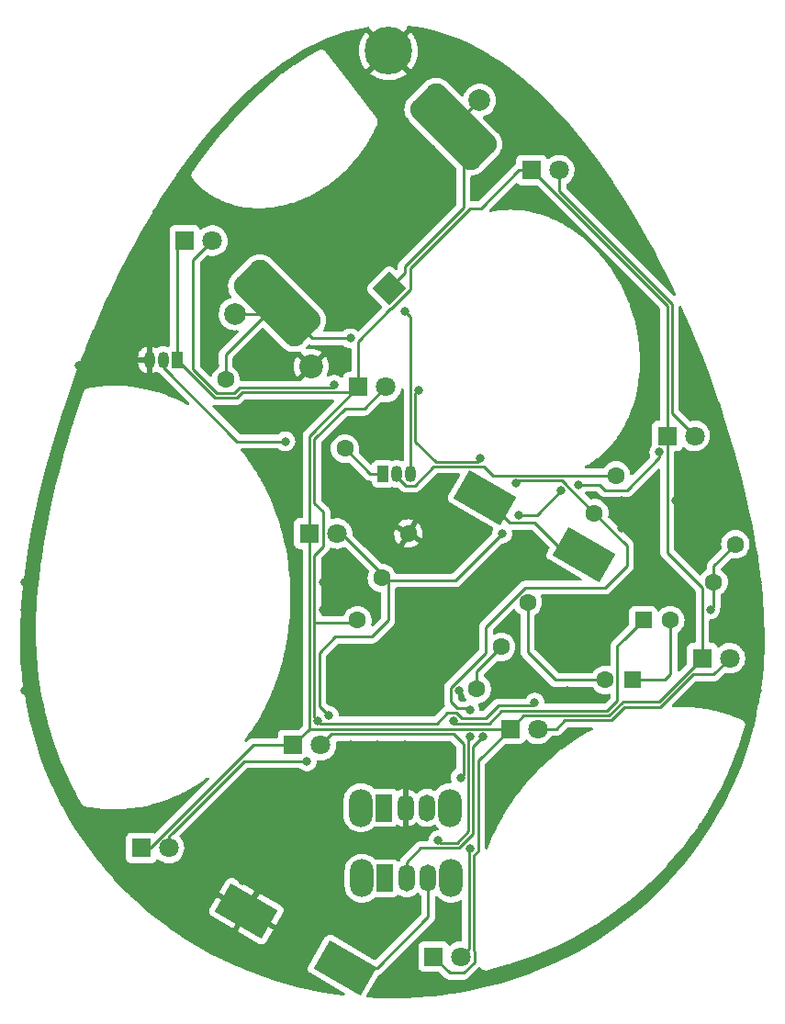
<source format=gbr>
%TF.GenerationSoftware,KiCad,Pcbnew,(6.0.11)*%
%TF.CreationDate,2023-03-05T17:51:38+00:00*%
%TF.ProjectId,easter,65617374-6572-42e6-9b69-6361645f7063,rev?*%
%TF.SameCoordinates,Original*%
%TF.FileFunction,Copper,L1,Top*%
%TF.FilePolarity,Positive*%
%FSLAX46Y46*%
G04 Gerber Fmt 4.6, Leading zero omitted, Abs format (unit mm)*
G04 Created by KiCad (PCBNEW (6.0.11)) date 2023-03-05 17:51:38*
%MOMM*%
%LPD*%
G01*
G04 APERTURE LIST*
G04 Aperture macros list*
%AMRoundRect*
0 Rectangle with rounded corners*
0 $1 Rounding radius*
0 $2 $3 $4 $5 $6 $7 $8 $9 X,Y pos of 4 corners*
0 Add a 4 corners polygon primitive as box body*
4,1,4,$2,$3,$4,$5,$6,$7,$8,$9,$2,$3,0*
0 Add four circle primitives for the rounded corners*
1,1,$1+$1,$2,$3*
1,1,$1+$1,$4,$5*
1,1,$1+$1,$6,$7*
1,1,$1+$1,$8,$9*
0 Add four rect primitives between the rounded corners*
20,1,$1+$1,$2,$3,$4,$5,0*
20,1,$1+$1,$4,$5,$6,$7,0*
20,1,$1+$1,$6,$7,$8,$9,0*
20,1,$1+$1,$8,$9,$2,$3,0*%
%AMHorizOval*
0 Thick line with rounded ends*
0 $1 width*
0 $2 $3 position (X,Y) of the first rounded end (center of the circle)*
0 $4 $5 position (X,Y) of the second rounded end (center of the circle)*
0 Add line between two ends*
20,1,$1,$2,$3,$4,$5,0*
0 Add two circle primitives to create the rounded ends*
1,1,$1,$2,$3*
1,1,$1,$4,$5*%
%AMRotRect*
0 Rectangle, with rotation*
0 The origin of the aperture is its center*
0 $1 length*
0 $2 width*
0 $3 Rotation angle, in degrees counterclockwise*
0 Add horizontal line*
21,1,$1,$2,0,0,$3*%
G04 Aperture macros list end*
%TA.AperFunction,ComponentPad*%
%ADD10R,1.800000X1.800000*%
%TD*%
%TA.AperFunction,ComponentPad*%
%ADD11C,1.800000*%
%TD*%
%TA.AperFunction,ComponentPad*%
%ADD12C,4.400000*%
%TD*%
%TA.AperFunction,ComponentPad*%
%ADD13C,1.600000*%
%TD*%
%TA.AperFunction,ComponentPad*%
%ADD14HorizOval,1.600000X0.000000X0.000000X0.000000X0.000000X0*%
%TD*%
%TA.AperFunction,ComponentPad*%
%ADD15O,2.200000X3.500000*%
%TD*%
%TA.AperFunction,ComponentPad*%
%ADD16R,1.500000X2.500000*%
%TD*%
%TA.AperFunction,ComponentPad*%
%ADD17O,1.500000X2.500000*%
%TD*%
%TA.AperFunction,SMDPad,CuDef*%
%ADD18RoundRect,1.000000X1.590990X-3.005204X3.005204X-1.590990X-1.590990X3.005204X-3.005204X1.590990X0*%
%TD*%
%TA.AperFunction,ComponentPad*%
%ADD19R,1.050000X1.500000*%
%TD*%
%TA.AperFunction,ComponentPad*%
%ADD20O,1.050000X1.500000*%
%TD*%
%TA.AperFunction,ComponentPad*%
%ADD21C,2.000000*%
%TD*%
%TA.AperFunction,ComponentPad*%
%ADD22RotRect,3.000000X5.000000X60.000000*%
%TD*%
%TA.AperFunction,ComponentPad*%
%ADD23HorizOval,1.600000X0.000000X0.000000X0.000000X0.000000X0*%
%TD*%
%TA.AperFunction,ComponentPad*%
%ADD24R,1.600000X1.600000*%
%TD*%
%TA.AperFunction,ComponentPad*%
%ADD25RotRect,3.000000X5.000000X240.000000*%
%TD*%
%TA.AperFunction,ComponentPad*%
%ADD26RotRect,2.200000X2.200000X225.000000*%
%TD*%
%TA.AperFunction,ComponentPad*%
%ADD27HorizOval,2.200000X0.000000X0.000000X0.000000X0.000000X0*%
%TD*%
%TA.AperFunction,ViaPad*%
%ADD28C,0.800000*%
%TD*%
%TA.AperFunction,Conductor*%
%ADD29C,0.250000*%
%TD*%
G04 APERTURE END LIST*
D10*
%TO.P,D5,1,K*%
%TO.N,Net-(D10-Pad1)*%
X149215000Y-66500000D03*
D11*
%TO.P,D5,2,A*%
%TO.N,Net-(D11-Pad2)*%
X151755000Y-66500000D03*
%TD*%
D10*
%TO.P,D8,1,K*%
%TO.N,Net-(D10-Pad1)*%
X152460000Y-87000000D03*
D11*
%TO.P,D8,2,A*%
%TO.N,Net-(D10-Pad2)*%
X155000000Y-87000000D03*
%TD*%
D10*
%TO.P,D7,1,K*%
%TO.N,Net-(D10-Pad1)*%
X127670000Y-114500000D03*
D11*
%TO.P,D7,2,A*%
%TO.N,Net-(D11-Pad2)*%
X130210000Y-114500000D03*
%TD*%
D12*
%TO.P,H1,1,1*%
%TO.N,GND*%
X123500000Y-31000000D03*
%TD*%
D13*
%TO.P,R6,1*%
%TO.N,Net-(R5-Pad1)*%
X133900000Y-85950000D03*
D14*
%TO.P,R6,2*%
%TO.N,Net-(D11-Pad2)*%
X122901477Y-79600000D03*
%TD*%
D10*
%TO.P,D9,1,K*%
%TO.N,Net-(D10-Pad1)*%
X114725000Y-95000000D03*
D11*
%TO.P,D9,2,A*%
%TO.N,Net-(D11-Pad2)*%
X117265000Y-95000000D03*
%TD*%
D10*
%TO.P,D6,1,K*%
%TO.N,Net-(D10-Pad1)*%
X100725000Y-104500000D03*
D11*
%TO.P,D6,2,A*%
%TO.N,Net-(D10-Pad2)*%
X103265000Y-104500000D03*
%TD*%
D15*
%TO.P,SW1,*%
%TO.N,*%
X120980000Y-100785000D03*
X129180000Y-100785000D03*
D16*
%TO.P,SW1,1,A*%
%TO.N,unconnected-(SW1-Pad1)*%
X123080000Y-100785000D03*
D17*
%TO.P,SW1,2,B*%
%TO.N,GND*%
X125080000Y-100785000D03*
%TO.P,SW1,3,C*%
%TO.N,Net-(SW1-Pad3)*%
X127080000Y-100785000D03*
%TD*%
D15*
%TO.P,SW3,*%
%TO.N,*%
X121080000Y-107285000D03*
X129280000Y-107285000D03*
D16*
%TO.P,SW3,1,A*%
%TO.N,unconnected-(SW3-Pad1)*%
X123180000Y-107285000D03*
D17*
%TO.P,SW3,2,B*%
%TO.N,Net-(R5-Pad1)*%
X125180000Y-107285000D03*
%TO.P,SW3,3,C*%
%TO.N,VDC*%
X127180000Y-107285000D03*
%TD*%
D10*
%TO.P,D10,1,K*%
%TO.N,Net-(D10-Pad1)*%
X134725000Y-93500000D03*
D11*
%TO.P,D10,2,A*%
%TO.N,Net-(D10-Pad2)*%
X137265000Y-93500000D03*
%TD*%
D10*
%TO.P,D4,1,K*%
%TO.N,Net-(D10-Pad1)*%
X120725000Y-62000000D03*
D11*
%TO.P,D4,2,A*%
%TO.N,Net-(D10-Pad2)*%
X123265000Y-62000000D03*
%TD*%
D13*
%TO.P,R5,1*%
%TO.N,Net-(R5-Pad1)*%
X131649997Y-89847115D03*
D14*
%TO.P,R5,2*%
%TO.N,Net-(D10-Pad2)*%
X120651474Y-83497115D03*
%TD*%
D18*
%TO.P,SC1,1,+*%
%TO.N,VDC*%
X113236544Y-54263456D03*
%TO.P,SC1,2,-*%
%TO.N,Net-(D1-Pad1)*%
X129500000Y-38000000D03*
%TD*%
D10*
%TO.P,D3,1,K*%
%TO.N,Net-(D10-Pad1)*%
X136715000Y-42000000D03*
D11*
%TO.P,D3,2,A*%
%TO.N,Net-(D11-Pad2)*%
X139255000Y-42000000D03*
%TD*%
D13*
%TO.P,R1,1*%
%TO.N,Net-(C1-Pad2)*%
X136350000Y-81850000D03*
D14*
%TO.P,R1,2*%
%TO.N,GND*%
X125351477Y-75500000D03*
%TD*%
D10*
%TO.P,D2,1,K*%
%TO.N,Net-(D10-Pad1)*%
X104725000Y-48500000D03*
D11*
%TO.P,D2,2,A*%
%TO.N,Net-(D10-Pad2)*%
X107265000Y-48500000D03*
%TD*%
D10*
%TO.P,D11,1,K*%
%TO.N,Net-(D10-Pad1)*%
X116225000Y-75500000D03*
D11*
%TO.P,D11,2,A*%
%TO.N,Net-(D11-Pad2)*%
X118765000Y-75500000D03*
%TD*%
D19*
%TO.P,Q2,1,C*%
%TO.N,Net-(D10-Pad1)*%
X104000000Y-59500000D03*
D20*
%TO.P,Q2,2,B*%
%TO.N,Net-(Q1-Pad1)*%
X102730000Y-59500000D03*
%TO.P,Q2,3,E*%
%TO.N,GND*%
X101460000Y-59500000D03*
%TD*%
D21*
%TO.P,TP2,1,1*%
%TO.N,Net-(D1-Pad1)*%
X131900000Y-35550000D03*
%TD*%
D22*
%TO.P,BT1,1,+*%
%TO.N,VDC*%
X119500000Y-115552559D03*
%TO.P,BT1,2,-*%
%TO.N,Net-(BT1-Pad2)*%
X141500000Y-77447441D03*
%TD*%
D13*
%TO.P,R4,1*%
%TO.N,VDC*%
X108500739Y-61325000D03*
D23*
%TO.P,R4,2*%
%TO.N,Net-(Q1-Pad1)*%
X119499262Y-67675000D03*
%TD*%
D13*
%TO.P,R3,1*%
%TO.N,Net-(C1-Pad1)*%
X155500000Y-76500000D03*
D14*
%TO.P,R3,2*%
%TO.N,Net-(Q1-Pad2)*%
X144501477Y-70150000D03*
%TD*%
D21*
%TO.P,TP1,1,1*%
%TO.N,VDC*%
X109350000Y-55250000D03*
%TD*%
D24*
%TO.P,SW2,1,1*%
%TO.N,Net-(SW1-Pad3)*%
X147000000Y-83500000D03*
D13*
%TO.P,SW2,2,2*%
%TO.N,Net-(C1-Pad1)*%
X149500000Y-83500000D03*
%TD*%
%TO.P,R2,1*%
%TO.N,Net-(C1-Pad1)*%
X153500000Y-79964102D03*
D14*
%TO.P,R2,2*%
%TO.N,VDC*%
X142501477Y-73614102D03*
%TD*%
D25*
%TO.P,BT2,1,+*%
%TO.N,Net-(BT1-Pad2)*%
X132406734Y-72197441D03*
%TO.P,BT2,2,-*%
%TO.N,GND*%
X110406734Y-110302559D03*
%TD*%
D26*
%TO.P,D1,1,K*%
%TO.N,Net-(D1-Pad1)*%
X123592103Y-52907898D03*
D27*
%TO.P,D1,2,A*%
%TO.N,GND*%
X116407898Y-60092103D03*
%TD*%
D19*
%TO.P,Q1,1,C*%
%TO.N,Net-(Q1-Pad1)*%
X123000000Y-70000000D03*
D20*
%TO.P,Q1,2,B*%
%TO.N,Net-(Q1-Pad2)*%
X124270000Y-70000000D03*
%TO.P,Q1,3,E*%
%TO.N,Net-(D1-Pad1)*%
X125540000Y-70000000D03*
%TD*%
D24*
%TO.P,C1,1*%
%TO.N,Net-(C1-Pad1)*%
X146000000Y-89000000D03*
D13*
%TO.P,C1,2*%
%TO.N,Net-(C1-Pad2)*%
X143500000Y-89000000D03*
%TD*%
D28*
%TO.N,VDC*%
X132000000Y-68598903D03*
X128112978Y-103775500D03*
X131000000Y-94224500D03*
X135274500Y-70874500D03*
X126264500Y-62264500D03*
X120000000Y-57500000D03*
X131000000Y-91775500D03*
%TO.N,GND*%
X112500000Y-115000000D03*
X107500000Y-55000000D03*
X152500000Y-90000000D03*
X110000000Y-107500000D03*
X102500000Y-107500000D03*
X100000000Y-60000000D03*
X120000000Y-80000000D03*
X120000000Y-32500000D03*
X100000000Y-57500000D03*
X110000000Y-115000000D03*
X97500000Y-57500000D03*
X135000000Y-45000000D03*
X147500000Y-75000000D03*
X147500000Y-80000000D03*
X105000000Y-112500000D03*
X127500000Y-90000000D03*
X112500000Y-65000000D03*
X100000000Y-107500000D03*
X137500000Y-77500000D03*
X115000000Y-92500000D03*
X155000000Y-82500000D03*
X135000000Y-77500000D03*
X125000000Y-90000000D03*
X117500000Y-82500000D03*
X115000000Y-72500000D03*
X107500000Y-105000000D03*
X122500000Y-45000000D03*
X155000000Y-72500000D03*
X95000000Y-60000000D03*
X147500000Y-57500000D03*
X155000000Y-90000000D03*
X100000000Y-50000000D03*
X132500000Y-32500000D03*
X130000000Y-85000000D03*
X102500000Y-110000000D03*
X142500000Y-82500000D03*
X115000000Y-105000000D03*
X135000000Y-35000000D03*
X105000000Y-45000000D03*
X105000000Y-110000000D03*
X115000000Y-115000000D03*
X142500000Y-42500000D03*
X137500000Y-37500000D03*
X100000000Y-52500000D03*
X152500000Y-102500000D03*
X115000000Y-65000000D03*
X125000000Y-97500000D03*
X95000000Y-62500000D03*
X145000000Y-72500000D03*
X95000000Y-102500000D03*
X137500000Y-115000000D03*
X140000000Y-87500000D03*
X105000000Y-107500000D03*
X142500000Y-85000000D03*
X110000000Y-102500000D03*
X140000000Y-85000000D03*
X127500000Y-30000000D03*
X90000000Y-87500000D03*
X152500000Y-70000000D03*
X137500000Y-45000000D03*
X102500000Y-47500000D03*
X150000000Y-72500000D03*
X117500000Y-80000000D03*
X102500000Y-50000000D03*
X122500000Y-87500000D03*
X110000000Y-100000000D03*
X135000000Y-97500000D03*
X125000000Y-87500000D03*
X120000000Y-97500000D03*
X122500000Y-40000000D03*
X147500000Y-55000000D03*
X115000000Y-112500000D03*
X102500000Y-55000000D03*
X112500000Y-70000000D03*
X152500000Y-72500000D03*
X112500000Y-60000000D03*
X115000000Y-82500000D03*
X125000000Y-45000000D03*
X145000000Y-47500000D03*
X117500000Y-105000000D03*
X100000000Y-102500000D03*
X122500000Y-90000000D03*
X120000000Y-42500000D03*
X115000000Y-110000000D03*
X130000000Y-87500000D03*
X117500000Y-45000000D03*
X147500000Y-50000000D03*
X122500000Y-35000000D03*
X115000000Y-87500000D03*
X107500000Y-60000000D03*
X117500000Y-110000000D03*
X152500000Y-75000000D03*
X90000000Y-85000000D03*
X157500000Y-85000000D03*
X122500000Y-97500000D03*
X107500000Y-112500000D03*
X127500000Y-85000000D03*
X147500000Y-62500000D03*
X125000000Y-40000000D03*
X130000000Y-82500000D03*
X92500000Y-97500000D03*
X142500000Y-45000000D03*
X127500000Y-82500000D03*
X115000000Y-90000000D03*
X107500000Y-52500000D03*
X127500000Y-42500000D03*
X127500000Y-40000000D03*
X120000000Y-87500000D03*
X145000000Y-67500000D03*
X97500000Y-105000000D03*
X102500000Y-52500000D03*
X97500000Y-55000000D03*
X90000000Y-82500000D03*
X120000000Y-95000000D03*
X97500000Y-102500000D03*
X110000000Y-60000000D03*
X135000000Y-80000000D03*
X157500000Y-87500000D03*
X122500000Y-42500000D03*
X117500000Y-102500000D03*
X100000000Y-55000000D03*
X147500000Y-65000000D03*
X115000000Y-102500000D03*
X112500000Y-102500000D03*
X132500000Y-82500000D03*
X125000000Y-95000000D03*
X145000000Y-75000000D03*
X135000000Y-37500000D03*
X157500000Y-90000000D03*
X140000000Y-90000000D03*
X130000000Y-90000000D03*
X127500000Y-87500000D03*
X157500000Y-82500000D03*
X127500000Y-32500000D03*
X120000000Y-45000000D03*
X147500000Y-77500000D03*
X127500000Y-45000000D03*
X142500000Y-112500000D03*
X97500000Y-60000000D03*
X125000000Y-35000000D03*
X152500000Y-62500000D03*
X90000000Y-90000000D03*
X120000000Y-30000000D03*
X90000000Y-80000000D03*
X115000000Y-85000000D03*
X147500000Y-60000000D03*
X125000000Y-42500000D03*
X132500000Y-80000000D03*
X125000000Y-82500000D03*
X155000000Y-70000000D03*
X112500000Y-92500000D03*
X115000000Y-70000000D03*
X157500000Y-80000000D03*
X147500000Y-72500000D03*
X120000000Y-90000000D03*
X110000000Y-105000000D03*
X125000000Y-37500000D03*
X107500000Y-57500000D03*
X107500000Y-102500000D03*
X155000000Y-85000000D03*
X135000000Y-40000000D03*
X140000000Y-82500000D03*
X130000000Y-32500000D03*
X125000000Y-85000000D03*
X107500000Y-107500000D03*
X132500000Y-42500000D03*
X107500000Y-45000000D03*
X115000000Y-80000000D03*
X92500000Y-70000000D03*
X145000000Y-82500000D03*
X122500000Y-95000000D03*
%TO.N,Net-(C1-Pad1)*%
X153184500Y-82500000D03*
%TO.N,Net-(D1-Pad1)*%
X125000000Y-55000000D03*
%TO.N,Net-(Q1-Pad1)*%
X114000000Y-67000000D03*
%TO.N,Net-(SW1-Pad3)*%
X129500000Y-92775500D03*
%TO.N,Net-(D10-Pad2)*%
X137000000Y-91100500D03*
X117000000Y-92775500D03*
X118500000Y-61775500D03*
X116000000Y-96500000D03*
%TO.N,Net-(D11-Pad2)*%
X130157843Y-98000000D03*
X118000000Y-92275500D03*
X134000000Y-75500000D03*
X131012299Y-104512299D03*
X135500000Y-73775500D03*
X148490500Y-68000000D03*
X141000000Y-71000000D03*
X139431388Y-71568612D03*
%TO.N,Net-(R5-Pad1)*%
X132249258Y-94250742D03*
%TD*%
D29*
%TO.N,Net-(D10-Pad1)*%
X134725000Y-93500000D02*
X131782343Y-96442657D01*
X131782343Y-104767560D02*
X131387000Y-105162903D01*
X131387000Y-105162903D02*
X131387000Y-113944588D01*
X131782343Y-96442657D02*
X131782343Y-104767560D01*
X131435000Y-113992588D02*
X131435000Y-115007412D01*
X131387000Y-113944588D02*
X131435000Y-113992588D01*
X131435000Y-115007412D02*
X130442412Y-116000000D01*
X130442412Y-116000000D02*
X129170000Y-116000000D01*
X129170000Y-116000000D02*
X127670000Y-114500000D01*
%TO.N,Net-(D11-Pad2)*%
X130210000Y-114500000D02*
X130937000Y-113773000D01*
X130937000Y-113773000D02*
X130937000Y-104587598D01*
X130937000Y-104587598D02*
X131012299Y-104512299D01*
%TO.N,VDC*%
X135549000Y-70600000D02*
X139487375Y-70600000D01*
X130882343Y-102981261D02*
X129863604Y-104000000D01*
X127180000Y-110820000D02*
X127180000Y-107285000D01*
X129275000Y-91025000D02*
X129275000Y-89699695D01*
X109350000Y-55250000D02*
X112250000Y-55250000D01*
X129275000Y-89699695D02*
X132500000Y-86474695D01*
X143500000Y-80500000D02*
X145500000Y-78500000D01*
X139487375Y-70600000D02*
X142501477Y-73614102D01*
X130882343Y-94342157D02*
X130882343Y-102981261D01*
X126000000Y-67000000D02*
X127873403Y-68873403D01*
X129850500Y-91600500D02*
X129275000Y-91025000D01*
X131000000Y-91775500D02*
X130825000Y-91600500D01*
X108500739Y-58999261D02*
X113236544Y-54263456D01*
X132500000Y-86474695D02*
X132500000Y-84109009D01*
X129863604Y-104000000D02*
X128337478Y-104000000D01*
X126264500Y-62264500D02*
X126000000Y-62529000D01*
X132500000Y-84109009D02*
X136109009Y-80500000D01*
X131000000Y-94224500D02*
X130882343Y-94342157D01*
X108500739Y-61325000D02*
X108500739Y-58999261D01*
X112250000Y-55250000D02*
X113236544Y-54263456D01*
X145500000Y-76612625D02*
X142501477Y-73614102D01*
X136109009Y-80500000D02*
X143500000Y-80500000D01*
X126000000Y-62529000D02*
X126000000Y-67000000D01*
X145500000Y-78500000D02*
X145500000Y-76612625D01*
X113236544Y-54263456D02*
X116473088Y-57500000D01*
X127873403Y-68873403D02*
X131725500Y-68873403D01*
X131725500Y-68873403D02*
X132000000Y-68598903D01*
X119500000Y-115552559D02*
X122447441Y-115552559D01*
X130825000Y-91600500D02*
X129850500Y-91600500D01*
X116473088Y-57500000D02*
X120000000Y-57500000D01*
X135274500Y-70874500D02*
X135549000Y-70600000D01*
X122447441Y-115552559D02*
X127180000Y-110820000D01*
X128337478Y-104000000D02*
X128112978Y-103775500D01*
%TO.N,Net-(BT1-Pad2)*%
X134709293Y-74500000D02*
X137000000Y-74500000D01*
X132406734Y-72197441D02*
X134709293Y-74500000D01*
X139947441Y-77447441D02*
X141500000Y-77447441D01*
X137000000Y-74500000D02*
X139947441Y-77447441D01*
%TO.N,Net-(C1-Pad1)*%
X153500000Y-79964102D02*
X153500000Y-78500000D01*
X146000000Y-89000000D02*
X149000000Y-89000000D01*
X149000000Y-89000000D02*
X149500000Y-88500000D01*
X149500000Y-88500000D02*
X149500000Y-83500000D01*
X153184500Y-82500000D02*
X153500000Y-82184500D01*
X153500000Y-78500000D02*
X155500000Y-76500000D01*
X153500000Y-82184500D02*
X153500000Y-79964102D01*
%TO.N,Net-(C1-Pad2)*%
X138900000Y-89000000D02*
X136350000Y-86450000D01*
X136350000Y-86450000D02*
X136350000Y-81850000D01*
X143500000Y-89000000D02*
X138900000Y-89000000D01*
%TO.N,Net-(D1-Pad1)*%
X130431802Y-45431802D02*
X130431802Y-38931802D01*
X130431802Y-38931802D02*
X129500000Y-38000000D01*
X125540000Y-55540000D02*
X125000000Y-55000000D01*
X123592103Y-52907898D02*
X125000000Y-51500001D01*
X125000000Y-51500001D02*
X125000000Y-50863604D01*
X125540000Y-70000000D02*
X125540000Y-55540000D01*
X125000000Y-50863604D02*
X130431802Y-45431802D01*
X129500000Y-37950000D02*
X129500000Y-38000000D01*
X131900000Y-35550000D02*
X129500000Y-37950000D01*
%TO.N,Net-(D10-Pad1)*%
X123726724Y-54788533D02*
X123711467Y-54788533D01*
X125500000Y-51000000D02*
X125500000Y-53015257D01*
X145075000Y-91061396D02*
X145075000Y-91000000D01*
X101532588Y-104500000D02*
X100725000Y-104500000D01*
X104000000Y-49225000D02*
X104725000Y-48500000D01*
X149215000Y-66500000D02*
X149215000Y-54500000D01*
X148460000Y-91000000D02*
X152460000Y-87000000D01*
X116225000Y-75500000D02*
X116225000Y-66500000D01*
X152460000Y-87000000D02*
X152460000Y-80515093D01*
X134725000Y-93500000D02*
X116225000Y-93500000D01*
X109500000Y-63000000D02*
X110000000Y-62500000D01*
X134725000Y-93500000D02*
X135950000Y-92275000D01*
X104000000Y-59500000D02*
X107500000Y-63000000D01*
X125500000Y-53015257D02*
X123726724Y-54788533D01*
X149215000Y-54500000D02*
X136715000Y-42000000D01*
X116225000Y-75500000D02*
X116225000Y-93500000D01*
X131000000Y-45500000D02*
X125500000Y-51000000D01*
X104000000Y-59500000D02*
X104000000Y-49225000D01*
X149215000Y-77270093D02*
X149215000Y-66500000D01*
X152460000Y-80515093D02*
X149215000Y-77270093D01*
X143861396Y-92275000D02*
X145075000Y-91061396D01*
X123711467Y-54788533D02*
X120725000Y-57775000D01*
X116225000Y-93500000D02*
X114725000Y-95000000D01*
X116225000Y-66500000D02*
X120725000Y-62000000D01*
X132065000Y-45500000D02*
X131000000Y-45500000D01*
X120725000Y-57775000D02*
X120725000Y-62000000D01*
X145075000Y-91000000D02*
X148460000Y-91000000D01*
X135950000Y-92275000D02*
X143861396Y-92275000D01*
X114725000Y-95000000D02*
X111032588Y-95000000D01*
X110000000Y-62500000D02*
X120225000Y-62500000D01*
X120225000Y-62500000D02*
X120725000Y-62000000D01*
X111032588Y-95000000D02*
X101532588Y-104500000D01*
X107500000Y-63000000D02*
X109500000Y-63000000D01*
X136715000Y-42000000D02*
X135565000Y-42000000D01*
X135565000Y-42000000D02*
X132065000Y-45500000D01*
%TO.N,Net-(Q1-Pad1)*%
X114000000Y-67000000D02*
X109575000Y-67000000D01*
X121824262Y-70000000D02*
X119499262Y-67675000D01*
X123000000Y-70000000D02*
X121824262Y-70000000D01*
X109575000Y-67000000D02*
X102730000Y-60155000D01*
X102730000Y-60155000D02*
X102730000Y-59500000D01*
%TO.N,Net-(Q1-Pad2)*%
X125925000Y-71075000D02*
X127676597Y-69323403D01*
X124270000Y-70000000D02*
X124270000Y-70225000D01*
X127676597Y-69323403D02*
X132323403Y-69323403D01*
X132323403Y-69323403D02*
X133150000Y-70150000D01*
X133150000Y-70150000D02*
X144501477Y-70150000D01*
X125120000Y-71075000D02*
X125925000Y-71075000D01*
X124270000Y-70225000D02*
X125120000Y-71075000D01*
%TO.N,Net-(SW1-Pad3)*%
X145250000Y-85250000D02*
X144625000Y-85875000D01*
X143500000Y-91825000D02*
X133950000Y-91825000D01*
X129724500Y-93000000D02*
X129500000Y-92775500D01*
X144625000Y-90875000D02*
X143675000Y-91825000D01*
X132000000Y-93000000D02*
X129724500Y-93000000D01*
X132775000Y-93000000D02*
X132000000Y-93000000D01*
X133950000Y-91825000D02*
X132775000Y-93000000D01*
X147000000Y-83500000D02*
X145250000Y-85250000D01*
X143675000Y-91825000D02*
X143500000Y-91825000D01*
X144625000Y-85875000D02*
X144625000Y-89000000D01*
X144625000Y-89000000D02*
X144625000Y-90875000D01*
%TO.N,Net-(D10-Pad2)*%
X136725500Y-91375000D02*
X133625000Y-91375000D01*
X116675000Y-72675000D02*
X116675000Y-66825000D01*
X153500000Y-88500000D02*
X151596396Y-88500000D01*
X155000000Y-87000000D02*
X153500000Y-88500000D01*
X133625000Y-91375000D02*
X132500000Y-92500000D01*
X118225500Y-62050000D02*
X118500000Y-61775500D01*
X103265000Y-103403984D02*
X103584492Y-103084492D01*
X148596396Y-91500000D02*
X145272792Y-91500000D01*
X117224500Y-93000000D02*
X117000000Y-92775500D01*
X103265000Y-104500000D02*
X103265000Y-103403984D01*
X121265000Y-64000000D02*
X123265000Y-62000000D01*
X137000000Y-91100500D02*
X136725500Y-91375000D01*
X129800305Y-92050500D02*
X128949500Y-92050500D01*
X117500000Y-73500000D02*
X116675000Y-72675000D01*
X139775000Y-92725000D02*
X139000000Y-93500000D01*
X139000000Y-93500000D02*
X137265000Y-93500000D01*
X109813604Y-62050000D02*
X117500000Y-62050000D01*
X151596396Y-88500000D02*
X148596396Y-91500000D01*
X117000000Y-92775500D02*
X116675000Y-92450500D01*
X110168984Y-96500000D02*
X116000000Y-96500000D01*
X119500000Y-64000000D02*
X121265000Y-64000000D01*
X145272792Y-91500000D02*
X144047792Y-92725000D01*
X121250735Y-83722115D02*
X116777885Y-83722115D01*
X116675000Y-77500000D02*
X117500000Y-76675000D01*
X128000000Y-93000000D02*
X117224500Y-93000000D01*
X103584492Y-103084492D02*
X110168984Y-96500000D01*
X105500000Y-60363604D02*
X107686396Y-62550000D01*
X132500000Y-92500000D02*
X130249805Y-92500000D01*
X116675000Y-92450500D02*
X116675000Y-83825000D01*
X130249805Y-92500000D02*
X129800305Y-92050500D01*
X144047792Y-92725000D02*
X139775000Y-92725000D01*
X105500000Y-51000000D02*
X105500000Y-60363604D01*
X107686396Y-62550000D02*
X109313604Y-62550000D01*
X117500000Y-76675000D02*
X117500000Y-73500000D01*
X109313604Y-62550000D02*
X109813604Y-62050000D01*
X117500000Y-62050000D02*
X118225500Y-62050000D01*
X116777885Y-83722115D02*
X116675000Y-83825000D01*
X116675000Y-66825000D02*
X119500000Y-64000000D01*
X128949500Y-92050500D02*
X128000000Y-93000000D01*
X107265000Y-48500000D02*
X105500000Y-50265000D01*
X105500000Y-50265000D02*
X105500000Y-51000000D01*
X116675000Y-83825000D02*
X116675000Y-77500000D01*
%TO.N,Net-(D11-Pad2)*%
X143500000Y-71500000D02*
X143000000Y-71000000D01*
X134000000Y-75500000D02*
X129675000Y-79825000D01*
X148490500Y-68000000D02*
X148490500Y-68509500D01*
X122000000Y-85000000D02*
X123500738Y-83499262D01*
X145500000Y-71500000D02*
X143500000Y-71500000D01*
X129675000Y-79825000D02*
X123500738Y-79825000D01*
X148490500Y-68509500D02*
X145500000Y-71500000D01*
X117125000Y-86500000D02*
X118625000Y-85000000D01*
X118000000Y-92275500D02*
X117125000Y-91400500D01*
X130432343Y-94932343D02*
X129500000Y-94000000D01*
X118625000Y-85000000D02*
X122000000Y-85000000D01*
X123500738Y-83499262D02*
X123500738Y-79825000D01*
X139431388Y-71568612D02*
X137224500Y-73775500D01*
X129500000Y-94000000D02*
X118265000Y-94000000D01*
X149665000Y-64410000D02*
X149665000Y-54313604D01*
X118265000Y-94000000D02*
X117265000Y-95000000D01*
X151755000Y-66500000D02*
X149665000Y-64410000D01*
X130432343Y-97725500D02*
X130432343Y-94932343D01*
X119175738Y-75500000D02*
X118765000Y-75500000D01*
X137224500Y-73775500D02*
X135500000Y-73775500D01*
X123500738Y-79825000D02*
X119175738Y-75500000D01*
X139255000Y-43903604D02*
X139255000Y-42000000D01*
X130157843Y-98000000D02*
X130432343Y-97725500D01*
X117125000Y-91400500D02*
X117125000Y-86500000D01*
X143000000Y-71000000D02*
X141000000Y-71000000D01*
X149665000Y-54313604D02*
X139255000Y-43903604D01*
%TO.N,Net-(R5-Pad1)*%
X131332343Y-95167657D02*
X131332343Y-103167657D01*
X130000000Y-104500000D02*
X126500000Y-104500000D01*
X131649997Y-89847115D02*
X131649997Y-88200003D01*
X131649997Y-88200003D02*
X133900000Y-85950000D01*
X126500000Y-104500000D02*
X125180000Y-105820000D01*
X132249258Y-94250742D02*
X131332343Y-95167657D01*
X125180000Y-105820000D02*
X125180000Y-107285000D01*
X131332343Y-103167657D02*
X130000000Y-104500000D01*
%TD*%
%TA.AperFunction,Conductor*%
%TO.N,GND*%
G36*
X150507012Y-54516717D02*
G01*
X150539845Y-54561231D01*
X151384001Y-56481336D01*
X151385272Y-56484330D01*
X152322866Y-58775759D01*
X152324031Y-58778712D01*
X152428563Y-59053758D01*
X153203487Y-61092751D01*
X153203983Y-61094057D01*
X153205052Y-61096980D01*
X153485987Y-61895468D01*
X154024275Y-63425416D01*
X154025278Y-63428385D01*
X154427841Y-64670405D01*
X154779828Y-65756383D01*
X154780671Y-65758985D01*
X154781603Y-65761988D01*
X155445228Y-68000000D01*
X155470114Y-68083925D01*
X155470997Y-68087050D01*
X155502109Y-68202848D01*
X156089572Y-70389425D01*
X156090403Y-70392695D01*
X156635969Y-72664418D01*
X156636750Y-72667881D01*
X156810272Y-73492014D01*
X157095857Y-74848386D01*
X157106346Y-74898205D01*
X157107066Y-74901900D01*
X157493447Y-77056101D01*
X157497672Y-77079655D01*
X157498327Y-77083686D01*
X157806083Y-79191500D01*
X157806991Y-79197721D01*
X157807559Y-79202159D01*
X157945530Y-80459059D01*
X158031404Y-81241361D01*
X158031851Y-81246343D01*
X158168074Y-83199313D01*
X158168340Y-83204961D01*
X158214352Y-85062904D01*
X158214370Y-85068310D01*
X158192176Y-86289424D01*
X158191965Y-86301027D01*
X158191799Y-86305584D01*
X158153230Y-87011711D01*
X158125052Y-87527604D01*
X158124720Y-87532172D01*
X158103346Y-87766624D01*
X158017378Y-88709592D01*
X158014528Y-88740849D01*
X158014032Y-88745369D01*
X157869303Y-89877153D01*
X157861260Y-89940050D01*
X157860604Y-89944539D01*
X157703323Y-90898817D01*
X157666089Y-91124727D01*
X157665270Y-91129190D01*
X157484898Y-92021891D01*
X157445535Y-92216709D01*
X157429886Y-92294157D01*
X157428913Y-92298566D01*
X157158242Y-93427955D01*
X157153498Y-93447748D01*
X157152375Y-93452091D01*
X157111012Y-93601029D01*
X156839130Y-94580007D01*
X156837233Y-94586213D01*
X156147477Y-96650967D01*
X156144541Y-96658867D01*
X155728829Y-97672197D01*
X155347225Y-98602389D01*
X155326282Y-98653438D01*
X155322842Y-98661086D01*
X155240179Y-98829672D01*
X154379125Y-100585738D01*
X154375207Y-100593102D01*
X154090510Y-101087925D01*
X153338745Y-102394543D01*
X153310592Y-102443474D01*
X153306226Y-102450516D01*
X152126332Y-104220605D01*
X152125333Y-104222104D01*
X152120541Y-104228808D01*
X151669908Y-104817412D01*
X150827938Y-105917171D01*
X150822742Y-105923519D01*
X149423030Y-107524163D01*
X149417461Y-107530130D01*
X147915214Y-109038574D01*
X147909319Y-109044123D01*
X147174563Y-109692349D01*
X146309172Y-110455825D01*
X146302925Y-110460989D01*
X144609445Y-111771462D01*
X144602900Y-111776199D01*
X142820710Y-112980910D01*
X142813905Y-112985199D01*
X142107589Y-113399394D01*
X140947554Y-114079657D01*
X140940476Y-114083509D01*
X138994629Y-115063154D01*
X138987325Y-115066543D01*
X136966533Y-115926869D01*
X136959033Y-115929783D01*
X136433048Y-116115028D01*
X134867829Y-116666277D01*
X134860177Y-116668701D01*
X134145556Y-116870170D01*
X132724500Y-117270800D01*
X132708175Y-117274254D01*
X132686355Y-117277379D01*
X132686354Y-117277379D01*
X132677468Y-117278652D01*
X132668843Y-117282574D01*
X132645060Y-117290638D01*
X131640359Y-117522777D01*
X131636723Y-117523560D01*
X130566546Y-117737436D01*
X130562844Y-117738119D01*
X129480541Y-117920841D01*
X129476825Y-117921411D01*
X129213436Y-117957745D01*
X128382656Y-118072350D01*
X128378866Y-118072814D01*
X127487696Y-118168333D01*
X127273168Y-118191327D01*
X127269365Y-118191676D01*
X126152362Y-118277128D01*
X126148569Y-118277361D01*
X125020513Y-118329109D01*
X125016695Y-118329226D01*
X123878582Y-118346610D01*
X123874558Y-118346607D01*
X123225446Y-118335540D01*
X122585132Y-118324623D01*
X122580823Y-118324475D01*
X121613880Y-118274861D01*
X121546874Y-118251395D01*
X121503192Y-118195427D01*
X121496702Y-118124728D01*
X121511218Y-118086027D01*
X121981889Y-117270800D01*
X122597061Y-116205291D01*
X122648443Y-116156298D01*
X122671019Y-116147297D01*
X122701034Y-116138577D01*
X122707853Y-116134544D01*
X122707858Y-116134542D01*
X122718469Y-116128266D01*
X122736217Y-116119571D01*
X122755058Y-116112111D01*
X122790828Y-116086123D01*
X122800748Y-116079607D01*
X122831976Y-116061139D01*
X122831979Y-116061137D01*
X122838803Y-116057101D01*
X122853124Y-116042780D01*
X122868158Y-116029939D01*
X122878135Y-116022690D01*
X122884548Y-116018031D01*
X122912739Y-115983954D01*
X122920729Y-115975175D01*
X127572253Y-111323652D01*
X127580539Y-111316112D01*
X127587018Y-111312000D01*
X127633644Y-111262348D01*
X127636398Y-111259507D01*
X127656135Y-111239770D01*
X127658615Y-111236573D01*
X127666320Y-111227551D01*
X127691159Y-111201100D01*
X127696586Y-111195321D01*
X127700405Y-111188375D01*
X127700407Y-111188372D01*
X127706348Y-111177566D01*
X127717199Y-111161047D01*
X127724758Y-111151301D01*
X127729614Y-111145041D01*
X127732759Y-111137772D01*
X127732762Y-111137768D01*
X127747174Y-111104463D01*
X127752391Y-111093813D01*
X127773695Y-111055060D01*
X127778733Y-111035437D01*
X127785137Y-111016734D01*
X127790033Y-111005420D01*
X127790033Y-111005419D01*
X127793181Y-110998145D01*
X127794420Y-110990322D01*
X127794423Y-110990312D01*
X127800099Y-110954476D01*
X127802505Y-110942856D01*
X127811528Y-110907711D01*
X127811528Y-110907710D01*
X127813500Y-110900030D01*
X127813500Y-110879776D01*
X127815051Y-110860065D01*
X127816980Y-110847886D01*
X127818220Y-110840057D01*
X127814059Y-110796038D01*
X127813500Y-110784181D01*
X127813500Y-109036206D01*
X127833502Y-108968085D01*
X127887158Y-108921592D01*
X127957432Y-108911488D01*
X128022012Y-108940982D01*
X128035311Y-108954375D01*
X128126553Y-109061205D01*
X128139102Y-109075898D01*
X128331624Y-109240328D01*
X128547498Y-109372616D01*
X128552068Y-109374509D01*
X128552072Y-109374511D01*
X128776836Y-109467611D01*
X128781409Y-109469505D01*
X128866032Y-109489821D01*
X129022784Y-109527454D01*
X129022790Y-109527455D01*
X129027597Y-109528609D01*
X129280000Y-109548474D01*
X129532403Y-109528609D01*
X129537210Y-109527455D01*
X129537216Y-109527454D01*
X129693968Y-109489821D01*
X129778591Y-109469505D01*
X129783164Y-109467611D01*
X130007928Y-109374511D01*
X130007932Y-109374509D01*
X130012502Y-109372616D01*
X130111664Y-109311849D01*
X130180199Y-109293311D01*
X130247876Y-109314767D01*
X130293208Y-109369407D01*
X130303500Y-109419282D01*
X130303500Y-112964913D01*
X130283498Y-113033034D01*
X130229842Y-113079527D01*
X130175962Y-113090904D01*
X130116581Y-113090179D01*
X130116579Y-113090179D01*
X130111411Y-113090116D01*
X129882464Y-113125150D01*
X129662314Y-113197106D01*
X129657726Y-113199494D01*
X129657722Y-113199496D01*
X129461461Y-113301663D01*
X129456872Y-113304052D01*
X129452739Y-113307155D01*
X129452736Y-113307157D01*
X129324569Y-113403388D01*
X129271655Y-113443117D01*
X129254170Y-113461414D01*
X129192646Y-113496844D01*
X129121733Y-113493387D01*
X129063947Y-113452141D01*
X129045094Y-113418592D01*
X129023768Y-113361705D01*
X129023767Y-113361703D01*
X129020615Y-113353295D01*
X128933261Y-113236739D01*
X128816705Y-113149385D01*
X128680316Y-113098255D01*
X128618134Y-113091500D01*
X126721866Y-113091500D01*
X126659684Y-113098255D01*
X126523295Y-113149385D01*
X126406739Y-113236739D01*
X126319385Y-113353295D01*
X126268255Y-113489684D01*
X126261500Y-113551866D01*
X126261500Y-115448134D01*
X126268255Y-115510316D01*
X126319385Y-115646705D01*
X126406739Y-115763261D01*
X126523295Y-115850615D01*
X126659684Y-115901745D01*
X126721866Y-115908500D01*
X128130406Y-115908500D01*
X128198527Y-115928502D01*
X128219501Y-115945405D01*
X128666343Y-116392247D01*
X128673887Y-116400537D01*
X128678000Y-116407018D01*
X128683777Y-116412443D01*
X128727667Y-116453658D01*
X128730509Y-116456413D01*
X128750230Y-116476134D01*
X128753425Y-116478612D01*
X128762447Y-116486318D01*
X128794679Y-116516586D01*
X128801628Y-116520406D01*
X128812432Y-116526346D01*
X128828956Y-116537199D01*
X128844959Y-116549613D01*
X128885543Y-116567176D01*
X128896173Y-116572383D01*
X128934940Y-116593695D01*
X128942617Y-116595666D01*
X128942622Y-116595668D01*
X128954558Y-116598732D01*
X128973266Y-116605137D01*
X128991855Y-116613181D01*
X128999680Y-116614420D01*
X128999682Y-116614421D01*
X129035519Y-116620097D01*
X129047140Y-116622504D01*
X129078959Y-116630673D01*
X129089970Y-116633500D01*
X129110231Y-116633500D01*
X129129940Y-116635051D01*
X129149943Y-116638219D01*
X129157835Y-116637473D01*
X129163062Y-116636979D01*
X129193954Y-116634059D01*
X129205811Y-116633500D01*
X130363645Y-116633500D01*
X130374828Y-116634027D01*
X130382321Y-116635702D01*
X130390247Y-116635453D01*
X130390248Y-116635453D01*
X130450398Y-116633562D01*
X130454357Y-116633500D01*
X130482268Y-116633500D01*
X130486203Y-116633003D01*
X130486268Y-116632995D01*
X130498105Y-116632062D01*
X130530363Y-116631048D01*
X130534382Y-116630922D01*
X130542301Y-116630673D01*
X130561755Y-116625021D01*
X130581112Y-116621013D01*
X130593342Y-116619468D01*
X130593343Y-116619468D01*
X130601209Y-116618474D01*
X130608580Y-116615555D01*
X130608582Y-116615555D01*
X130642324Y-116602196D01*
X130653554Y-116598351D01*
X130688395Y-116588229D01*
X130688396Y-116588229D01*
X130696005Y-116586018D01*
X130702824Y-116581985D01*
X130702829Y-116581983D01*
X130713440Y-116575707D01*
X130731188Y-116567012D01*
X130750029Y-116559552D01*
X130770399Y-116544753D01*
X130785799Y-116533564D01*
X130795719Y-116527048D01*
X130826947Y-116508580D01*
X130826950Y-116508578D01*
X130833774Y-116504542D01*
X130848095Y-116490221D01*
X130863129Y-116477380D01*
X130864844Y-116476134D01*
X130879519Y-116465472D01*
X130907710Y-116431395D01*
X130915700Y-116422616D01*
X131827247Y-115511069D01*
X131835534Y-115503527D01*
X131842018Y-115499412D01*
X131847447Y-115493631D01*
X131851068Y-115490635D01*
X131916306Y-115462625D01*
X131986331Y-115474330D01*
X132040008Y-115523867D01*
X132040321Y-115524399D01*
X132043728Y-115532707D01*
X132049327Y-115539720D01*
X132049331Y-115539728D01*
X132064020Y-115558129D01*
X132073173Y-115571217D01*
X132084572Y-115589942D01*
X132090083Y-115598996D01*
X132093159Y-115601802D01*
X132095382Y-115605325D01*
X132101924Y-115611103D01*
X132101926Y-115611105D01*
X132108565Y-115616969D01*
X132123624Y-115632796D01*
X132128016Y-115638297D01*
X132134599Y-115646543D01*
X132141943Y-115651705D01*
X132161209Y-115665247D01*
X132173665Y-115675239D01*
X132197695Y-115697158D01*
X132201435Y-115698988D01*
X132204557Y-115701745D01*
X132220480Y-115709221D01*
X132239377Y-115720187D01*
X132253766Y-115730300D01*
X132262263Y-115733193D01*
X132284555Y-115740783D01*
X132299319Y-115746879D01*
X132307743Y-115751000D01*
X132328532Y-115761171D01*
X132332635Y-115761878D01*
X132336406Y-115763648D01*
X132345017Y-115764989D01*
X132345030Y-115764992D01*
X132353784Y-115766355D01*
X132374999Y-115771576D01*
X132383153Y-115774352D01*
X132383156Y-115774353D01*
X132391652Y-115777245D01*
X132400618Y-115777637D01*
X132400620Y-115777637D01*
X132424155Y-115778665D01*
X132440026Y-115780371D01*
X132472077Y-115785890D01*
X132480998Y-115784869D01*
X132481002Y-115784869D01*
X132494646Y-115783307D01*
X132514472Y-115782609D01*
X132537171Y-115783601D01*
X132545888Y-115781460D01*
X132545890Y-115781460D01*
X132570585Y-115775395D01*
X132576699Y-115774053D01*
X132578432Y-115773718D01*
X132583269Y-115773164D01*
X132587956Y-115771874D01*
X132590744Y-115771335D01*
X132596821Y-115770313D01*
X132621903Y-115766721D01*
X132621909Y-115766719D01*
X132630793Y-115765447D01*
X132638962Y-115761733D01*
X132638965Y-115761732D01*
X132643251Y-115759783D01*
X132665340Y-115752123D01*
X132678625Y-115748860D01*
X132683653Y-115745945D01*
X132689916Y-115743830D01*
X132693614Y-115742813D01*
X134475820Y-115252601D01*
X134707163Y-115188968D01*
X134718148Y-115186469D01*
X134724328Y-115185351D01*
X134724329Y-115185351D01*
X134729120Y-115184484D01*
X134733716Y-115182892D01*
X134733724Y-115182890D01*
X134747065Y-115178269D01*
X134754881Y-115175843D01*
X134765863Y-115172822D01*
X134765864Y-115172822D01*
X134770189Y-115171632D01*
X134781157Y-115166856D01*
X134790201Y-115163327D01*
X136787997Y-114471357D01*
X136798789Y-114468152D01*
X136804894Y-114466632D01*
X136804902Y-114466629D01*
X136809626Y-114465453D01*
X136827116Y-114458090D01*
X136834765Y-114455159D01*
X136845505Y-114451439D01*
X136845512Y-114451436D01*
X136849747Y-114449969D01*
X136853729Y-114447918D01*
X136853740Y-114447913D01*
X136860397Y-114444484D01*
X136869200Y-114440371D01*
X138798737Y-113627977D01*
X138809290Y-113624079D01*
X138813414Y-113622761D01*
X138819941Y-113620677D01*
X138836895Y-113612201D01*
X138844336Y-113608779D01*
X138858946Y-113602627D01*
X138869236Y-113596448D01*
X138877740Y-113591779D01*
X140734534Y-112663438D01*
X140744803Y-112658865D01*
X140750698Y-112656549D01*
X140755229Y-112654769D01*
X140759813Y-112652091D01*
X140764555Y-112649320D01*
X140771583Y-112645213D01*
X140778774Y-112641319D01*
X140792948Y-112634233D01*
X140796631Y-112631681D01*
X140796637Y-112631678D01*
X140802819Y-112627395D01*
X140811004Y-112622179D01*
X140852020Y-112598213D01*
X141438248Y-112255670D01*
X142590569Y-111582350D01*
X142600507Y-111577123D01*
X142606259Y-111574418D01*
X142606262Y-111574416D01*
X142610668Y-111572344D01*
X142626331Y-111561764D01*
X142633291Y-111557386D01*
X142643060Y-111551678D01*
X142646926Y-111549419D01*
X142656353Y-111541934D01*
X142664170Y-111536204D01*
X144362000Y-110389334D01*
X144371566Y-110383475D01*
X144372854Y-110382763D01*
X144381435Y-110378019D01*
X144385275Y-110375042D01*
X144385284Y-110375036D01*
X144396347Y-110366459D01*
X144403016Y-110361629D01*
X144412348Y-110355325D01*
X144412352Y-110355322D01*
X144416063Y-110352815D01*
X144425010Y-110344706D01*
X144432421Y-110338490D01*
X146044037Y-109088994D01*
X146053178Y-109082537D01*
X146058613Y-109079049D01*
X146058626Y-109079039D01*
X146062716Y-109076414D01*
X146076789Y-109063944D01*
X146083147Y-109058672D01*
X146092004Y-109051805D01*
X146092006Y-109051804D01*
X146095548Y-109049057D01*
X146103991Y-109040333D01*
X146110969Y-109033655D01*
X147631856Y-107685950D01*
X147640523Y-107678930D01*
X147649696Y-107672150D01*
X147653117Y-107668691D01*
X147662857Y-107658843D01*
X147668876Y-107653146D01*
X147677218Y-107645754D01*
X147677225Y-107645747D01*
X147680572Y-107642781D01*
X147683465Y-107639370D01*
X147683473Y-107639362D01*
X147688485Y-107633453D01*
X147694984Y-107626358D01*
X148740351Y-106569345D01*
X149120627Y-106184833D01*
X149128788Y-106177280D01*
X149133837Y-106173005D01*
X149133839Y-106173003D01*
X149137559Y-106169853D01*
X149149745Y-106155782D01*
X149155398Y-106149674D01*
X149163181Y-106141804D01*
X149166331Y-106138619D01*
X149173664Y-106128721D01*
X149179656Y-106121244D01*
X149270345Y-106016527D01*
X150505528Y-104590276D01*
X150513140Y-104582232D01*
X150521486Y-104574155D01*
X150524419Y-104570275D01*
X150524427Y-104570266D01*
X150532661Y-104559373D01*
X150537923Y-104552872D01*
X150545080Y-104544608D01*
X150545084Y-104544603D01*
X150548016Y-104541217D01*
X150550443Y-104537443D01*
X150554738Y-104530765D01*
X150560199Y-104522941D01*
X151296796Y-103548469D01*
X151781750Y-102906905D01*
X151788781Y-102898405D01*
X151796652Y-102889696D01*
X151799324Y-102885622D01*
X151806747Y-102874303D01*
X151811594Y-102867424D01*
X151818115Y-102858797D01*
X151818120Y-102858790D01*
X151820818Y-102855220D01*
X151826888Y-102844239D01*
X151831787Y-102836117D01*
X152944467Y-101139363D01*
X152950886Y-101130447D01*
X152955213Y-101124959D01*
X152955214Y-101124958D01*
X152958231Y-101121131D01*
X152967215Y-101105189D01*
X152971596Y-101097993D01*
X152979928Y-101085287D01*
X152981828Y-101081232D01*
X152981832Y-101081225D01*
X152985311Y-101073801D01*
X152989635Y-101065406D01*
X153741056Y-99732016D01*
X153988849Y-99292310D01*
X153994624Y-99283030D01*
X153998640Y-99277159D01*
X153998643Y-99277154D01*
X154001393Y-99273134D01*
X154009214Y-99256759D01*
X154013138Y-99249209D01*
X154018329Y-99239997D01*
X154018329Y-99239996D01*
X154020530Y-99236091D01*
X154025177Y-99224141D01*
X154028902Y-99215530D01*
X154029734Y-99213789D01*
X154703100Y-97803794D01*
X154910054Y-97370442D01*
X154915166Y-97360829D01*
X154918839Y-97354589D01*
X154921307Y-97350396D01*
X154927949Y-97333648D01*
X154931374Y-97325802D01*
X154935877Y-97316371D01*
X154935879Y-97316365D01*
X154937812Y-97312318D01*
X154941679Y-97299960D01*
X154944799Y-97291154D01*
X155103646Y-96890570D01*
X155703255Y-95378464D01*
X155707678Y-95368575D01*
X155713148Y-95357635D01*
X155718604Y-95340553D01*
X155721490Y-95332479D01*
X155726962Y-95318680D01*
X155728007Y-95314322D01*
X155728010Y-95314311D01*
X155730003Y-95305995D01*
X155732507Y-95297023D01*
X155733619Y-95293544D01*
X156129128Y-94055283D01*
X156350355Y-93362666D01*
X156351856Y-93358807D01*
X156354027Y-93355458D01*
X156364480Y-93320505D01*
X156369398Y-93306942D01*
X156380207Y-93281739D01*
X156383746Y-93273488D01*
X156384827Y-93264575D01*
X156384828Y-93264571D01*
X156386006Y-93254861D01*
X156390370Y-93233937D01*
X156393189Y-93224508D01*
X156395761Y-93215907D01*
X156395894Y-93194208D01*
X156397643Y-93174048D01*
X156399756Y-93161503D01*
X156401248Y-93152648D01*
X156400195Y-93143732D01*
X156400229Y-93142360D01*
X156400333Y-93140927D01*
X156400334Y-93140604D01*
X156400225Y-93139041D01*
X156400198Y-93137803D01*
X156401279Y-93128889D01*
X156399815Y-93120034D01*
X156399815Y-93120028D01*
X156398221Y-93110387D01*
X156396536Y-93089068D01*
X156396596Y-93079226D01*
X156396651Y-93070252D01*
X156394185Y-93061623D01*
X156390687Y-93049384D01*
X156386707Y-93029543D01*
X156385215Y-93016909D01*
X156385215Y-93016907D01*
X156384162Y-93007996D01*
X156380650Y-92999737D01*
X156380300Y-92998421D01*
X156379999Y-92997020D01*
X156379899Y-92996676D01*
X156379363Y-92995226D01*
X156378988Y-92994040D01*
X156377524Y-92985181D01*
X156369392Y-92968272D01*
X156361795Y-92948291D01*
X156359093Y-92938837D01*
X156359090Y-92938831D01*
X156356624Y-92930202D01*
X156345046Y-92911852D01*
X156335660Y-92893930D01*
X156330679Y-92882217D01*
X156330678Y-92882216D01*
X156327165Y-92873954D01*
X156321473Y-92867008D01*
X156320773Y-92865852D01*
X156320086Y-92864584D01*
X156319897Y-92864286D01*
X156318988Y-92863062D01*
X156318281Y-92862007D01*
X156314390Y-92853918D01*
X156308388Y-92847248D01*
X156308384Y-92847243D01*
X156301835Y-92839966D01*
X156288934Y-92822919D01*
X156283690Y-92814608D01*
X156283690Y-92814607D01*
X156278899Y-92807015D01*
X156262637Y-92792653D01*
X156248592Y-92778080D01*
X156240527Y-92768239D01*
X156234837Y-92761296D01*
X156227427Y-92756230D01*
X156226434Y-92755319D01*
X156225419Y-92754294D01*
X156225141Y-92754052D01*
X156223925Y-92753131D01*
X156222956Y-92752322D01*
X156216952Y-92745650D01*
X156209318Y-92740933D01*
X156209316Y-92740931D01*
X156200988Y-92735785D01*
X156183819Y-92723043D01*
X156176450Y-92716535D01*
X156176449Y-92716534D01*
X156169724Y-92710595D01*
X156161604Y-92706782D01*
X156161600Y-92706780D01*
X156150084Y-92701373D01*
X156132516Y-92691329D01*
X156122012Y-92684147D01*
X156122009Y-92684146D01*
X156114601Y-92679080D01*
X156082710Y-92668679D01*
X156068232Y-92662944D01*
X156046005Y-92652509D01*
X156046004Y-92652509D01*
X156037875Y-92648692D01*
X156029752Y-92647428D01*
X156019601Y-92643746D01*
X155786719Y-92545546D01*
X155547079Y-92444496D01*
X155535197Y-92438735D01*
X155534054Y-92438105D01*
X155534049Y-92438103D01*
X155529782Y-92435750D01*
X155525209Y-92434084D01*
X155525199Y-92434079D01*
X155507345Y-92427573D01*
X155501532Y-92425290D01*
X155486530Y-92418964D01*
X155486520Y-92418961D01*
X155482392Y-92417220D01*
X155475646Y-92415448D01*
X155464518Y-92411968D01*
X155236891Y-92329021D01*
X154944270Y-92222390D01*
X154932030Y-92217183D01*
X154931062Y-92216709D01*
X154931059Y-92216708D01*
X154926690Y-92214570D01*
X154903634Y-92207424D01*
X154897833Y-92205468D01*
X154882307Y-92199810D01*
X154882299Y-92199808D01*
X154878093Y-92198275D01*
X154871496Y-92196888D01*
X154860140Y-92193942D01*
X154331237Y-92030001D01*
X154318674Y-92025361D01*
X154317916Y-92025034D01*
X154317902Y-92025029D01*
X154313440Y-92023106D01*
X154308733Y-92021892D01*
X154308731Y-92021891D01*
X154289861Y-92017023D01*
X154284035Y-92015369D01*
X154268016Y-92010404D01*
X154268009Y-92010402D01*
X154263730Y-92009076D01*
X154259308Y-92008370D01*
X154259300Y-92008368D01*
X154257322Y-92008052D01*
X154245716Y-92005634D01*
X153708947Y-91867155D01*
X153696090Y-91863093D01*
X153695555Y-91862892D01*
X153695554Y-91862892D01*
X153690996Y-91861178D01*
X153666878Y-91856158D01*
X153661113Y-91854815D01*
X153644612Y-91850558D01*
X153644608Y-91850557D01*
X153640273Y-91849439D01*
X153634082Y-91848754D01*
X153622285Y-91846877D01*
X153138726Y-91746237D01*
X153078368Y-91733675D01*
X153065224Y-91730190D01*
X153060309Y-91728598D01*
X153035746Y-91724666D01*
X153029992Y-91723607D01*
X153013071Y-91720085D01*
X153013064Y-91720084D01*
X153008677Y-91719171D01*
X153002741Y-91718797D01*
X152990747Y-91717463D01*
X152569056Y-91649956D01*
X152440425Y-91629364D01*
X152427042Y-91626468D01*
X152422316Y-91625172D01*
X152417484Y-91624623D01*
X152417478Y-91624622D01*
X152397358Y-91622337D01*
X152391661Y-91621558D01*
X152374311Y-91618780D01*
X152374305Y-91618780D01*
X152369886Y-91618072D01*
X152365404Y-91617998D01*
X152365402Y-91617998D01*
X152364191Y-91617978D01*
X152352051Y-91617190D01*
X151796084Y-91554033D01*
X151783272Y-91551861D01*
X151782696Y-91551777D01*
X151777952Y-91550702D01*
X151766292Y-91549904D01*
X151752605Y-91548967D01*
X151746993Y-91548456D01*
X151729294Y-91546446D01*
X151729286Y-91546446D01*
X151724834Y-91545940D01*
X151719420Y-91546098D01*
X151707154Y-91545858D01*
X151146239Y-91507479D01*
X151134137Y-91505976D01*
X151132918Y-91505852D01*
X151128133Y-91504987D01*
X151107155Y-91504476D01*
X151102462Y-91504362D01*
X151096930Y-91504105D01*
X151078927Y-91502873D01*
X151078919Y-91502873D01*
X151074446Y-91502567D01*
X151069649Y-91502922D01*
X151069296Y-91502948D01*
X151056939Y-91503254D01*
X150739570Y-91495533D01*
X150491809Y-91489505D01*
X150480524Y-91488600D01*
X150478596Y-91488487D01*
X150473772Y-91487829D01*
X150447862Y-91488318D01*
X150442446Y-91488303D01*
X150419629Y-91487748D01*
X150414958Y-91488301D01*
X150414765Y-91488324D01*
X150402320Y-91489178D01*
X149833724Y-91499911D01*
X149823218Y-91499520D01*
X149820615Y-91499479D01*
X149815771Y-91499026D01*
X149810917Y-91499324D01*
X149810913Y-91499324D01*
X149804241Y-91499734D01*
X149735023Y-91483945D01*
X149685329Y-91433240D01*
X149670937Y-91363717D01*
X149696416Y-91297450D01*
X149707424Y-91284876D01*
X151821895Y-89170405D01*
X151884207Y-89136379D01*
X151910990Y-89133500D01*
X153421233Y-89133500D01*
X153432416Y-89134027D01*
X153439909Y-89135702D01*
X153447835Y-89135453D01*
X153447836Y-89135453D01*
X153507986Y-89133562D01*
X153511945Y-89133500D01*
X153539856Y-89133500D01*
X153543791Y-89133003D01*
X153543856Y-89132995D01*
X153555693Y-89132062D01*
X153587951Y-89131048D01*
X153591970Y-89130922D01*
X153599889Y-89130673D01*
X153619343Y-89125021D01*
X153638700Y-89121013D01*
X153650930Y-89119468D01*
X153650931Y-89119468D01*
X153658797Y-89118474D01*
X153666168Y-89115555D01*
X153666170Y-89115555D01*
X153699912Y-89102196D01*
X153711142Y-89098351D01*
X153745983Y-89088229D01*
X153745984Y-89088229D01*
X153753593Y-89086018D01*
X153760412Y-89081985D01*
X153760417Y-89081983D01*
X153771028Y-89075707D01*
X153788776Y-89067012D01*
X153807617Y-89059552D01*
X153824729Y-89047120D01*
X153843387Y-89033564D01*
X153853307Y-89027048D01*
X153884535Y-89008580D01*
X153884538Y-89008578D01*
X153891362Y-89004542D01*
X153905683Y-88990221D01*
X153920717Y-88977380D01*
X153930694Y-88970131D01*
X153937107Y-88965472D01*
X153965298Y-88931395D01*
X153973288Y-88922616D01*
X154502148Y-88393756D01*
X154564460Y-88359730D01*
X154616363Y-88359380D01*
X154722414Y-88380956D01*
X154832656Y-88403385D01*
X154963324Y-88408176D01*
X155058949Y-88411683D01*
X155058953Y-88411683D01*
X155064113Y-88411872D01*
X155069233Y-88411216D01*
X155069235Y-88411216D01*
X155142270Y-88401860D01*
X155293847Y-88382442D01*
X155298795Y-88380957D01*
X155298802Y-88380956D01*
X155510747Y-88317369D01*
X155515690Y-88315886D01*
X155562729Y-88292842D01*
X155719049Y-88216262D01*
X155719052Y-88216260D01*
X155723684Y-88213991D01*
X155912243Y-88079494D01*
X156076303Y-87916005D01*
X156211458Y-87727917D01*
X156221361Y-87707881D01*
X156311784Y-87524922D01*
X156311785Y-87524920D01*
X156314078Y-87520280D01*
X156381408Y-87298671D01*
X156411640Y-87069041D01*
X156413327Y-87000000D01*
X156404461Y-86892158D01*
X156394773Y-86774318D01*
X156394772Y-86774312D01*
X156394349Y-86769167D01*
X156344156Y-86569339D01*
X156339184Y-86549544D01*
X156339183Y-86549540D01*
X156337925Y-86544533D01*
X156335866Y-86539797D01*
X156247630Y-86336868D01*
X156247628Y-86336865D01*
X156245570Y-86332131D01*
X156119764Y-86137665D01*
X156105031Y-86121473D01*
X156044802Y-86055283D01*
X155963887Y-85966358D01*
X155959836Y-85963159D01*
X155959832Y-85963155D01*
X155786177Y-85826011D01*
X155786172Y-85826008D01*
X155782123Y-85822810D01*
X155777607Y-85820317D01*
X155777604Y-85820315D01*
X155583879Y-85713373D01*
X155583875Y-85713371D01*
X155579355Y-85710876D01*
X155574486Y-85709152D01*
X155574482Y-85709150D01*
X155365903Y-85635288D01*
X155365899Y-85635287D01*
X155361028Y-85633562D01*
X155355935Y-85632655D01*
X155355932Y-85632654D01*
X155138095Y-85593851D01*
X155138089Y-85593850D01*
X155133006Y-85592945D01*
X155060096Y-85592054D01*
X154906581Y-85590179D01*
X154906579Y-85590179D01*
X154901411Y-85590116D01*
X154672464Y-85625150D01*
X154452314Y-85697106D01*
X154447726Y-85699494D01*
X154447722Y-85699496D01*
X154264318Y-85794970D01*
X154246872Y-85804052D01*
X154242739Y-85807155D01*
X154242736Y-85807157D01*
X154094319Y-85918592D01*
X154061655Y-85943117D01*
X154049845Y-85955475D01*
X154044170Y-85961414D01*
X153982646Y-85996844D01*
X153911733Y-85993387D01*
X153853947Y-85952141D01*
X153835094Y-85918592D01*
X153813768Y-85861705D01*
X153813767Y-85861703D01*
X153810615Y-85853295D01*
X153723261Y-85736739D01*
X153606705Y-85649385D01*
X153470316Y-85598255D01*
X153408134Y-85591500D01*
X153219500Y-85591500D01*
X153151379Y-85571498D01*
X153104886Y-85517842D01*
X153093500Y-85465500D01*
X153093500Y-83534500D01*
X153113502Y-83466379D01*
X153167158Y-83419886D01*
X153219500Y-83408500D01*
X153279987Y-83408500D01*
X153286439Y-83407128D01*
X153286444Y-83407128D01*
X153373387Y-83388647D01*
X153466788Y-83368794D01*
X153485152Y-83360618D01*
X153635222Y-83293803D01*
X153635224Y-83293802D01*
X153641252Y-83291118D01*
X153795753Y-83178866D01*
X153911103Y-83050757D01*
X153919121Y-83041852D01*
X153919122Y-83041851D01*
X153923540Y-83036944D01*
X154019027Y-82871556D01*
X154078042Y-82689928D01*
X154081166Y-82660211D01*
X154097314Y-82506565D01*
X154098004Y-82500000D01*
X154093123Y-82453560D01*
X154096391Y-82409058D01*
X154096852Y-82407262D01*
X154098734Y-82399935D01*
X154105138Y-82381230D01*
X154106968Y-82377003D01*
X154113181Y-82362645D01*
X154118137Y-82331358D01*
X154120097Y-82318981D01*
X154122504Y-82307360D01*
X154131528Y-82272211D01*
X154131528Y-82272210D01*
X154133500Y-82264530D01*
X154133500Y-82244269D01*
X154135051Y-82224558D01*
X154136979Y-82212385D01*
X154138219Y-82204557D01*
X154134059Y-82160546D01*
X154133500Y-82148689D01*
X154133500Y-81183496D01*
X154153502Y-81115375D01*
X154187229Y-81080283D01*
X154339789Y-80973459D01*
X154339792Y-80973457D01*
X154344300Y-80970300D01*
X154506198Y-80808402D01*
X154527838Y-80777498D01*
X154634366Y-80625359D01*
X154637523Y-80620851D01*
X154639846Y-80615869D01*
X154639849Y-80615864D01*
X154731961Y-80418327D01*
X154731961Y-80418326D01*
X154734284Y-80413345D01*
X154737671Y-80400707D01*
X154792119Y-80197504D01*
X154792119Y-80197502D01*
X154793543Y-80192189D01*
X154813498Y-79964102D01*
X154793543Y-79736015D01*
X154734284Y-79514859D01*
X154731392Y-79508656D01*
X154639849Y-79312340D01*
X154639846Y-79312335D01*
X154637523Y-79307353D01*
X154531591Y-79156067D01*
X154509357Y-79124313D01*
X154509355Y-79124310D01*
X154506198Y-79119802D01*
X154344300Y-78957904D01*
X154339792Y-78954747D01*
X154339789Y-78954745D01*
X154228333Y-78876703D01*
X154184005Y-78821246D01*
X154176696Y-78750627D01*
X154211509Y-78684395D01*
X155086752Y-77809152D01*
X155149064Y-77775126D01*
X155208459Y-77776541D01*
X155266591Y-77792118D01*
X155266602Y-77792120D01*
X155271913Y-77793543D01*
X155500000Y-77813498D01*
X155728087Y-77793543D01*
X155733400Y-77792119D01*
X155733402Y-77792119D01*
X155943933Y-77735707D01*
X155943935Y-77735706D01*
X155949243Y-77734284D01*
X155968083Y-77725499D01*
X156151762Y-77639849D01*
X156151767Y-77639846D01*
X156156749Y-77637523D01*
X156294425Y-77541121D01*
X156339789Y-77509357D01*
X156339792Y-77509355D01*
X156344300Y-77506198D01*
X156506198Y-77344300D01*
X156519158Y-77325792D01*
X156605007Y-77203186D01*
X156637523Y-77156749D01*
X156639846Y-77151767D01*
X156639849Y-77151762D01*
X156731961Y-76954225D01*
X156731961Y-76954224D01*
X156734284Y-76949243D01*
X156744474Y-76911216D01*
X156792119Y-76733402D01*
X156792119Y-76733400D01*
X156793543Y-76728087D01*
X156813498Y-76500000D01*
X156793543Y-76271913D01*
X156772106Y-76191908D01*
X156735707Y-76056067D01*
X156735706Y-76056065D01*
X156734284Y-76050757D01*
X156725177Y-76031226D01*
X156639849Y-75848238D01*
X156639846Y-75848233D01*
X156637523Y-75843251D01*
X156530165Y-75689928D01*
X156509357Y-75660211D01*
X156509355Y-75660208D01*
X156506198Y-75655700D01*
X156344300Y-75493802D01*
X156339792Y-75490645D01*
X156339789Y-75490643D01*
X156197971Y-75391341D01*
X156156749Y-75362477D01*
X156151767Y-75360154D01*
X156151762Y-75360151D01*
X155954225Y-75268039D01*
X155954224Y-75268039D01*
X155949243Y-75265716D01*
X155943935Y-75264294D01*
X155943933Y-75264293D01*
X155733402Y-75207881D01*
X155733400Y-75207881D01*
X155728087Y-75206457D01*
X155500000Y-75186502D01*
X155271913Y-75206457D01*
X155266600Y-75207881D01*
X155266598Y-75207881D01*
X155056067Y-75264293D01*
X155056065Y-75264294D01*
X155050757Y-75265716D01*
X155045776Y-75268039D01*
X155045775Y-75268039D01*
X154848238Y-75360151D01*
X154848233Y-75360154D01*
X154843251Y-75362477D01*
X154802029Y-75391341D01*
X154660211Y-75490643D01*
X154660208Y-75490645D01*
X154655700Y-75493802D01*
X154493802Y-75655700D01*
X154490645Y-75660208D01*
X154490643Y-75660211D01*
X154469835Y-75689928D01*
X154362477Y-75843251D01*
X154360154Y-75848233D01*
X154360151Y-75848238D01*
X154274823Y-76031226D01*
X154265716Y-76050757D01*
X154264294Y-76056065D01*
X154264293Y-76056067D01*
X154227894Y-76191908D01*
X154206457Y-76271913D01*
X154186502Y-76500000D01*
X154206457Y-76728087D01*
X154207880Y-76733398D01*
X154207882Y-76733409D01*
X154223459Y-76791541D01*
X154221770Y-76862517D01*
X154190848Y-76913248D01*
X153647419Y-77456676D01*
X153107747Y-77996348D01*
X153099461Y-78003888D01*
X153092982Y-78008000D01*
X153087557Y-78013777D01*
X153046357Y-78057651D01*
X153043602Y-78060493D01*
X153023865Y-78080230D01*
X153021385Y-78083427D01*
X153013682Y-78092447D01*
X152983414Y-78124679D01*
X152979595Y-78131625D01*
X152979593Y-78131628D01*
X152973652Y-78142434D01*
X152962801Y-78158953D01*
X152950386Y-78174959D01*
X152947241Y-78182228D01*
X152947238Y-78182232D01*
X152932826Y-78215537D01*
X152927609Y-78226187D01*
X152906305Y-78264940D01*
X152904334Y-78272615D01*
X152904334Y-78272616D01*
X152901267Y-78284562D01*
X152894863Y-78303266D01*
X152893690Y-78305978D01*
X152886819Y-78321855D01*
X152885580Y-78329678D01*
X152885577Y-78329688D01*
X152879901Y-78365524D01*
X152877495Y-78377144D01*
X152866500Y-78419970D01*
X152866500Y-78440224D01*
X152864949Y-78459934D01*
X152861780Y-78479943D01*
X152862526Y-78487835D01*
X152865941Y-78523961D01*
X152866500Y-78535819D01*
X152866500Y-78744708D01*
X152846498Y-78812829D01*
X152812771Y-78847921D01*
X152660211Y-78954745D01*
X152660208Y-78954747D01*
X152655700Y-78957904D01*
X152493802Y-79119802D01*
X152490645Y-79124310D01*
X152490643Y-79124313D01*
X152468409Y-79156067D01*
X152362477Y-79307353D01*
X152361169Y-79306437D01*
X152315105Y-79350359D01*
X152245391Y-79363796D01*
X152179480Y-79337409D01*
X152168273Y-79327461D01*
X149885405Y-77044593D01*
X149851379Y-76982281D01*
X149848500Y-76955498D01*
X149848500Y-68034500D01*
X149868502Y-67966379D01*
X149922158Y-67919886D01*
X149974500Y-67908500D01*
X150163134Y-67908500D01*
X150225316Y-67901745D01*
X150361705Y-67850615D01*
X150478261Y-67763261D01*
X150565615Y-67646705D01*
X150590180Y-67581178D01*
X150632822Y-67524414D01*
X150699383Y-67499714D01*
X150768732Y-67514921D01*
X150788647Y-67528464D01*
X150853724Y-67582492D01*
X150944349Y-67657730D01*
X151144322Y-67774584D01*
X151360694Y-67857209D01*
X151365760Y-67858240D01*
X151365761Y-67858240D01*
X151371158Y-67859338D01*
X151587656Y-67903385D01*
X151717089Y-67908131D01*
X151813949Y-67911683D01*
X151813953Y-67911683D01*
X151819113Y-67911872D01*
X151824233Y-67911216D01*
X151824235Y-67911216D01*
X151898166Y-67901745D01*
X152048847Y-67882442D01*
X152053795Y-67880957D01*
X152053802Y-67880956D01*
X152265747Y-67817369D01*
X152270690Y-67815886D01*
X152295373Y-67803794D01*
X152474049Y-67716262D01*
X152474052Y-67716260D01*
X152478684Y-67713991D01*
X152667243Y-67579494D01*
X152831303Y-67416005D01*
X152966458Y-67227917D01*
X152982131Y-67196206D01*
X153066784Y-67024922D01*
X153066785Y-67024920D01*
X153069078Y-67020280D01*
X153136408Y-66798671D01*
X153166640Y-66569041D01*
X153168327Y-66500000D01*
X153158542Y-66380978D01*
X153149773Y-66274318D01*
X153149772Y-66274312D01*
X153149349Y-66269167D01*
X153103873Y-66088120D01*
X153094184Y-66049544D01*
X153094183Y-66049540D01*
X153092925Y-66044533D01*
X153077040Y-66008000D01*
X153002630Y-65836868D01*
X153002628Y-65836865D01*
X153000570Y-65832131D01*
X152874764Y-65637665D01*
X152861861Y-65623484D01*
X152747260Y-65497540D01*
X152718887Y-65466358D01*
X152714836Y-65463159D01*
X152714832Y-65463155D01*
X152541177Y-65326011D01*
X152541172Y-65326008D01*
X152537123Y-65322810D01*
X152532607Y-65320317D01*
X152532604Y-65320315D01*
X152338879Y-65213373D01*
X152338875Y-65213371D01*
X152334355Y-65210876D01*
X152329486Y-65209152D01*
X152329482Y-65209150D01*
X152120903Y-65135288D01*
X152120899Y-65135287D01*
X152116028Y-65133562D01*
X152110935Y-65132655D01*
X152110932Y-65132654D01*
X151893095Y-65093851D01*
X151893089Y-65093850D01*
X151888006Y-65092945D01*
X151815096Y-65092054D01*
X151661581Y-65090179D01*
X151661579Y-65090179D01*
X151656411Y-65090116D01*
X151427464Y-65125150D01*
X151386885Y-65138413D01*
X151315922Y-65140563D01*
X151258647Y-65107742D01*
X150335405Y-64184500D01*
X150301379Y-64122188D01*
X150298500Y-64095405D01*
X150298500Y-54611941D01*
X150318502Y-54543820D01*
X150372158Y-54497327D01*
X150442432Y-54487223D01*
X150507012Y-54516717D01*
G37*
%TD.AperFunction*%
%TA.AperFunction,Conductor*%
G36*
X125971335Y-28759766D02*
G01*
X125979851Y-28760967D01*
X126669217Y-28882328D01*
X126996700Y-28939980D01*
X127004834Y-28941691D01*
X128005846Y-29186907D01*
X128013507Y-29189042D01*
X128998712Y-29497441D01*
X129005854Y-29499914D01*
X129975056Y-29868449D01*
X129981657Y-29871175D01*
X130934663Y-30296821D01*
X130940719Y-30299722D01*
X131877157Y-30779380D01*
X131882666Y-30782377D01*
X132782272Y-31301443D01*
X132802115Y-31312892D01*
X132807134Y-31315947D01*
X133007751Y-31444541D01*
X133709114Y-31894109D01*
X133713667Y-31897168D01*
X134597782Y-32519779D01*
X134601898Y-32522805D01*
X135463109Y-33183094D01*
X135468523Y-33187488D01*
X135833514Y-33500856D01*
X137147363Y-34628878D01*
X137153418Y-34634430D01*
X138723824Y-36172086D01*
X138747803Y-36195565D01*
X138752764Y-36200706D01*
X140256217Y-37849928D01*
X140263814Y-37858262D01*
X140267882Y-37862952D01*
X141689383Y-39585944D01*
X141692113Y-39589253D01*
X141695475Y-39593512D01*
X143029559Y-41360721D01*
X143032333Y-41364543D01*
X144253050Y-43115971D01*
X144273169Y-43144837D01*
X144275491Y-43148290D01*
X145420053Y-44913747D01*
X145422020Y-44916884D01*
X146467354Y-46639507D01*
X146469053Y-46642391D01*
X147412434Y-48294428D01*
X147413893Y-48297055D01*
X147944667Y-49280269D01*
X148206622Y-49765518D01*
X148222942Y-49795750D01*
X148227975Y-49808110D01*
X148228186Y-49808016D01*
X148231853Y-49816213D01*
X148234319Y-49824841D01*
X148254742Y-49857209D01*
X148257502Y-49861584D01*
X148263334Y-49871866D01*
X148419759Y-50180577D01*
X149345556Y-52007677D01*
X149347108Y-52010850D01*
X149660524Y-52674933D01*
X149992294Y-53377906D01*
X150011216Y-53418000D01*
X150022202Y-53488142D01*
X149993522Y-53553088D01*
X149934283Y-53592219D01*
X149863292Y-53593110D01*
X149808174Y-53560873D01*
X139925405Y-43678104D01*
X139891379Y-43615792D01*
X139888500Y-43589009D01*
X139888500Y-43336752D01*
X139908502Y-43268631D01*
X139959068Y-43223601D01*
X139968892Y-43218788D01*
X139974043Y-43216265D01*
X139974047Y-43216263D01*
X139978684Y-43213991D01*
X139982888Y-43210993D01*
X139982892Y-43210990D01*
X140075635Y-43144837D01*
X140167243Y-43079494D01*
X140331303Y-42916005D01*
X140337479Y-42907411D01*
X140367561Y-42865547D01*
X140466458Y-42727917D01*
X140473969Y-42712721D01*
X140566784Y-42524922D01*
X140566785Y-42524920D01*
X140569078Y-42520280D01*
X140636408Y-42298671D01*
X140666640Y-42069041D01*
X140668327Y-42000000D01*
X140652620Y-41808950D01*
X140649773Y-41774318D01*
X140649772Y-41774312D01*
X140649349Y-41769167D01*
X140601174Y-41577373D01*
X140594184Y-41549544D01*
X140594183Y-41549540D01*
X140592925Y-41544533D01*
X140588575Y-41534528D01*
X140502630Y-41336868D01*
X140502628Y-41336865D01*
X140500570Y-41332131D01*
X140374764Y-41137665D01*
X140218887Y-40966358D01*
X140214836Y-40963159D01*
X140214832Y-40963155D01*
X140041177Y-40826011D01*
X140041172Y-40826008D01*
X140037123Y-40822810D01*
X140032607Y-40820317D01*
X140032604Y-40820315D01*
X139838879Y-40713373D01*
X139838875Y-40713371D01*
X139834355Y-40710876D01*
X139829486Y-40709152D01*
X139829482Y-40709150D01*
X139620903Y-40635288D01*
X139620899Y-40635287D01*
X139616028Y-40633562D01*
X139610935Y-40632655D01*
X139610932Y-40632654D01*
X139393095Y-40593851D01*
X139393089Y-40593850D01*
X139388006Y-40592945D01*
X139315096Y-40592054D01*
X139161581Y-40590179D01*
X139161579Y-40590179D01*
X139156411Y-40590116D01*
X138927464Y-40625150D01*
X138707314Y-40697106D01*
X138702726Y-40699494D01*
X138702722Y-40699496D01*
X138506461Y-40801663D01*
X138501872Y-40804052D01*
X138497739Y-40807155D01*
X138497736Y-40807157D01*
X138425088Y-40861703D01*
X138316655Y-40943117D01*
X138299170Y-40961414D01*
X138237646Y-40996844D01*
X138166733Y-40993387D01*
X138108947Y-40952141D01*
X138090094Y-40918592D01*
X138068768Y-40861705D01*
X138068767Y-40861703D01*
X138065615Y-40853295D01*
X137978261Y-40736739D01*
X137861705Y-40649385D01*
X137725316Y-40598255D01*
X137663134Y-40591500D01*
X135766866Y-40591500D01*
X135704684Y-40598255D01*
X135568295Y-40649385D01*
X135451739Y-40736739D01*
X135364385Y-40853295D01*
X135313255Y-40989684D01*
X135306500Y-41051866D01*
X135306500Y-41340562D01*
X135286498Y-41408683D01*
X135254563Y-41442497D01*
X135221614Y-41466436D01*
X135211701Y-41472947D01*
X135180460Y-41491422D01*
X135180455Y-41491426D01*
X135173637Y-41495458D01*
X135159313Y-41509782D01*
X135144281Y-41522621D01*
X135127893Y-41534528D01*
X135115471Y-41549544D01*
X135099712Y-41568593D01*
X135091722Y-41577373D01*
X131839500Y-44829595D01*
X131777188Y-44863621D01*
X131750405Y-44866500D01*
X131191302Y-44866500D01*
X131123181Y-44846498D01*
X131076688Y-44792842D01*
X131065302Y-44740500D01*
X131065302Y-42636948D01*
X131085304Y-42568827D01*
X131138960Y-42522334D01*
X131181196Y-42511354D01*
X131216952Y-42508477D01*
X131327914Y-42499550D01*
X131327919Y-42499549D01*
X131332955Y-42499144D01*
X131337863Y-42497939D01*
X131337866Y-42497938D01*
X131563782Y-42442447D01*
X131568696Y-42441240D01*
X131573348Y-42439265D01*
X131573352Y-42439264D01*
X131734015Y-42371067D01*
X131792146Y-42346392D01*
X131904874Y-42275403D01*
X131993505Y-42219589D01*
X131993508Y-42219587D01*
X131997557Y-42217037D01*
X132109246Y-42120289D01*
X133620288Y-40609246D01*
X133717037Y-40497557D01*
X133846392Y-40292146D01*
X133941240Y-40068696D01*
X133963405Y-39978457D01*
X133997938Y-39837866D01*
X133997939Y-39837863D01*
X133999144Y-39832955D01*
X134005673Y-39751814D01*
X134018206Y-39596036D01*
X134018612Y-39590990D01*
X133999144Y-39349025D01*
X133994426Y-39329814D01*
X133942447Y-39118198D01*
X133941240Y-39113284D01*
X133846392Y-38889834D01*
X133717037Y-38684424D01*
X133620289Y-38572735D01*
X132259819Y-37212265D01*
X132225793Y-37149953D01*
X132230858Y-37079138D01*
X132273405Y-37022302D01*
X132319501Y-37000651D01*
X132362779Y-36990261D01*
X132367594Y-36989105D01*
X132372167Y-36987211D01*
X132582389Y-36900135D01*
X132582393Y-36900133D01*
X132586963Y-36898240D01*
X132591183Y-36895654D01*
X132785202Y-36776759D01*
X132785208Y-36776755D01*
X132789416Y-36774176D01*
X132969969Y-36619969D01*
X133124176Y-36439416D01*
X133126755Y-36435208D01*
X133126759Y-36435202D01*
X133245654Y-36241183D01*
X133248240Y-36236963D01*
X133265388Y-36195565D01*
X133337211Y-36022167D01*
X133337212Y-36022165D01*
X133339105Y-36017594D01*
X133380460Y-35845337D01*
X133393380Y-35791524D01*
X133393381Y-35791518D01*
X133394535Y-35786711D01*
X133413165Y-35550000D01*
X133394535Y-35313289D01*
X133373280Y-35224753D01*
X133350651Y-35130500D01*
X133339105Y-35082406D01*
X133337211Y-35077833D01*
X133250135Y-34867611D01*
X133250133Y-34867607D01*
X133248240Y-34863037D01*
X133239123Y-34848160D01*
X133126759Y-34664798D01*
X133126755Y-34664792D01*
X133124176Y-34660584D01*
X132969969Y-34480031D01*
X132789416Y-34325824D01*
X132785208Y-34323245D01*
X132785202Y-34323241D01*
X132591183Y-34204346D01*
X132586963Y-34201760D01*
X132582393Y-34199867D01*
X132582389Y-34199865D01*
X132372167Y-34112789D01*
X132372165Y-34112788D01*
X132367594Y-34110895D01*
X132287391Y-34091640D01*
X132141524Y-34056620D01*
X132141518Y-34056619D01*
X132136711Y-34055465D01*
X131900000Y-34036835D01*
X131663289Y-34055465D01*
X131658482Y-34056619D01*
X131658476Y-34056620D01*
X131512609Y-34091640D01*
X131432406Y-34110895D01*
X131427835Y-34112788D01*
X131427833Y-34112789D01*
X131217611Y-34199865D01*
X131217607Y-34199867D01*
X131213037Y-34201760D01*
X131208817Y-34204346D01*
X131014798Y-34323241D01*
X131014792Y-34323245D01*
X131010584Y-34325824D01*
X130830031Y-34480031D01*
X130675824Y-34660584D01*
X130673245Y-34664792D01*
X130673241Y-34664798D01*
X130560877Y-34848160D01*
X130551760Y-34863037D01*
X130549867Y-34867607D01*
X130549865Y-34867611D01*
X130462789Y-35077833D01*
X130460895Y-35082406D01*
X130459740Y-35087217D01*
X130459739Y-35087220D01*
X130449349Y-35130500D01*
X130413998Y-35192069D01*
X130350971Y-35224753D01*
X130280280Y-35218173D01*
X130237735Y-35190182D01*
X128927265Y-33879712D01*
X128815576Y-33782963D01*
X128610166Y-33653608D01*
X128529482Y-33619360D01*
X128391372Y-33560736D01*
X128391368Y-33560735D01*
X128386716Y-33558760D01*
X128232282Y-33520827D01*
X128155886Y-33502062D01*
X128155883Y-33502061D01*
X128150975Y-33500856D01*
X128145939Y-33500451D01*
X128145934Y-33500450D01*
X127914056Y-33481794D01*
X127909010Y-33481388D01*
X127903964Y-33481794D01*
X127672086Y-33500450D01*
X127672081Y-33500451D01*
X127667045Y-33500856D01*
X127662137Y-33502061D01*
X127662134Y-33502062D01*
X127585738Y-33520827D01*
X127431304Y-33558760D01*
X127426652Y-33560735D01*
X127426648Y-33560736D01*
X127288538Y-33619360D01*
X127207854Y-33653608D01*
X127203570Y-33656306D01*
X127096986Y-33723426D01*
X127002443Y-33782963D01*
X126890754Y-33879711D01*
X125379712Y-35390754D01*
X125282963Y-35502443D01*
X125153608Y-35707854D01*
X125151631Y-35712512D01*
X125106451Y-35818951D01*
X125058760Y-35931304D01*
X125000856Y-36167045D01*
X125000451Y-36172081D01*
X125000450Y-36172086D01*
X124994891Y-36241183D01*
X124981388Y-36409010D01*
X125000856Y-36650975D01*
X125002061Y-36655883D01*
X125002062Y-36655886D01*
X125031117Y-36774176D01*
X125058760Y-36886716D01*
X125060735Y-36891368D01*
X125060736Y-36891372D01*
X125064456Y-36900135D01*
X125153608Y-37110166D01*
X125282963Y-37315576D01*
X125379711Y-37427265D01*
X125381308Y-37428862D01*
X129761397Y-41808950D01*
X129795423Y-41871262D01*
X129798302Y-41898045D01*
X129798302Y-45117208D01*
X129778300Y-45185329D01*
X129761397Y-45206303D01*
X127178070Y-47789629D01*
X124607747Y-50359952D01*
X124599461Y-50367492D01*
X124592982Y-50371604D01*
X124587557Y-50377381D01*
X124546357Y-50421255D01*
X124543602Y-50424097D01*
X124523865Y-50443834D01*
X124521385Y-50447031D01*
X124513682Y-50456051D01*
X124483414Y-50488283D01*
X124479595Y-50495229D01*
X124479593Y-50495232D01*
X124473652Y-50506038D01*
X124462801Y-50522557D01*
X124450386Y-50538563D01*
X124447241Y-50545832D01*
X124447238Y-50545836D01*
X124432826Y-50579141D01*
X124427609Y-50589791D01*
X124406305Y-50628544D01*
X124404334Y-50636219D01*
X124404334Y-50636220D01*
X124401267Y-50648166D01*
X124394863Y-50666870D01*
X124386819Y-50685459D01*
X124385580Y-50693282D01*
X124385577Y-50693292D01*
X124379901Y-50729128D01*
X124377495Y-50740748D01*
X124366500Y-50783574D01*
X124366500Y-50803828D01*
X124364949Y-50823538D01*
X124361780Y-50843547D01*
X124362526Y-50851439D01*
X124365941Y-50887565D01*
X124366500Y-50899423D01*
X124366500Y-51103342D01*
X124346498Y-51171463D01*
X124292842Y-51217956D01*
X124222568Y-51228060D01*
X124157988Y-51198566D01*
X124151405Y-51192437D01*
X123917631Y-50958663D01*
X123868885Y-50919471D01*
X123798712Y-50887565D01*
X123744458Y-50862897D01*
X123744457Y-50862897D01*
X123736289Y-50859183D01*
X123727406Y-50857911D01*
X123727403Y-50857910D01*
X123600992Y-50839807D01*
X123592103Y-50838534D01*
X123583214Y-50839807D01*
X123456803Y-50857910D01*
X123456800Y-50857911D01*
X123447917Y-50859183D01*
X123439749Y-50862897D01*
X123439748Y-50862897D01*
X123385494Y-50887565D01*
X123315321Y-50919471D01*
X123266575Y-50958663D01*
X121642868Y-52582370D01*
X121603676Y-52631116D01*
X121600407Y-52638306D01*
X121554893Y-52738409D01*
X121543388Y-52763712D01*
X121542116Y-52772595D01*
X121542115Y-52772598D01*
X121533342Y-52833860D01*
X121522739Y-52907898D01*
X121543388Y-53052084D01*
X121603676Y-53184680D01*
X121642868Y-53233426D01*
X122917674Y-54508232D01*
X122951700Y-54570544D01*
X122946635Y-54641359D01*
X122917674Y-54686422D01*
X120785666Y-56818430D01*
X120723354Y-56852456D01*
X120652539Y-56847391D01*
X120613681Y-56823831D01*
X120611253Y-56821134D01*
X120599319Y-56812463D01*
X120462094Y-56712763D01*
X120462093Y-56712762D01*
X120456752Y-56708882D01*
X120450724Y-56706198D01*
X120450722Y-56706197D01*
X120288319Y-56633891D01*
X120288318Y-56633891D01*
X120282288Y-56631206D01*
X120188888Y-56611353D01*
X120101944Y-56592872D01*
X120101939Y-56592872D01*
X120095487Y-56591500D01*
X119904513Y-56591500D01*
X119898061Y-56592872D01*
X119898056Y-56592872D01*
X119811112Y-56611353D01*
X119717712Y-56631206D01*
X119711682Y-56633891D01*
X119711681Y-56633891D01*
X119549278Y-56706197D01*
X119549276Y-56706198D01*
X119543248Y-56708882D01*
X119537907Y-56712762D01*
X119537906Y-56712763D01*
X119490716Y-56747049D01*
X119388747Y-56821134D01*
X119384332Y-56826037D01*
X119379420Y-56830460D01*
X119378295Y-56829211D01*
X119324986Y-56862051D01*
X119291800Y-56866500D01*
X117615401Y-56866500D01*
X117547280Y-56846498D01*
X117500787Y-56792842D01*
X117490683Y-56722568D01*
X117508781Y-56673357D01*
X117542234Y-56620236D01*
X117582936Y-56555602D01*
X117677784Y-56332152D01*
X117729339Y-56122260D01*
X117734482Y-56101322D01*
X117734483Y-56101319D01*
X117735688Y-56096411D01*
X117747644Y-55947818D01*
X117754750Y-55859492D01*
X117755156Y-55854446D01*
X117744145Y-55717594D01*
X117736094Y-55617522D01*
X117736093Y-55617517D01*
X117735688Y-55612481D01*
X117715731Y-55531229D01*
X117678991Y-55381654D01*
X117677784Y-55376740D01*
X117674600Y-55369237D01*
X117584913Y-55157948D01*
X117582936Y-55153290D01*
X117453581Y-54947880D01*
X117356833Y-54836191D01*
X112663809Y-50143168D01*
X112552120Y-50046419D01*
X112346710Y-49917064D01*
X112227802Y-49866591D01*
X112127916Y-49824192D01*
X112127912Y-49824191D01*
X112123260Y-49822216D01*
X112088247Y-49813616D01*
X111892430Y-49765518D01*
X111892427Y-49765517D01*
X111887519Y-49764312D01*
X111882483Y-49763907D01*
X111882478Y-49763906D01*
X111650600Y-49745250D01*
X111645554Y-49744844D01*
X111640508Y-49745250D01*
X111408630Y-49763906D01*
X111408625Y-49763907D01*
X111403589Y-49764312D01*
X111398681Y-49765517D01*
X111398678Y-49765518D01*
X111202861Y-49813616D01*
X111167848Y-49822216D01*
X111163196Y-49824191D01*
X111163192Y-49824192D01*
X111063306Y-49866591D01*
X110944398Y-49917064D01*
X110738987Y-50046419D01*
X110627298Y-50143167D01*
X109116256Y-51654210D01*
X109019507Y-51765899D01*
X108890152Y-51971310D01*
X108855904Y-52051994D01*
X108799008Y-52186035D01*
X108795304Y-52194760D01*
X108737400Y-52430501D01*
X108717932Y-52672466D01*
X108718338Y-52677512D01*
X108724556Y-52754789D01*
X108737400Y-52914431D01*
X108795304Y-53150172D01*
X108797279Y-53154824D01*
X108797280Y-53154828D01*
X108812565Y-53190837D01*
X108890152Y-53373622D01*
X109019507Y-53579032D01*
X109022643Y-53582652D01*
X109026487Y-53587090D01*
X109055970Y-53651675D01*
X109045856Y-53721948D01*
X108999354Y-53775596D01*
X108960664Y-53792107D01*
X108882406Y-53810895D01*
X108877835Y-53812788D01*
X108877833Y-53812789D01*
X108667611Y-53899865D01*
X108667607Y-53899867D01*
X108663037Y-53901760D01*
X108658817Y-53904346D01*
X108464798Y-54023241D01*
X108464792Y-54023245D01*
X108460584Y-54025824D01*
X108280031Y-54180031D01*
X108125824Y-54360584D01*
X108123245Y-54364792D01*
X108123241Y-54364798D01*
X108042027Y-54497327D01*
X108001760Y-54563037D01*
X107999867Y-54567607D01*
X107999865Y-54567611D01*
X107934466Y-54725499D01*
X107910895Y-54782406D01*
X107898366Y-54834594D01*
X107863587Y-54979459D01*
X107855465Y-55013289D01*
X107836835Y-55250000D01*
X107855465Y-55486711D01*
X107856619Y-55491518D01*
X107856620Y-55491524D01*
X107867525Y-55536944D01*
X107910895Y-55717594D01*
X107912788Y-55722165D01*
X107912789Y-55722167D01*
X107995329Y-55921436D01*
X108001760Y-55936963D01*
X108004346Y-55941183D01*
X108123241Y-56135202D01*
X108123245Y-56135208D01*
X108125824Y-56139416D01*
X108280031Y-56319969D01*
X108460584Y-56474176D01*
X108464792Y-56476755D01*
X108464798Y-56476759D01*
X108576678Y-56545319D01*
X108663037Y-56598240D01*
X108667607Y-56600133D01*
X108667611Y-56600135D01*
X108867220Y-56682815D01*
X108882406Y-56689105D01*
X108962609Y-56708360D01*
X109108476Y-56743380D01*
X109108482Y-56743381D01*
X109113289Y-56744535D01*
X109350000Y-56763165D01*
X109354930Y-56762777D01*
X109542383Y-56748024D01*
X109611863Y-56762620D01*
X109662423Y-56812463D01*
X109678009Y-56881727D01*
X109653674Y-56948423D01*
X109641364Y-56962731D01*
X108108486Y-58495609D01*
X108100200Y-58503149D01*
X108093721Y-58507261D01*
X108088296Y-58513038D01*
X108047096Y-58556912D01*
X108044341Y-58559754D01*
X108024604Y-58579491D01*
X108022124Y-58582688D01*
X108014421Y-58591708D01*
X107984153Y-58623940D01*
X107980334Y-58630886D01*
X107980332Y-58630889D01*
X107974391Y-58641695D01*
X107963540Y-58658214D01*
X107951125Y-58674220D01*
X107947980Y-58681489D01*
X107947977Y-58681493D01*
X107933565Y-58714798D01*
X107928348Y-58725448D01*
X107907044Y-58764201D01*
X107905073Y-58771876D01*
X107905073Y-58771877D01*
X107902006Y-58783823D01*
X107895602Y-58802527D01*
X107887558Y-58821116D01*
X107886319Y-58828939D01*
X107886316Y-58828949D01*
X107880640Y-58864785D01*
X107878234Y-58876405D01*
X107867239Y-58919231D01*
X107867239Y-58939485D01*
X107865688Y-58959195D01*
X107862519Y-58979204D01*
X107863265Y-58987096D01*
X107866680Y-59023222D01*
X107867239Y-59035080D01*
X107867239Y-60105606D01*
X107847237Y-60173727D01*
X107813510Y-60208819D01*
X107660950Y-60315643D01*
X107660947Y-60315645D01*
X107656439Y-60318802D01*
X107494541Y-60480700D01*
X107491384Y-60485208D01*
X107491382Y-60485211D01*
X107471401Y-60513747D01*
X107363216Y-60668251D01*
X107360893Y-60673233D01*
X107360890Y-60673238D01*
X107270538Y-60867000D01*
X107266455Y-60875757D01*
X107265033Y-60881065D01*
X107265032Y-60881067D01*
X107259800Y-60900593D01*
X107247405Y-60946855D01*
X107247201Y-60947615D01*
X107210250Y-61008238D01*
X107146389Y-61039259D01*
X107075895Y-61030831D01*
X107036402Y-61004101D01*
X106170403Y-60138102D01*
X106136379Y-60075792D01*
X106133500Y-60049009D01*
X106133500Y-50579595D01*
X106153502Y-50511474D01*
X106170405Y-50490499D01*
X106767150Y-49893755D01*
X106829462Y-49859730D01*
X106881365Y-49859380D01*
X107097656Y-49903385D01*
X107228324Y-49908176D01*
X107323949Y-49911683D01*
X107323953Y-49911683D01*
X107329113Y-49911872D01*
X107334233Y-49911216D01*
X107334235Y-49911216D01*
X107407270Y-49901860D01*
X107558847Y-49882442D01*
X107563795Y-49880957D01*
X107563802Y-49880956D01*
X107775747Y-49817369D01*
X107780690Y-49815886D01*
X107796755Y-49808016D01*
X107984049Y-49716262D01*
X107984052Y-49716260D01*
X107988684Y-49713991D01*
X108177243Y-49579494D01*
X108341303Y-49416005D01*
X108476458Y-49227917D01*
X108579078Y-49020280D01*
X108646408Y-48798671D01*
X108676640Y-48569041D01*
X108676943Y-48556632D01*
X108678245Y-48503365D01*
X108678245Y-48503361D01*
X108678327Y-48500000D01*
X108668179Y-48376567D01*
X108659773Y-48274318D01*
X108659772Y-48274312D01*
X108659349Y-48269167D01*
X108625103Y-48132828D01*
X108604184Y-48049544D01*
X108604183Y-48049540D01*
X108602925Y-48044533D01*
X108540445Y-47900838D01*
X108512630Y-47836868D01*
X108512628Y-47836865D01*
X108510570Y-47832131D01*
X108384764Y-47637665D01*
X108228887Y-47466358D01*
X108224836Y-47463159D01*
X108224832Y-47463155D01*
X108051177Y-47326011D01*
X108051172Y-47326008D01*
X108047123Y-47322810D01*
X108042607Y-47320317D01*
X108042604Y-47320315D01*
X107848879Y-47213373D01*
X107848875Y-47213371D01*
X107844355Y-47210876D01*
X107839486Y-47209152D01*
X107839482Y-47209150D01*
X107630903Y-47135288D01*
X107630899Y-47135287D01*
X107626028Y-47133562D01*
X107620935Y-47132655D01*
X107620932Y-47132654D01*
X107403095Y-47093851D01*
X107403089Y-47093850D01*
X107398006Y-47092945D01*
X107325096Y-47092054D01*
X107171581Y-47090179D01*
X107171579Y-47090179D01*
X107166411Y-47090116D01*
X106937464Y-47125150D01*
X106717314Y-47197106D01*
X106712726Y-47199494D01*
X106712722Y-47199496D01*
X106516461Y-47301663D01*
X106511872Y-47304052D01*
X106507739Y-47307155D01*
X106507736Y-47307157D01*
X106333281Y-47438142D01*
X106326655Y-47443117D01*
X106314378Y-47455964D01*
X106309170Y-47461414D01*
X106247646Y-47496844D01*
X106176733Y-47493387D01*
X106118947Y-47452141D01*
X106100094Y-47418592D01*
X106078768Y-47361705D01*
X106078767Y-47361703D01*
X106075615Y-47353295D01*
X105988261Y-47236739D01*
X105871705Y-47149385D01*
X105735316Y-47098255D01*
X105673134Y-47091500D01*
X103776866Y-47091500D01*
X103714684Y-47098255D01*
X103578295Y-47149385D01*
X103461739Y-47236739D01*
X103374385Y-47353295D01*
X103323255Y-47489684D01*
X103316500Y-47551866D01*
X103316500Y-49448134D01*
X103323255Y-49510316D01*
X103326027Y-49517709D01*
X103326027Y-49517711D01*
X103358482Y-49604284D01*
X103366500Y-49648513D01*
X103366500Y-58160246D01*
X103346498Y-58228367D01*
X103292842Y-58274860D01*
X103284730Y-58278228D01*
X103236705Y-58296232D01*
X103236704Y-58296233D01*
X103228295Y-58299385D01*
X103221106Y-58304773D01*
X103220863Y-58304906D01*
X103151506Y-58320076D01*
X103123092Y-58314752D01*
X103114587Y-58312119D01*
X102938820Y-58257710D01*
X102932695Y-58257066D01*
X102932694Y-58257066D01*
X102743378Y-58237168D01*
X102743377Y-58237168D01*
X102737250Y-58236524D01*
X102653986Y-58244102D01*
X102541543Y-58254335D01*
X102541540Y-58254336D01*
X102535404Y-58254894D01*
X102529498Y-58256632D01*
X102529494Y-58256633D01*
X102456122Y-58278228D01*
X102340971Y-58312119D01*
X102335514Y-58314972D01*
X102335511Y-58314973D01*
X102166819Y-58403162D01*
X102166815Y-58403165D01*
X102161355Y-58406019D01*
X102161103Y-58406221D01*
X102095088Y-58426201D01*
X102034115Y-58411041D01*
X101867658Y-58321038D01*
X101856353Y-58316286D01*
X101731308Y-58277578D01*
X101717205Y-58277372D01*
X101714000Y-58284127D01*
X101714000Y-59053758D01*
X101713215Y-59067803D01*
X101696500Y-59216817D01*
X101696500Y-59776004D01*
X101711277Y-59926713D01*
X101711968Y-59929002D01*
X101714000Y-59949724D01*
X101714000Y-60708986D01*
X101717973Y-60722517D01*
X101725768Y-60723637D01*
X101842932Y-60689154D01*
X101854300Y-60684561D01*
X102022907Y-60596416D01*
X102025983Y-60594403D01*
X102027822Y-60593846D01*
X102028370Y-60593560D01*
X102028424Y-60593664D01*
X102093936Y-60573839D01*
X102154906Y-60588999D01*
X102322149Y-60679428D01*
X102322153Y-60679430D01*
X102327565Y-60682356D01*
X102333449Y-60684177D01*
X102333448Y-60684177D01*
X102346860Y-60688329D01*
X102398695Y-60719599D01*
X105115310Y-63436214D01*
X105149336Y-63498526D01*
X105144271Y-63569341D01*
X105101724Y-63626177D01*
X105035204Y-63650988D01*
X104965901Y-63635936D01*
X104807568Y-63549613D01*
X104608516Y-63441089D01*
X104597863Y-63434576D01*
X104595261Y-63432802D01*
X104595259Y-63432801D01*
X104591244Y-63430064D01*
X104571289Y-63420576D01*
X104565126Y-63417433D01*
X104548458Y-63408346D01*
X104540214Y-63405272D01*
X104530139Y-63401009D01*
X103867380Y-63085868D01*
X103856518Y-63080034D01*
X103849338Y-63075712D01*
X103841599Y-63072554D01*
X103829249Y-63067514D01*
X103822754Y-63064647D01*
X103809981Y-63058574D01*
X103809973Y-63058571D01*
X103805929Y-63056648D01*
X103797162Y-63053920D01*
X103786993Y-63050271D01*
X103108392Y-62773365D01*
X103097319Y-62768207D01*
X103093910Y-62766413D01*
X103093909Y-62766413D01*
X103089600Y-62764145D01*
X103069377Y-62757220D01*
X103062594Y-62754677D01*
X103049837Y-62749471D01*
X103049833Y-62749470D01*
X103045685Y-62747777D01*
X103036455Y-62745468D01*
X103026228Y-62742443D01*
X102332573Y-62504894D01*
X102321336Y-62500432D01*
X102317551Y-62498715D01*
X102317549Y-62498714D01*
X102313114Y-62496702D01*
X102308426Y-62495397D01*
X102308420Y-62495395D01*
X102292835Y-62491057D01*
X102285800Y-62488876D01*
X102273039Y-62484506D01*
X102273038Y-62484506D01*
X102268802Y-62483055D01*
X102264406Y-62482220D01*
X102264402Y-62482219D01*
X102261083Y-62481589D01*
X102259146Y-62481221D01*
X102248879Y-62478823D01*
X101788145Y-62350581D01*
X101541048Y-62281803D01*
X101529679Y-62278047D01*
X101525539Y-62276458D01*
X101525534Y-62276457D01*
X101520990Y-62274712D01*
X101516231Y-62273687D01*
X101500685Y-62270339D01*
X101493447Y-62268555D01*
X101476380Y-62263804D01*
X101471932Y-62263226D01*
X101466334Y-62262498D01*
X101456047Y-62260725D01*
X100734964Y-62105426D01*
X100723469Y-62102376D01*
X100719008Y-62100964D01*
X100714367Y-62099495D01*
X100709560Y-62098758D01*
X100709554Y-62098757D01*
X100694059Y-62096383D01*
X100686614Y-62095012D01*
X100673939Y-62092282D01*
X100673929Y-62092281D01*
X100669548Y-62091337D01*
X100665071Y-62091024D01*
X100665066Y-62091023D01*
X100659216Y-62090613D01*
X100648930Y-62089467D01*
X99915436Y-61977060D01*
X99903851Y-61974724D01*
X99894413Y-61972355D01*
X99874112Y-61970493D01*
X99866535Y-61969566D01*
X99865504Y-61969408D01*
X99849463Y-61966950D01*
X99844988Y-61966906D01*
X99844857Y-61966905D01*
X99838929Y-61966846D01*
X99828679Y-61966327D01*
X99083654Y-61898004D01*
X99072000Y-61896383D01*
X99062324Y-61894573D01*
X99057458Y-61894425D01*
X99057453Y-61894424D01*
X99042082Y-61893955D01*
X99034426Y-61893488D01*
X99021772Y-61892328D01*
X99021765Y-61892328D01*
X99017306Y-61891919D01*
X99006666Y-61892460D01*
X98996438Y-61892564D01*
X98250470Y-61869814D01*
X98244578Y-61869236D01*
X98244558Y-61869492D01*
X98239698Y-61869116D01*
X98234895Y-61868368D01*
X98231265Y-61868368D01*
X98227622Y-61867854D01*
X98202216Y-61868217D01*
X98196593Y-61868171D01*
X98174285Y-61867491D01*
X98169829Y-61867991D01*
X98166826Y-61868113D01*
X98163242Y-61868368D01*
X98158768Y-61868368D01*
X98155853Y-61868785D01*
X98152530Y-61868927D01*
X97929869Y-61872110D01*
X97923628Y-61872045D01*
X97920981Y-61871952D01*
X97916141Y-61871405D01*
X97911280Y-61871609D01*
X97911275Y-61871609D01*
X97885336Y-61872699D01*
X97881847Y-61872797D01*
X97858602Y-61873129D01*
X97854122Y-61873193D01*
X97849704Y-61873890D01*
X97845444Y-61874255D01*
X97839988Y-61874603D01*
X97620561Y-61883818D01*
X97614128Y-61883924D01*
X97612649Y-61883911D01*
X97607800Y-61883491D01*
X97602950Y-61883822D01*
X97602946Y-61883822D01*
X97576549Y-61885624D01*
X97573256Y-61885805D01*
X97545086Y-61886988D01*
X97540677Y-61887809D01*
X97537694Y-61888148D01*
X97532059Y-61888660D01*
X97314203Y-61903530D01*
X97307569Y-61903807D01*
X97307317Y-61903811D01*
X97302457Y-61903510D01*
X97297605Y-61903961D01*
X97270728Y-61906459D01*
X97267649Y-61906707D01*
X97244386Y-61908295D01*
X97239026Y-61908661D01*
X97234652Y-61909595D01*
X97232945Y-61909834D01*
X97227126Y-61910512D01*
X97100722Y-61922263D01*
X97010668Y-61930635D01*
X97004561Y-61931036D01*
X96999946Y-61930856D01*
X96995103Y-61931418D01*
X96995102Y-61931418D01*
X96967765Y-61934590D01*
X96964905Y-61934889D01*
X96957619Y-61935566D01*
X96935786Y-61937596D01*
X96931434Y-61938638D01*
X96931022Y-61938706D01*
X96924999Y-61939553D01*
X96830112Y-61950564D01*
X96709772Y-61964528D01*
X96704366Y-61965001D01*
X96700100Y-61964925D01*
X96695283Y-61965587D01*
X96695280Y-61965587D01*
X96680420Y-61967629D01*
X96667464Y-61969409D01*
X96664844Y-61969741D01*
X96635192Y-61973182D01*
X96631078Y-61974266D01*
X96625505Y-61975174D01*
X96564941Y-61983496D01*
X96411372Y-62004596D01*
X96406635Y-62005107D01*
X96402735Y-62005112D01*
X96397928Y-62005867D01*
X96397923Y-62005867D01*
X96369619Y-62010310D01*
X96367256Y-62010658D01*
X96350877Y-62012908D01*
X96341519Y-62014194D01*
X96341517Y-62014194D01*
X96337066Y-62014806D01*
X96333314Y-62015880D01*
X96328473Y-62016770D01*
X96115274Y-62050237D01*
X96111196Y-62050752D01*
X96107659Y-62050817D01*
X96073940Y-62056707D01*
X96072019Y-62057026D01*
X96041216Y-62061862D01*
X96037844Y-62062898D01*
X96033675Y-62063742D01*
X95950060Y-62078350D01*
X95850642Y-62095718D01*
X95836764Y-62096636D01*
X95836775Y-62096748D01*
X95827845Y-62097657D01*
X95818875Y-62097291D01*
X95810165Y-62099457D01*
X95810164Y-62099457D01*
X95801623Y-62101581D01*
X95779470Y-62107090D01*
X95766937Y-62109539D01*
X95726730Y-62115297D01*
X95713430Y-62121344D01*
X95691693Y-62128916D01*
X95686239Y-62130272D01*
X95686231Y-62130275D01*
X95677522Y-62132441D01*
X95669769Y-62136965D01*
X95661456Y-62140343D01*
X95661417Y-62140247D01*
X95660566Y-62140628D01*
X95660612Y-62140721D01*
X95652562Y-62144684D01*
X95644026Y-62147467D01*
X95636616Y-62152533D01*
X95636612Y-62152535D01*
X95629317Y-62157523D01*
X95610354Y-62168210D01*
X95594135Y-62175585D01*
X95587340Y-62181440D01*
X95587337Y-62181442D01*
X95583075Y-62185115D01*
X95564331Y-62198489D01*
X95551716Y-62205850D01*
X95545545Y-62212368D01*
X95538509Y-62217947D01*
X95538445Y-62217866D01*
X95537739Y-62218468D01*
X95537810Y-62218545D01*
X95531198Y-62224605D01*
X95523784Y-62229674D01*
X95518092Y-62236618D01*
X95518091Y-62236619D01*
X95512485Y-62243458D01*
X95497288Y-62259033D01*
X95490589Y-62264805D01*
X95490587Y-62264807D01*
X95483790Y-62270664D01*
X95478910Y-62278193D01*
X95478909Y-62278194D01*
X95475844Y-62282923D01*
X95461609Y-62301016D01*
X95459147Y-62303617D01*
X95451570Y-62311619D01*
X95447475Y-62319608D01*
X95442290Y-62326935D01*
X95442206Y-62326876D01*
X95441698Y-62327651D01*
X95441786Y-62327704D01*
X95437138Y-62335382D01*
X95431448Y-62342324D01*
X95424476Y-62358718D01*
X95414256Y-62377941D01*
X95404565Y-62392892D01*
X95401992Y-62401496D01*
X95393848Y-62428727D01*
X95389080Y-62441937D01*
X95377953Y-62468100D01*
X95374439Y-62476363D01*
X95373385Y-62485282D01*
X95373328Y-62485496D01*
X95367904Y-62509933D01*
X94475964Y-65209150D01*
X94428214Y-65353651D01*
X94425876Y-65359502D01*
X94426042Y-65359565D01*
X94424308Y-65364117D01*
X94422231Y-65368516D01*
X94414321Y-65395346D01*
X94413944Y-65396625D01*
X94412724Y-65400526D01*
X94405903Y-65421168D01*
X94404493Y-65425436D01*
X94403703Y-65429856D01*
X94402604Y-65434196D01*
X94402513Y-65434173D01*
X94401062Y-65440317D01*
X93782920Y-67536944D01*
X93573023Y-68248877D01*
X93558681Y-68297521D01*
X93556463Y-68303651D01*
X93556605Y-68303700D01*
X93555027Y-68308303D01*
X93553097Y-68312773D01*
X93545834Y-68340852D01*
X93544725Y-68344860D01*
X93537404Y-68369690D01*
X93536758Y-68374128D01*
X93535798Y-68378512D01*
X93535729Y-68378497D01*
X93534441Y-68384896D01*
X93185243Y-69734871D01*
X92804672Y-71206127D01*
X92802549Y-71212699D01*
X92802648Y-71212729D01*
X92801232Y-71217392D01*
X92799465Y-71221921D01*
X92794819Y-71242934D01*
X92793341Y-71249619D01*
X92792303Y-71253946D01*
X92785982Y-71278383D01*
X92785485Y-71282845D01*
X92784675Y-71287247D01*
X92784646Y-71287242D01*
X92783516Y-71294057D01*
X92543463Y-72379818D01*
X92173016Y-74055353D01*
X92171544Y-74061316D01*
X92170675Y-74064501D01*
X92169038Y-74069076D01*
X92168125Y-74073845D01*
X92168122Y-74073857D01*
X92163292Y-74099098D01*
X92162566Y-74102619D01*
X92157600Y-74125077D01*
X92157599Y-74125084D01*
X92156633Y-74129453D01*
X92156296Y-74133920D01*
X92155642Y-74138352D01*
X92155456Y-74138325D01*
X92154734Y-74143809D01*
X91903256Y-75457700D01*
X91902152Y-75462691D01*
X91900849Y-75466579D01*
X91895541Y-75497699D01*
X91895259Y-75499350D01*
X91894815Y-75501804D01*
X91889148Y-75531410D01*
X91888957Y-75535488D01*
X91888203Y-75540710D01*
X91750508Y-76347875D01*
X91667910Y-76832056D01*
X91666828Y-76837477D01*
X91665547Y-76841587D01*
X91664833Y-76846388D01*
X91664832Y-76846391D01*
X91660715Y-76874063D01*
X91660293Y-76876707D01*
X91656035Y-76901666D01*
X91656034Y-76901675D01*
X91655282Y-76906084D01*
X91655167Y-76910380D01*
X91654461Y-76916096D01*
X91466257Y-78181072D01*
X91465207Y-78187010D01*
X91463948Y-78191396D01*
X91463341Y-78196222D01*
X91463340Y-78196227D01*
X91459900Y-78223583D01*
X91459514Y-78226399D01*
X91455193Y-78255438D01*
X91455168Y-78259912D01*
X91455149Y-78260165D01*
X91454534Y-78266243D01*
X91392975Y-78755700D01*
X91304631Y-79458135D01*
X91299108Y-79502046D01*
X91298104Y-79508617D01*
X91296877Y-79513317D01*
X91296386Y-79518159D01*
X91296386Y-79518161D01*
X91293658Y-79545088D01*
X91293321Y-79548058D01*
X91289711Y-79576763D01*
X91289788Y-79581255D01*
X91289713Y-79582648D01*
X91289254Y-79588554D01*
X91172603Y-80739849D01*
X91167296Y-80792224D01*
X91166480Y-80798634D01*
X91166279Y-80799946D01*
X91165172Y-80804683D01*
X91164808Y-80809527D01*
X91164807Y-80809533D01*
X91163613Y-80825429D01*
X91162841Y-80835707D01*
X91162819Y-80835994D01*
X91162534Y-80839219D01*
X91159682Y-80867367D01*
X91159867Y-80871847D01*
X91159783Y-80874662D01*
X91159485Y-80880336D01*
X91104143Y-81616598D01*
X91071642Y-82048973D01*
X91071025Y-82055139D01*
X91070659Y-82058071D01*
X91069684Y-82062846D01*
X91068719Y-82083402D01*
X91068243Y-82093533D01*
X91068030Y-82097029D01*
X91065959Y-82124572D01*
X91066260Y-82129041D01*
X91066242Y-82133531D01*
X91066057Y-82133530D01*
X91066107Y-82138989D01*
X91012998Y-83269610D01*
X91012348Y-83275523D01*
X91012573Y-83275544D01*
X91012117Y-83280402D01*
X91011290Y-83285193D01*
X91011211Y-83290053D01*
X91011210Y-83290058D01*
X91010800Y-83315124D01*
X91010678Y-83318970D01*
X91009632Y-83341250D01*
X91009422Y-83345726D01*
X91009848Y-83350179D01*
X91009956Y-83354673D01*
X91009822Y-83354676D01*
X91010057Y-83360615D01*
X90992963Y-84406372D01*
X90992745Y-84419697D01*
X90992563Y-84421895D01*
X90991914Y-84424066D01*
X90991876Y-84430209D01*
X90991876Y-84430214D01*
X90991701Y-84458966D01*
X90991518Y-84464424D01*
X90990917Y-84468752D01*
X90990997Y-84473622D01*
X90990997Y-84473623D01*
X90991397Y-84497963D01*
X90991397Y-84502089D01*
X90991157Y-84516796D01*
X90990971Y-84528197D01*
X90991214Y-84530116D01*
X90991256Y-84531823D01*
X90991024Y-84569721D01*
X90992343Y-84574338D01*
X90992738Y-84579500D01*
X91008371Y-85530073D01*
X91008525Y-85539466D01*
X91008241Y-85545861D01*
X91008406Y-85545866D01*
X91008270Y-85550747D01*
X91007760Y-85555581D01*
X91008000Y-85560439D01*
X91008000Y-85560442D01*
X91009199Y-85584692D01*
X91009336Y-85588840D01*
X91009537Y-85601029D01*
X91009765Y-85614905D01*
X91010472Y-85619325D01*
X91010865Y-85623796D01*
X91010782Y-85623803D01*
X91011448Y-85630175D01*
X91036526Y-86137404D01*
X91060212Y-86616475D01*
X91060141Y-86622879D01*
X91060305Y-86622878D01*
X91060330Y-86627748D01*
X91059979Y-86632601D01*
X91060379Y-86637445D01*
X91060379Y-86637451D01*
X91062377Y-86661653D01*
X91062650Y-86665794D01*
X91063937Y-86691817D01*
X91064791Y-86696218D01*
X91065330Y-86700670D01*
X91065248Y-86700680D01*
X91066125Y-86707035D01*
X91140913Y-87612832D01*
X91146719Y-87683157D01*
X91146856Y-87689562D01*
X91147021Y-87689556D01*
X91147207Y-87694429D01*
X91147017Y-87699282D01*
X91147575Y-87704102D01*
X91147576Y-87704115D01*
X91150373Y-87728248D01*
X91150782Y-87732371D01*
X91152926Y-87758335D01*
X91153925Y-87762709D01*
X91154610Y-87767133D01*
X91154528Y-87767146D01*
X91155612Y-87773464D01*
X91267488Y-88738994D01*
X91267837Y-88745381D01*
X91268002Y-88745369D01*
X91268348Y-88750226D01*
X91268318Y-88755092D01*
X91269037Y-88759904D01*
X91272624Y-88783909D01*
X91273169Y-88788023D01*
X91276171Y-88813930D01*
X91277312Y-88818261D01*
X91278144Y-88822669D01*
X91278063Y-88822684D01*
X91279356Y-88828969D01*
X91421962Y-89783444D01*
X91422522Y-89789810D01*
X91422686Y-89789793D01*
X91423192Y-89794638D01*
X91423322Y-89799504D01*
X91424199Y-89804289D01*
X91428579Y-89828191D01*
X91429259Y-89832280D01*
X91433112Y-89858070D01*
X91434397Y-89862367D01*
X91435372Y-89866739D01*
X91435290Y-89866757D01*
X91436787Y-89872984D01*
X91601669Y-90772800D01*
X91609583Y-90815992D01*
X91610350Y-90822331D01*
X91610517Y-90822308D01*
X91611180Y-90827121D01*
X91611470Y-90831988D01*
X91612505Y-90836750D01*
X91612506Y-90836755D01*
X91617671Y-90860511D01*
X91618473Y-90864509D01*
X91623186Y-90890230D01*
X91624611Y-90894482D01*
X91625729Y-90898817D01*
X91625647Y-90898838D01*
X91627345Y-90905007D01*
X91829785Y-91836105D01*
X91830758Y-91842406D01*
X91830925Y-91842377D01*
X91831747Y-91847175D01*
X91832196Y-91852018D01*
X91833384Y-91856731D01*
X91833386Y-91856744D01*
X91839338Y-91880359D01*
X91840269Y-91884324D01*
X91845825Y-91909877D01*
X91847392Y-91914086D01*
X91848652Y-91918384D01*
X91848568Y-91918409D01*
X91850461Y-91924488D01*
X91974195Y-92415452D01*
X92082014Y-92843268D01*
X92083189Y-92849507D01*
X92083356Y-92849473D01*
X92084334Y-92854242D01*
X92084941Y-92859068D01*
X92086281Y-92863736D01*
X92086282Y-92863740D01*
X92093010Y-92887173D01*
X92094081Y-92891150D01*
X92100468Y-92916491D01*
X92102168Y-92920638D01*
X92103568Y-92924891D01*
X92103484Y-92924919D01*
X92105572Y-92930929D01*
X92255206Y-93452099D01*
X92365693Y-93836924D01*
X92367070Y-93843115D01*
X92367237Y-93843075D01*
X92368372Y-93847815D01*
X92369136Y-93852616D01*
X92370631Y-93857248D01*
X92370632Y-93857252D01*
X92378129Y-93880482D01*
X92379327Y-93884409D01*
X92386544Y-93909545D01*
X92388379Y-93913634D01*
X92389918Y-93917842D01*
X92389833Y-93917873D01*
X92392108Y-93923790D01*
X92437487Y-94064386D01*
X92680269Y-94816583D01*
X92681841Y-94822701D01*
X92682009Y-94822655D01*
X92683299Y-94827361D01*
X92684218Y-94832136D01*
X92685862Y-94836714D01*
X92685864Y-94836722D01*
X92694123Y-94859722D01*
X92695433Y-94863563D01*
X92703487Y-94888518D01*
X92705456Y-94892548D01*
X92707132Y-94896704D01*
X92707045Y-94896739D01*
X92709503Y-94902556D01*
X92996854Y-95702845D01*
X93025173Y-95781716D01*
X93026935Y-95787764D01*
X93027106Y-95787711D01*
X93028547Y-95792371D01*
X93029620Y-95797111D01*
X93031410Y-95801630D01*
X93031412Y-95801637D01*
X93040423Y-95824388D01*
X93041863Y-95828202D01*
X93049211Y-95848666D01*
X93049214Y-95848674D01*
X93050728Y-95852889D01*
X93052825Y-95856851D01*
X93054635Y-95860948D01*
X93054548Y-95860986D01*
X93057180Y-95866694D01*
X93399843Y-96731813D01*
X93401791Y-96737765D01*
X93401960Y-96737707D01*
X93403548Y-96742309D01*
X93404775Y-96747018D01*
X93406711Y-96751480D01*
X93406712Y-96751482D01*
X93416458Y-96773940D01*
X93418019Y-96777703D01*
X93426044Y-96797965D01*
X93426048Y-96797974D01*
X93427698Y-96802139D01*
X93429922Y-96806028D01*
X93431867Y-96810073D01*
X93431779Y-96810115D01*
X93434591Y-96815727D01*
X93787262Y-97628444D01*
X93803698Y-97666320D01*
X93805831Y-97672197D01*
X93806004Y-97672131D01*
X93807735Y-97676671D01*
X93809115Y-97681343D01*
X93811196Y-97685745D01*
X93811199Y-97685753D01*
X93821679Y-97707923D01*
X93823352Y-97711613D01*
X93832043Y-97731641D01*
X93833826Y-97735749D01*
X93836172Y-97739561D01*
X93838246Y-97743540D01*
X93838158Y-97743586D01*
X93841142Y-97749092D01*
X94223056Y-98556977D01*
X94236180Y-98584740D01*
X94238490Y-98590522D01*
X94238664Y-98590449D01*
X94240543Y-98594939D01*
X94242072Y-98599564D01*
X94244295Y-98603901D01*
X94255502Y-98625765D01*
X94257283Y-98629381D01*
X94268545Y-98653204D01*
X94271018Y-98656947D01*
X94273214Y-98660848D01*
X94273125Y-98660898D01*
X94276268Y-98666278D01*
X94292212Y-98697384D01*
X94696722Y-99486563D01*
X94699211Y-99492245D01*
X94699381Y-99492167D01*
X94701406Y-99496602D01*
X94703080Y-99501171D01*
X94716298Y-99525047D01*
X94717349Y-99526945D01*
X94719242Y-99530496D01*
X94731283Y-99553989D01*
X94733876Y-99557653D01*
X94736197Y-99561483D01*
X94736107Y-99561537D01*
X94739412Y-99566801D01*
X95168640Y-100342155D01*
X95172957Y-100352596D01*
X95173588Y-100352314D01*
X95177252Y-100360504D01*
X95179719Y-100369136D01*
X95188144Y-100382489D01*
X95198422Y-100402563D01*
X95204332Y-100417207D01*
X95209892Y-100424253D01*
X95209893Y-100424255D01*
X95228758Y-100448162D01*
X95236406Y-100458980D01*
X95257444Y-100492323D01*
X95264426Y-100498489D01*
X95281490Y-100516895D01*
X95287113Y-100524325D01*
X95291318Y-100527446D01*
X95294559Y-100531553D01*
X95301871Y-100536754D01*
X95301873Y-100536756D01*
X95326694Y-100554411D01*
X95337067Y-100562644D01*
X95366619Y-100588743D01*
X95374747Y-100592559D01*
X95374750Y-100592561D01*
X95375058Y-100592706D01*
X95396594Y-100605577D01*
X95404078Y-100611131D01*
X95408986Y-100612945D01*
X95413253Y-100615980D01*
X95450515Y-100628900D01*
X95462774Y-100633887D01*
X95498468Y-100650646D01*
X95507417Y-100652040D01*
X95507675Y-100652080D01*
X95531963Y-100658391D01*
X95540704Y-100661621D01*
X95575906Y-100664071D01*
X95578933Y-100664282D01*
X95592658Y-100665998D01*
X95833145Y-100709590D01*
X95836899Y-100710389D01*
X95840098Y-100711440D01*
X95844905Y-100712230D01*
X95844912Y-100712232D01*
X95866830Y-100715835D01*
X95874056Y-100717023D01*
X95876069Y-100717371D01*
X95902489Y-100722160D01*
X95902496Y-100722161D01*
X95906911Y-100722961D01*
X95910262Y-100723085D01*
X95914200Y-100723622D01*
X96155299Y-100763260D01*
X96159863Y-100764148D01*
X96163529Y-100765276D01*
X96168342Y-100765975D01*
X96168353Y-100765977D01*
X96196827Y-100770110D01*
X96199169Y-100770472D01*
X96224880Y-100774699D01*
X96224884Y-100774699D01*
X96229310Y-100775427D01*
X96233140Y-100775506D01*
X96237920Y-100776073D01*
X96479936Y-100811200D01*
X96485359Y-100812143D01*
X96489497Y-100813321D01*
X96494323Y-100813917D01*
X96494326Y-100813918D01*
X96512475Y-100816160D01*
X96522164Y-100817358D01*
X96524757Y-100817706D01*
X96554264Y-100821988D01*
X96558546Y-100821996D01*
X96564225Y-100822554D01*
X96807289Y-100852587D01*
X96813613Y-100853542D01*
X96818204Y-100854733D01*
X96839974Y-100856904D01*
X96850196Y-100857924D01*
X96853138Y-100858253D01*
X96877509Y-100861264D01*
X96877518Y-100861264D01*
X96881966Y-100861814D01*
X96886450Y-100861728D01*
X96887405Y-100861777D01*
X96893363Y-100862229D01*
X97038763Y-100876729D01*
X97137487Y-100886575D01*
X97143910Y-100887383D01*
X97145105Y-100887565D01*
X97149839Y-100888663D01*
X97181190Y-100890974D01*
X97184389Y-100891252D01*
X97201982Y-100893006D01*
X97208145Y-100893621D01*
X97208147Y-100893621D01*
X97212608Y-100894066D01*
X97217090Y-100893874D01*
X97219785Y-100893950D01*
X97225487Y-100894241D01*
X97361022Y-100904234D01*
X97474293Y-100912586D01*
X97485318Y-100914020D01*
X97487404Y-100914246D01*
X97492196Y-100915143D01*
X97497063Y-100915292D01*
X97497064Y-100915292D01*
X97518153Y-100915937D01*
X97523567Y-100916219D01*
X97541888Y-100917570D01*
X97541889Y-100917570D01*
X97546364Y-100917900D01*
X97551198Y-100917568D01*
X97563679Y-100917330D01*
X98149669Y-100935259D01*
X98161393Y-100936167D01*
X98166344Y-100936784D01*
X98166346Y-100936784D01*
X98171185Y-100937387D01*
X98191412Y-100936770D01*
X98199087Y-100936771D01*
X98211738Y-100937158D01*
X98211743Y-100937158D01*
X98216225Y-100937295D01*
X98221038Y-100936755D01*
X98226853Y-100936104D01*
X98237047Y-100935379D01*
X98992592Y-100912337D01*
X99004369Y-100912528D01*
X99009337Y-100912842D01*
X99009344Y-100912842D01*
X99014194Y-100913148D01*
X99034374Y-100911297D01*
X99042025Y-100910829D01*
X99059198Y-100910306D01*
X99063611Y-100909536D01*
X99063612Y-100909536D01*
X99069693Y-100908475D01*
X99079837Y-100907128D01*
X99651131Y-100854733D01*
X99824762Y-100838809D01*
X99836566Y-100838282D01*
X99841440Y-100838294D01*
X99841446Y-100838294D01*
X99846303Y-100838305D01*
X99851106Y-100837569D01*
X99851118Y-100837568D01*
X99866452Y-100835218D01*
X99874024Y-100834291D01*
X99876493Y-100834064D01*
X99891226Y-100832713D01*
X99901475Y-100830273D01*
X99911548Y-100828305D01*
X100291251Y-100770110D01*
X100644956Y-100715900D01*
X100656772Y-100714656D01*
X100661447Y-100714386D01*
X100661449Y-100714386D01*
X100666309Y-100714105D01*
X100671066Y-100713080D01*
X100671076Y-100713079D01*
X100686392Y-100709780D01*
X100693830Y-100708410D01*
X100706650Y-100706445D01*
X100706663Y-100706442D01*
X100711087Y-100705764D01*
X100720999Y-100702760D01*
X100730993Y-100700172D01*
X101451958Y-100544877D01*
X101463773Y-100542914D01*
X101468205Y-100542393D01*
X101468208Y-100542392D01*
X101473033Y-100541825D01*
X101477709Y-100540523D01*
X101477715Y-100540522D01*
X101485963Y-100538225D01*
X101493073Y-100536246D01*
X101500309Y-100534461D01*
X101517592Y-100530739D01*
X101527093Y-100527223D01*
X101537009Y-100524014D01*
X102244636Y-100327020D01*
X102256404Y-100324345D01*
X102265326Y-100322762D01*
X102279295Y-100317977D01*
X102285254Y-100315936D01*
X102292290Y-100313754D01*
X102305251Y-100310146D01*
X102305259Y-100310143D01*
X102309574Y-100308942D01*
X102318585Y-100304986D01*
X102328392Y-100301161D01*
X102974739Y-100079768D01*
X103021839Y-100063635D01*
X103033564Y-100060244D01*
X103042057Y-100058228D01*
X103061855Y-100050147D01*
X103068626Y-100047609D01*
X103081663Y-100043144D01*
X103081668Y-100043142D01*
X103085901Y-100041692D01*
X103089885Y-100039657D01*
X103089892Y-100039654D01*
X103094381Y-100037361D01*
X103104084Y-100032912D01*
X103782456Y-99756039D01*
X103794103Y-99751939D01*
X103797468Y-99750937D01*
X103797470Y-99750936D01*
X103802131Y-99749548D01*
X103806523Y-99747459D01*
X103806526Y-99747458D01*
X103821729Y-99740227D01*
X103828234Y-99737355D01*
X103845461Y-99730324D01*
X103853385Y-99725684D01*
X103862934Y-99720630D01*
X104262693Y-99530502D01*
X104525406Y-99405554D01*
X104536933Y-99400757D01*
X104539890Y-99399695D01*
X104544479Y-99398047D01*
X104563862Y-99387476D01*
X104570021Y-99384334D01*
X104587180Y-99376174D01*
X104594523Y-99371297D01*
X104603890Y-99365648D01*
X104623642Y-99354877D01*
X105249641Y-99013501D01*
X105261026Y-99008015D01*
X105263568Y-99006943D01*
X105268057Y-99005051D01*
X105272198Y-99002493D01*
X105287139Y-98993263D01*
X105293032Y-98989839D01*
X105306070Y-98982729D01*
X105306075Y-98982726D01*
X105310008Y-98980581D01*
X105316777Y-98975525D01*
X105325943Y-98969289D01*
X105954097Y-98581216D01*
X105965299Y-98575058D01*
X105967460Y-98574009D01*
X105967470Y-98574003D01*
X105971846Y-98571879D01*
X105975845Y-98569106D01*
X105975849Y-98569103D01*
X105990593Y-98558877D01*
X105996181Y-98555217D01*
X106009102Y-98547235D01*
X106009109Y-98547230D01*
X106012921Y-98544875D01*
X106019111Y-98539707D01*
X106028048Y-98532899D01*
X106637809Y-98109990D01*
X106648787Y-98103181D01*
X106650577Y-98102194D01*
X106650580Y-98102192D01*
X106654840Y-98099844D01*
X106673174Y-98085667D01*
X106678440Y-98081809D01*
X106691231Y-98072937D01*
X106694918Y-98070380D01*
X106698210Y-98067322D01*
X106700564Y-98065136D01*
X106709238Y-98057779D01*
X106725604Y-98045123D01*
X106774186Y-98007556D01*
X106840309Y-97981708D01*
X106909911Y-97995712D01*
X106960892Y-98045123D01*
X106977067Y-98114253D01*
X106953300Y-98181153D01*
X106940360Y-98196323D01*
X102012238Y-103124445D01*
X101949926Y-103158471D01*
X101879111Y-103153406D01*
X101873875Y-103151011D01*
X101871705Y-103149385D01*
X101735316Y-103098255D01*
X101673134Y-103091500D01*
X99776866Y-103091500D01*
X99714684Y-103098255D01*
X99578295Y-103149385D01*
X99461739Y-103236739D01*
X99374385Y-103353295D01*
X99323255Y-103489684D01*
X99316500Y-103551866D01*
X99316500Y-105448134D01*
X99323255Y-105510316D01*
X99374385Y-105646705D01*
X99461739Y-105763261D01*
X99578295Y-105850615D01*
X99714684Y-105901745D01*
X99776866Y-105908500D01*
X101673134Y-105908500D01*
X101735316Y-105901745D01*
X101871705Y-105850615D01*
X101988261Y-105763261D01*
X102075615Y-105646705D01*
X102100180Y-105581178D01*
X102142822Y-105524414D01*
X102209383Y-105499714D01*
X102278732Y-105514921D01*
X102298647Y-105528464D01*
X102372492Y-105589771D01*
X102454349Y-105657730D01*
X102654322Y-105774584D01*
X102870694Y-105857209D01*
X102875760Y-105858240D01*
X102875761Y-105858240D01*
X102888988Y-105860931D01*
X103097656Y-105903385D01*
X103227089Y-105908131D01*
X103323949Y-105911683D01*
X103323953Y-105911683D01*
X103329113Y-105911872D01*
X103334233Y-105911216D01*
X103334235Y-105911216D01*
X103408166Y-105901745D01*
X103558847Y-105882442D01*
X103563795Y-105880957D01*
X103563802Y-105880956D01*
X103775747Y-105817369D01*
X103780690Y-105815886D01*
X103816451Y-105798367D01*
X103984049Y-105716262D01*
X103984052Y-105716260D01*
X103988684Y-105713991D01*
X104177243Y-105579494D01*
X104341303Y-105416005D01*
X104346067Y-105409376D01*
X104401032Y-105332883D01*
X104476458Y-105227917D01*
X104489653Y-105201220D01*
X104576784Y-105024922D01*
X104576785Y-105024920D01*
X104579078Y-105020280D01*
X104646408Y-104798671D01*
X104676640Y-104569041D01*
X104677575Y-104530765D01*
X104678245Y-104503365D01*
X104678245Y-104503361D01*
X104678327Y-104500000D01*
X104672032Y-104423434D01*
X104659773Y-104274318D01*
X104659772Y-104274312D01*
X104659349Y-104269167D01*
X104610119Y-104073173D01*
X104604184Y-104049544D01*
X104604183Y-104049540D01*
X104602925Y-104044533D01*
X104593397Y-104022620D01*
X104512630Y-103836868D01*
X104512628Y-103836865D01*
X104510570Y-103832131D01*
X104384764Y-103637665D01*
X104247676Y-103487007D01*
X104216624Y-103423162D01*
X104225020Y-103352663D01*
X104251775Y-103313113D01*
X106066689Y-101498199D01*
X119371500Y-101498199D01*
X119371693Y-101500648D01*
X119371693Y-101500655D01*
X119375203Y-101545254D01*
X119386391Y-101687403D01*
X119445495Y-101933591D01*
X119447388Y-101938162D01*
X119447389Y-101938164D01*
X119530981Y-102139972D01*
X119542384Y-102167502D01*
X119674672Y-102383376D01*
X119839102Y-102575898D01*
X120031624Y-102740328D01*
X120247498Y-102872616D01*
X120252068Y-102874509D01*
X120252072Y-102874511D01*
X120476836Y-102967611D01*
X120481409Y-102969505D01*
X120532193Y-102981697D01*
X120722784Y-103027454D01*
X120722790Y-103027455D01*
X120727597Y-103028609D01*
X120980000Y-103048474D01*
X121232403Y-103028609D01*
X121237210Y-103027455D01*
X121237216Y-103027454D01*
X121427807Y-102981697D01*
X121478591Y-102969505D01*
X121483164Y-102967611D01*
X121707928Y-102874511D01*
X121707932Y-102874509D01*
X121712502Y-102872616D01*
X121928376Y-102740328D01*
X122120898Y-102575898D01*
X122123093Y-102573328D01*
X122185024Y-102539510D01*
X122225414Y-102537368D01*
X122278467Y-102543131D01*
X122278471Y-102543131D01*
X122281866Y-102543500D01*
X123878134Y-102543500D01*
X123940316Y-102536745D01*
X124076705Y-102485615D01*
X124193261Y-102398261D01*
X124217881Y-102365411D01*
X124274738Y-102322898D01*
X124345556Y-102317872D01*
X124388981Y-102336396D01*
X124466852Y-102388723D01*
X124476642Y-102394105D01*
X124671990Y-102479857D01*
X124682582Y-102483422D01*
X124808384Y-102513624D01*
X124822470Y-102512919D01*
X124826000Y-102504040D01*
X124826000Y-99066589D01*
X124821895Y-99052607D01*
X124812272Y-99051114D01*
X124812027Y-99051166D01*
X124608117Y-99113898D01*
X124597771Y-99118119D01*
X124408186Y-99215971D01*
X124398757Y-99221955D01*
X124393285Y-99226154D01*
X124327064Y-99251753D01*
X124257515Y-99237487D01*
X124215758Y-99201757D01*
X124193261Y-99171739D01*
X124076705Y-99084385D01*
X123940316Y-99033255D01*
X123878134Y-99026500D01*
X122281866Y-99026500D01*
X122278471Y-99026869D01*
X122278467Y-99026869D01*
X122225414Y-99032632D01*
X122155531Y-99020103D01*
X122123240Y-98996845D01*
X122120898Y-98994102D01*
X121928376Y-98829672D01*
X121712502Y-98697384D01*
X121707932Y-98695491D01*
X121707928Y-98695489D01*
X121483164Y-98602389D01*
X121483162Y-98602388D01*
X121478591Y-98600495D01*
X121384263Y-98577849D01*
X121237216Y-98542546D01*
X121237210Y-98542545D01*
X121232403Y-98541391D01*
X120980000Y-98521526D01*
X120727597Y-98541391D01*
X120722790Y-98542545D01*
X120722784Y-98542546D01*
X120575737Y-98577849D01*
X120481409Y-98600495D01*
X120476838Y-98602388D01*
X120476836Y-98602389D01*
X120252072Y-98695489D01*
X120252068Y-98695491D01*
X120247498Y-98697384D01*
X120031624Y-98829672D01*
X119839102Y-98994102D01*
X119674672Y-99186624D01*
X119542384Y-99402498D01*
X119540491Y-99407068D01*
X119540489Y-99407072D01*
X119453555Y-99616950D01*
X119445495Y-99636409D01*
X119444340Y-99641221D01*
X119400290Y-99824705D01*
X119386391Y-99882597D01*
X119378535Y-99982416D01*
X119372143Y-100063635D01*
X119371500Y-100071801D01*
X119371500Y-101498199D01*
X106066689Y-101498199D01*
X110394484Y-97170405D01*
X110456796Y-97136379D01*
X110483579Y-97133500D01*
X115291800Y-97133500D01*
X115359921Y-97153502D01*
X115379147Y-97169843D01*
X115379420Y-97169540D01*
X115384332Y-97173963D01*
X115388747Y-97178866D01*
X115543248Y-97291118D01*
X115549276Y-97293802D01*
X115549278Y-97293803D01*
X115699822Y-97360829D01*
X115717712Y-97368794D01*
X115809852Y-97388379D01*
X115898056Y-97407128D01*
X115898061Y-97407128D01*
X115904513Y-97408500D01*
X116095487Y-97408500D01*
X116101939Y-97407128D01*
X116101944Y-97407128D01*
X116190148Y-97388379D01*
X116282288Y-97368794D01*
X116300178Y-97360829D01*
X116450722Y-97293803D01*
X116450724Y-97293802D01*
X116456752Y-97291118D01*
X116611253Y-97178866D01*
X116635754Y-97151655D01*
X116734621Y-97041852D01*
X116734622Y-97041851D01*
X116739040Y-97036944D01*
X116817909Y-96900339D01*
X116831223Y-96877279D01*
X116831224Y-96877278D01*
X116834527Y-96871556D01*
X116893542Y-96689928D01*
X116895831Y-96668156D01*
X116912802Y-96506680D01*
X116939815Y-96441024D01*
X116998037Y-96400394D01*
X117063231Y-96396381D01*
X117097656Y-96403385D01*
X117102832Y-96403575D01*
X117102834Y-96403575D01*
X117323949Y-96411683D01*
X117323953Y-96411683D01*
X117329113Y-96411872D01*
X117334233Y-96411216D01*
X117334235Y-96411216D01*
X117407270Y-96401860D01*
X117558847Y-96382442D01*
X117563795Y-96380957D01*
X117563802Y-96380956D01*
X117775747Y-96317369D01*
X117780690Y-96315886D01*
X117873696Y-96270323D01*
X117984049Y-96216262D01*
X117984052Y-96216260D01*
X117988684Y-96213991D01*
X118177243Y-96079494D01*
X118341303Y-95916005D01*
X118476458Y-95727917D01*
X118488850Y-95702845D01*
X118576784Y-95524922D01*
X118576785Y-95524920D01*
X118579078Y-95520280D01*
X118646408Y-95298671D01*
X118676640Y-95069041D01*
X118678327Y-95000000D01*
X118659403Y-94769824D01*
X118673756Y-94700294D01*
X118723421Y-94649561D01*
X118784979Y-94633500D01*
X129185405Y-94633500D01*
X129253526Y-94653502D01*
X129274501Y-94670405D01*
X129761939Y-95157844D01*
X129795964Y-95220156D01*
X129798843Y-95246939D01*
X129798843Y-97083534D01*
X129778841Y-97151655D01*
X129724093Y-97198640D01*
X129707126Y-97206194D01*
X129707118Y-97206199D01*
X129701091Y-97208882D01*
X129546590Y-97321134D01*
X129542169Y-97326044D01*
X129542168Y-97326045D01*
X129446398Y-97432409D01*
X129418803Y-97463056D01*
X129323316Y-97628444D01*
X129264301Y-97810072D01*
X129244339Y-98000000D01*
X129264301Y-98189928D01*
X129266341Y-98196206D01*
X129318812Y-98357694D01*
X129320840Y-98428661D01*
X129284177Y-98489459D01*
X129220465Y-98520785D01*
X129189088Y-98522241D01*
X129184935Y-98521914D01*
X129184930Y-98521914D01*
X129180000Y-98521526D01*
X128927597Y-98541391D01*
X128922790Y-98542545D01*
X128922784Y-98542546D01*
X128775737Y-98577849D01*
X128681409Y-98600495D01*
X128676838Y-98602388D01*
X128676836Y-98602389D01*
X128452072Y-98695489D01*
X128452068Y-98695491D01*
X128447498Y-98697384D01*
X128231624Y-98829672D01*
X128039102Y-98994102D01*
X128035894Y-98997858D01*
X127884617Y-99174980D01*
X127825166Y-99213789D01*
X127754172Y-99214295D01*
X127718534Y-99197733D01*
X127688738Y-99177710D01*
X127483033Y-99087412D01*
X127477582Y-99086103D01*
X127477578Y-99086102D01*
X127270046Y-99036278D01*
X127270045Y-99036278D01*
X127264589Y-99034968D01*
X127180525Y-99030121D01*
X127045917Y-99022360D01*
X127045914Y-99022360D01*
X127040310Y-99022037D01*
X126817285Y-99049025D01*
X126602565Y-99115082D01*
X126597585Y-99117652D01*
X126597581Y-99117654D01*
X126425128Y-99206664D01*
X126402936Y-99218118D01*
X126398489Y-99221531D01*
X126398488Y-99221531D01*
X126395061Y-99224161D01*
X126224708Y-99354877D01*
X126220942Y-99359016D01*
X126220932Y-99359025D01*
X126173182Y-99411502D01*
X126112542Y-99448424D01*
X126041566Y-99446701D01*
X125992304Y-99417186D01*
X125878918Y-99307307D01*
X125870221Y-99300265D01*
X125693156Y-99181281D01*
X125683358Y-99175895D01*
X125488010Y-99090143D01*
X125477418Y-99086578D01*
X125351616Y-99056376D01*
X125337530Y-99057081D01*
X125334000Y-99065960D01*
X125334000Y-102503411D01*
X125338105Y-102517393D01*
X125347728Y-102518886D01*
X125347973Y-102518834D01*
X125551883Y-102456102D01*
X125562229Y-102451881D01*
X125751814Y-102354029D01*
X125761245Y-102348043D01*
X125930501Y-102218168D01*
X125938730Y-102210602D01*
X125986120Y-102158521D01*
X126046761Y-102121598D01*
X126117736Y-102123321D01*
X126166999Y-102152836D01*
X126234417Y-102218168D01*
X126284799Y-102266992D01*
X126471262Y-102392290D01*
X126676967Y-102482588D01*
X126682418Y-102483897D01*
X126682422Y-102483898D01*
X126889954Y-102533722D01*
X126895411Y-102535032D01*
X126973079Y-102539510D01*
X127114083Y-102547640D01*
X127114086Y-102547640D01*
X127119690Y-102547963D01*
X127342715Y-102520975D01*
X127557435Y-102454918D01*
X127562415Y-102452348D01*
X127562419Y-102452346D01*
X127731278Y-102365191D01*
X127800985Y-102351722D01*
X127866909Y-102378077D01*
X127884879Y-102395327D01*
X128035889Y-102572137D01*
X128035894Y-102572142D01*
X128039102Y-102575898D01*
X128042858Y-102579106D01*
X128120231Y-102645189D01*
X128159040Y-102704640D01*
X128159546Y-102775634D01*
X128121590Y-102835633D01*
X128057221Y-102865586D01*
X128038400Y-102867000D01*
X128017491Y-102867000D01*
X128011039Y-102868372D01*
X128011034Y-102868372D01*
X127929882Y-102885622D01*
X127830690Y-102906706D01*
X127824660Y-102909391D01*
X127824659Y-102909391D01*
X127662256Y-102981697D01*
X127662254Y-102981698D01*
X127656226Y-102984382D01*
X127501725Y-103096634D01*
X127497304Y-103101544D01*
X127497303Y-103101545D01*
X127422661Y-103184444D01*
X127373938Y-103238556D01*
X127370637Y-103244274D01*
X127301732Y-103363621D01*
X127278451Y-103403944D01*
X127219436Y-103585572D01*
X127218746Y-103592133D01*
X127218746Y-103592135D01*
X127201768Y-103753671D01*
X127174755Y-103819327D01*
X127116533Y-103859957D01*
X127076458Y-103866500D01*
X126578767Y-103866500D01*
X126567584Y-103865973D01*
X126560091Y-103864298D01*
X126552165Y-103864547D01*
X126552164Y-103864547D01*
X126492001Y-103866438D01*
X126488043Y-103866500D01*
X126460144Y-103866500D01*
X126456154Y-103867004D01*
X126444320Y-103867936D01*
X126400111Y-103869326D01*
X126392497Y-103871538D01*
X126392492Y-103871539D01*
X126380659Y-103874977D01*
X126361296Y-103878988D01*
X126341203Y-103881526D01*
X126333836Y-103884443D01*
X126333831Y-103884444D01*
X126300092Y-103897802D01*
X126288865Y-103901646D01*
X126246407Y-103913982D01*
X126239581Y-103918019D01*
X126228972Y-103924293D01*
X126211224Y-103932988D01*
X126192383Y-103940448D01*
X126185967Y-103945110D01*
X126185966Y-103945110D01*
X126156613Y-103966436D01*
X126146693Y-103972952D01*
X126115465Y-103991420D01*
X126115462Y-103991422D01*
X126108638Y-103995458D01*
X126094317Y-104009779D01*
X126079284Y-104022619D01*
X126062893Y-104034528D01*
X126057842Y-104040634D01*
X126034702Y-104068605D01*
X126026712Y-104077384D01*
X124787747Y-105316348D01*
X124779461Y-105323888D01*
X124772982Y-105328000D01*
X124767557Y-105333777D01*
X124726357Y-105377651D01*
X124723602Y-105380493D01*
X124703865Y-105400230D01*
X124701385Y-105403427D01*
X124693682Y-105412447D01*
X124663414Y-105444679D01*
X124659595Y-105451625D01*
X124659593Y-105451628D01*
X124653652Y-105462434D01*
X124642801Y-105478953D01*
X124630386Y-105494959D01*
X124627241Y-105502228D01*
X124627238Y-105502232D01*
X124612826Y-105535537D01*
X124607609Y-105546187D01*
X124586305Y-105584940D01*
X124584334Y-105592615D01*
X124584334Y-105592616D01*
X124581267Y-105604562D01*
X124574863Y-105623266D01*
X124566819Y-105641855D01*
X124566671Y-105642791D01*
X124530127Y-105700008D01*
X124512363Y-105712074D01*
X124512658Y-105712539D01*
X124507920Y-105715546D01*
X124502936Y-105718118D01*
X124498490Y-105721530D01*
X124498483Y-105721534D01*
X124492986Y-105725752D01*
X124426766Y-105751352D01*
X124357217Y-105737087D01*
X124315458Y-105701356D01*
X124298641Y-105678918D01*
X124293261Y-105671739D01*
X124176705Y-105584385D01*
X124040316Y-105533255D01*
X123978134Y-105526500D01*
X122381866Y-105526500D01*
X122378471Y-105526869D01*
X122378467Y-105526869D01*
X122325414Y-105532632D01*
X122255531Y-105520103D01*
X122223240Y-105496845D01*
X122220898Y-105494102D01*
X122028376Y-105329672D01*
X121812502Y-105197384D01*
X121807932Y-105195491D01*
X121807928Y-105195489D01*
X121583164Y-105102389D01*
X121583162Y-105102388D01*
X121578591Y-105100495D01*
X121493968Y-105080179D01*
X121337216Y-105042546D01*
X121337210Y-105042545D01*
X121332403Y-105041391D01*
X121080000Y-105021526D01*
X120827597Y-105041391D01*
X120822790Y-105042545D01*
X120822784Y-105042546D01*
X120666032Y-105080179D01*
X120581409Y-105100495D01*
X120576838Y-105102388D01*
X120576836Y-105102389D01*
X120352072Y-105195489D01*
X120352068Y-105195491D01*
X120347498Y-105197384D01*
X120131624Y-105329672D01*
X119939102Y-105494102D01*
X119774672Y-105686624D01*
X119642384Y-105902498D01*
X119640491Y-105907068D01*
X119640489Y-105907072D01*
X119548677Y-106128727D01*
X119545495Y-106136409D01*
X119486391Y-106382597D01*
X119471500Y-106571801D01*
X119471500Y-107998199D01*
X119486391Y-108187403D01*
X119487545Y-108192210D01*
X119487546Y-108192216D01*
X119525179Y-108348968D01*
X119545495Y-108433591D01*
X119547388Y-108438162D01*
X119547389Y-108438164D01*
X119624228Y-108623669D01*
X119642384Y-108667502D01*
X119774672Y-108883376D01*
X119939102Y-109075898D01*
X120131624Y-109240328D01*
X120347498Y-109372616D01*
X120352068Y-109374509D01*
X120352072Y-109374511D01*
X120576836Y-109467611D01*
X120581409Y-109469505D01*
X120666032Y-109489821D01*
X120822784Y-109527454D01*
X120822790Y-109527455D01*
X120827597Y-109528609D01*
X121080000Y-109548474D01*
X121332403Y-109528609D01*
X121337210Y-109527455D01*
X121337216Y-109527454D01*
X121493968Y-109489821D01*
X121578591Y-109469505D01*
X121583164Y-109467611D01*
X121807928Y-109374511D01*
X121807932Y-109374509D01*
X121812502Y-109372616D01*
X122028376Y-109240328D01*
X122220898Y-109075898D01*
X122223093Y-109073328D01*
X122285024Y-109039510D01*
X122325414Y-109037368D01*
X122378467Y-109043131D01*
X122378471Y-109043131D01*
X122381866Y-109043500D01*
X123978134Y-109043500D01*
X124040316Y-109036745D01*
X124176705Y-108985615D01*
X124293261Y-108898261D01*
X124317579Y-108865813D01*
X124374436Y-108823299D01*
X124445254Y-108818273D01*
X124488680Y-108836798D01*
X124566601Y-108889159D01*
X124566610Y-108889164D01*
X124571262Y-108892290D01*
X124776967Y-108982588D01*
X124782418Y-108983897D01*
X124782422Y-108983898D01*
X124964400Y-109027587D01*
X124995411Y-109035032D01*
X125073079Y-109039510D01*
X125214083Y-109047640D01*
X125214086Y-109047640D01*
X125219690Y-109047963D01*
X125442715Y-109020975D01*
X125657435Y-108954918D01*
X125662415Y-108952348D01*
X125662419Y-108952346D01*
X125852081Y-108854454D01*
X125852082Y-108854454D01*
X125857064Y-108851882D01*
X126035292Y-108715123D01*
X126039063Y-108710978D01*
X126039067Y-108710975D01*
X126086480Y-108658869D01*
X126147121Y-108621946D01*
X126218096Y-108623669D01*
X126267358Y-108653183D01*
X126384799Y-108766992D01*
X126389463Y-108770126D01*
X126490776Y-108838206D01*
X126536161Y-108892802D01*
X126546500Y-108942787D01*
X126546500Y-110505406D01*
X126526498Y-110573527D01*
X126509595Y-110594501D01*
X122339311Y-114764784D01*
X122276999Y-114798810D01*
X122206183Y-114793745D01*
X122187221Y-114784810D01*
X118297501Y-112539080D01*
X118287785Y-112534794D01*
X118247498Y-112517025D01*
X118247493Y-112517024D01*
X118240273Y-112513839D01*
X118232484Y-112512543D01*
X118232482Y-112512542D01*
X118105449Y-112491398D01*
X118105446Y-112491398D01*
X118096591Y-112489924D01*
X117951974Y-112507297D01*
X117897569Y-112530559D01*
X117826300Y-112561031D01*
X117826298Y-112561032D01*
X117818045Y-112564561D01*
X117705571Y-112657112D01*
X117668630Y-112707586D01*
X116120496Y-115389032D01*
X116095255Y-115446261D01*
X116093959Y-115454050D01*
X116093958Y-115454052D01*
X116074457Y-115571217D01*
X116071340Y-115589942D01*
X116072411Y-115598856D01*
X116086229Y-115713881D01*
X116088713Y-115734560D01*
X116145976Y-115868489D01*
X116151680Y-115875420D01*
X116151680Y-115875421D01*
X116173342Y-115901745D01*
X116238528Y-115980963D01*
X116244902Y-115985628D01*
X116244904Y-115985630D01*
X116286254Y-116015894D01*
X116286260Y-116015898D01*
X116289001Y-116017904D01*
X116291944Y-116019603D01*
X116291953Y-116019609D01*
X118463009Y-117273068D01*
X119267956Y-117737804D01*
X119434591Y-117834011D01*
X119483584Y-117885393D01*
X119497020Y-117955107D01*
X119470634Y-118021018D01*
X119412802Y-118062200D01*
X119356514Y-118068225D01*
X118790638Y-118000022D01*
X118786340Y-117999428D01*
X117556460Y-117808031D01*
X117552179Y-117807289D01*
X116338806Y-117575358D01*
X116334549Y-117574468D01*
X115518201Y-117389010D01*
X115138405Y-117302727D01*
X115134211Y-117301699D01*
X113955985Y-116990865D01*
X113951792Y-116989681D01*
X112792270Y-116640494D01*
X112788120Y-116639165D01*
X112731920Y-116620097D01*
X112619583Y-116581983D01*
X111648011Y-116252343D01*
X111643907Y-116250871D01*
X110791853Y-115928502D01*
X110523903Y-115827125D01*
X110519860Y-115825515D01*
X110450713Y-115796580D01*
X109756976Y-115506285D01*
X109420696Y-115365568D01*
X109416701Y-115363814D01*
X108766682Y-115064964D01*
X108339115Y-114868387D01*
X108335190Y-114866500D01*
X108268808Y-114833149D01*
X107279928Y-114336326D01*
X107276074Y-114334306D01*
X106810195Y-114079657D01*
X106243784Y-113770058D01*
X106239988Y-113767896D01*
X106003844Y-113627977D01*
X105231514Y-113170359D01*
X105227838Y-113168094D01*
X104320298Y-112586907D01*
X104243827Y-112537935D01*
X104240184Y-112535512D01*
X103708354Y-112168284D01*
X109628017Y-112168284D01*
X109628620Y-112170024D01*
X109634436Y-112175311D01*
X111606487Y-113313874D01*
X111612564Y-113316958D01*
X111659388Y-113337611D01*
X111674407Y-113342095D01*
X111801295Y-113363214D01*
X111819068Y-113363617D01*
X111945721Y-113348403D01*
X111962883Y-113343804D01*
X112080169Y-113293656D01*
X112095362Y-113284418D01*
X112194686Y-113202689D01*
X112205460Y-113191285D01*
X112235673Y-113150004D01*
X112239404Y-113144280D01*
X112875680Y-112042218D01*
X112879425Y-112026783D01*
X112878822Y-112025043D01*
X112873006Y-112019756D01*
X110515393Y-110658587D01*
X110499958Y-110654842D01*
X110498218Y-110655445D01*
X110492931Y-110661261D01*
X109631762Y-112152849D01*
X109628017Y-112168284D01*
X103708354Y-112168284D01*
X103281418Y-111873485D01*
X103277858Y-111870934D01*
X102345056Y-111177750D01*
X102341582Y-111175073D01*
X101777367Y-110724486D01*
X101435461Y-110451436D01*
X101432084Y-110448642D01*
X101415409Y-110434345D01*
X101315710Y-110348867D01*
X106979650Y-110348867D01*
X106994864Y-110475520D01*
X106999463Y-110492682D01*
X107049611Y-110609968D01*
X107058849Y-110625161D01*
X107140578Y-110724486D01*
X107151982Y-110735260D01*
X107193263Y-110765473D01*
X107198987Y-110769204D01*
X109167075Y-111905480D01*
X109182510Y-111909225D01*
X109184250Y-111908622D01*
X109189537Y-111902806D01*
X110050706Y-110411219D01*
X110054451Y-110395784D01*
X110053848Y-110394044D01*
X110048032Y-110388757D01*
X109737263Y-110209334D01*
X110759017Y-110209334D01*
X110759620Y-110211074D01*
X110765436Y-110216361D01*
X113123049Y-111577531D01*
X113138484Y-111581276D01*
X113140224Y-111580673D01*
X113145511Y-111574857D01*
X113784074Y-110468832D01*
X113787161Y-110462749D01*
X113807808Y-110415937D01*
X113812296Y-110400909D01*
X113833415Y-110274023D01*
X113833818Y-110256251D01*
X113818604Y-110129598D01*
X113814005Y-110112436D01*
X113763857Y-109995150D01*
X113754619Y-109979957D01*
X113672890Y-109880632D01*
X113661486Y-109869858D01*
X113620205Y-109839645D01*
X113614481Y-109835914D01*
X111646393Y-108699638D01*
X111630958Y-108695893D01*
X111629218Y-108696496D01*
X111623931Y-108702312D01*
X110762762Y-110193899D01*
X110759017Y-110209334D01*
X109737263Y-110209334D01*
X107690419Y-109027587D01*
X107674984Y-109023842D01*
X107673244Y-109024445D01*
X107667957Y-109030261D01*
X107029394Y-110136286D01*
X107026307Y-110142369D01*
X107005660Y-110189181D01*
X107001172Y-110204209D01*
X106980053Y-110331095D01*
X106979650Y-110348867D01*
X101315710Y-110348867D01*
X100553367Y-109695264D01*
X100550085Y-109692349D01*
X100519614Y-109664320D01*
X99817177Y-109018189D01*
X99699528Y-108909970D01*
X99696336Y-108906929D01*
X99363283Y-108578335D01*
X107934043Y-108578335D01*
X107934646Y-108580075D01*
X107940462Y-108585362D01*
X110298074Y-109946531D01*
X110313509Y-109950276D01*
X110315249Y-109949673D01*
X110320536Y-109943857D01*
X111181706Y-108452269D01*
X111185451Y-108436834D01*
X111184848Y-108435094D01*
X111179032Y-108429807D01*
X109206981Y-107291244D01*
X109200904Y-107288160D01*
X109154080Y-107267507D01*
X109139061Y-107263023D01*
X109012173Y-107241904D01*
X108994400Y-107241501D01*
X108867747Y-107256715D01*
X108850585Y-107261314D01*
X108733299Y-107311462D01*
X108718106Y-107320700D01*
X108618782Y-107402429D01*
X108608008Y-107413833D01*
X108577795Y-107455114D01*
X108574064Y-107460838D01*
X107937788Y-108562900D01*
X107934043Y-108578335D01*
X99363283Y-108578335D01*
X98874660Y-108096255D01*
X98871570Y-108093097D01*
X98229736Y-107413833D01*
X98079506Y-107254842D01*
X98076524Y-107251573D01*
X97314820Y-106386477D01*
X97311945Y-106383094D01*
X97071221Y-106089452D01*
X96581303Y-105491834D01*
X96578578Y-105488388D01*
X95879718Y-104571667D01*
X95877108Y-104568114D01*
X95210781Y-103626666D01*
X95208267Y-103622976D01*
X95188045Y-103592135D01*
X94831308Y-103048086D01*
X94575250Y-102657579D01*
X94572854Y-102653779D01*
X93973825Y-101665074D01*
X93971560Y-101661179D01*
X93902449Y-101537324D01*
X93407280Y-100649924D01*
X93405158Y-100645958D01*
X93390839Y-100617982D01*
X92934104Y-99725684D01*
X92899439Y-99657961D01*
X92890451Y-99635174D01*
X92889878Y-99633168D01*
X92889875Y-99633161D01*
X92887410Y-99624536D01*
X92868983Y-99595331D01*
X92861619Y-99581918D01*
X92854480Y-99566801D01*
X92485370Y-98785302D01*
X92483912Y-98782098D01*
X92447910Y-98699970D01*
X92117316Y-97945829D01*
X92115941Y-97942568D01*
X91895167Y-97397655D01*
X91860592Y-97312318D01*
X91772218Y-97094195D01*
X91770927Y-97090874D01*
X91450437Y-96230735D01*
X91449237Y-96227370D01*
X91152303Y-95355681D01*
X91151197Y-95352276D01*
X90878212Y-94469455D01*
X90877200Y-94466012D01*
X90628462Y-93572167D01*
X90627548Y-93568690D01*
X90540139Y-93215907D01*
X90403481Y-92664354D01*
X90402670Y-92660870D01*
X90400851Y-92652509D01*
X90203596Y-91746218D01*
X90202884Y-91742705D01*
X90201183Y-91733648D01*
X90044343Y-90898817D01*
X90029178Y-90818097D01*
X90028563Y-90814544D01*
X89880580Y-89880265D01*
X89880067Y-89876695D01*
X89758170Y-88933039D01*
X89757760Y-88929457D01*
X89700684Y-88359730D01*
X89662316Y-87976746D01*
X89662009Y-87973173D01*
X89658189Y-87919653D01*
X89593378Y-87011687D01*
X89593174Y-87008119D01*
X89592684Y-86996646D01*
X89551725Y-86038169D01*
X89551624Y-86034608D01*
X89551498Y-86025683D01*
X89543391Y-85455230D01*
X89537731Y-85056878D01*
X89537733Y-85053145D01*
X89555015Y-83932654D01*
X89555124Y-83929005D01*
X89606391Y-82774955D01*
X89606708Y-82770019D01*
X89666599Y-82055755D01*
X89810000Y-80345544D01*
X89810619Y-80339768D01*
X89811428Y-80333580D01*
X90057817Y-78447515D01*
X90142602Y-77798502D01*
X90143373Y-77793411D01*
X90338007Y-76664789D01*
X90598998Y-75151380D01*
X90599870Y-75146828D01*
X90601036Y-75141298D01*
X91173552Y-72424370D01*
X91174506Y-72420195D01*
X91184553Y-72379442D01*
X91860575Y-69637427D01*
X91861600Y-69633538D01*
X92654291Y-66810569D01*
X92655388Y-66806879D01*
X92657968Y-66798671D01*
X93530308Y-64022861D01*
X93531392Y-64020056D01*
X93533041Y-64017512D01*
X93550562Y-63958928D01*
X93552096Y-63954145D01*
X93580672Y-63870884D01*
X94172337Y-62146932D01*
X94173125Y-62144707D01*
X94832616Y-60335247D01*
X94833426Y-60333089D01*
X95049804Y-59772890D01*
X100427000Y-59772890D01*
X100427300Y-59779035D01*
X100441170Y-59920481D01*
X100443553Y-59932519D01*
X100498542Y-60114651D01*
X100503217Y-60125993D01*
X100592535Y-60293977D01*
X100599322Y-60304193D01*
X100719572Y-60451634D01*
X100728216Y-60460338D01*
X100874809Y-60581610D01*
X100884980Y-60588470D01*
X101052342Y-60678962D01*
X101063647Y-60683714D01*
X101188692Y-60722422D01*
X101202795Y-60722628D01*
X101206000Y-60715873D01*
X101206000Y-59772115D01*
X101201525Y-59756876D01*
X101200135Y-59755671D01*
X101192452Y-59754000D01*
X100445115Y-59754000D01*
X100429876Y-59758475D01*
X100428671Y-59759865D01*
X100427000Y-59767548D01*
X100427000Y-59772890D01*
X95049804Y-59772890D01*
X95260314Y-59227885D01*
X100427000Y-59227885D01*
X100431475Y-59243124D01*
X100432865Y-59244329D01*
X100440548Y-59246000D01*
X101187885Y-59246000D01*
X101203124Y-59241525D01*
X101204329Y-59240135D01*
X101206000Y-59232452D01*
X101206000Y-58291014D01*
X101202027Y-58277483D01*
X101194232Y-58276363D01*
X101077068Y-58310846D01*
X101065700Y-58315439D01*
X100897089Y-58403586D01*
X100886827Y-58410302D01*
X100738557Y-58529515D01*
X100729787Y-58538103D01*
X100607501Y-58683838D01*
X100600563Y-58693969D01*
X100508906Y-58860692D01*
X100504076Y-58871962D01*
X100446548Y-59053315D01*
X100443998Y-59065309D01*
X100427393Y-59213350D01*
X100427000Y-59220374D01*
X100427000Y-59227885D01*
X95260314Y-59227885D01*
X95528472Y-58533631D01*
X95529375Y-58531359D01*
X95581776Y-58403162D01*
X96258723Y-56747032D01*
X96259688Y-56744738D01*
X96284550Y-56687211D01*
X97022084Y-54980627D01*
X97023132Y-54978270D01*
X97084033Y-54844932D01*
X97377436Y-54202543D01*
X97817316Y-53239451D01*
X97818456Y-53237023D01*
X98643196Y-51528506D01*
X98644441Y-51525998D01*
X99473191Y-49902355D01*
X99486761Y-49875770D01*
X99493254Y-49864521D01*
X99496586Y-49859380D01*
X99515270Y-49830555D01*
X99517908Y-49821734D01*
X99527518Y-49798409D01*
X99559614Y-49738394D01*
X100009047Y-48897999D01*
X100009904Y-48896424D01*
X100560212Y-47901713D01*
X100561146Y-47900053D01*
X100804315Y-47475782D01*
X101151502Y-46870023D01*
X101152514Y-46868290D01*
X101204395Y-46781057D01*
X101716167Y-45920551D01*
X101782103Y-45809685D01*
X101783227Y-45807833D01*
X102060647Y-45359119D01*
X102451267Y-44727309D01*
X102452493Y-44725365D01*
X103158421Y-43629215D01*
X103159779Y-43627151D01*
X103185424Y-43589009D01*
X103902708Y-42522162D01*
X103904224Y-42519959D01*
X103911523Y-42509586D01*
X103960146Y-42440488D01*
X105331343Y-42440488D01*
X105332156Y-42449428D01*
X105334034Y-42470083D01*
X105334424Y-42487154D01*
X105333490Y-42507899D01*
X105333490Y-42507903D01*
X105333087Y-42516863D01*
X105335081Y-42525032D01*
X105335463Y-42528284D01*
X105335412Y-42536696D01*
X105337877Y-42545320D01*
X105339010Y-42549284D01*
X105343345Y-42572510D01*
X105344530Y-42585547D01*
X105347818Y-42593897D01*
X105347819Y-42593900D01*
X105355424Y-42613211D01*
X105360587Y-42629477D01*
X105367641Y-42658363D01*
X105371855Y-42665655D01*
X105373126Y-42668652D01*
X105375439Y-42676746D01*
X105380231Y-42684341D01*
X105380232Y-42684343D01*
X105382427Y-42687822D01*
X105393100Y-42708882D01*
X105397901Y-42721075D01*
X105403405Y-42728172D01*
X105419370Y-42748757D01*
X105421810Y-42752101D01*
X105423638Y-42755265D01*
X105426698Y-42759061D01*
X105429455Y-42763081D01*
X105429423Y-42763103D01*
X105433705Y-42769093D01*
X105453164Y-42799933D01*
X105459893Y-42805876D01*
X105459894Y-42805877D01*
X105462981Y-42808604D01*
X105479138Y-42825826D01*
X105487165Y-42836176D01*
X105490440Y-42838547D01*
X105493275Y-42841650D01*
X105501808Y-42852236D01*
X105505840Y-42857517D01*
X105505955Y-42857676D01*
X105508495Y-42861833D01*
X105511642Y-42865547D01*
X105529088Y-42886138D01*
X105531045Y-42888505D01*
X105549097Y-42910899D01*
X105552379Y-42913957D01*
X105553499Y-42915160D01*
X105557405Y-42919558D01*
X105589219Y-42957106D01*
X105593275Y-42962161D01*
X105595862Y-42966179D01*
X105599099Y-42969821D01*
X105599100Y-42969822D01*
X105617183Y-42990166D01*
X105619142Y-42992424D01*
X105634976Y-43011113D01*
X105634985Y-43011122D01*
X105637885Y-43014545D01*
X105641246Y-43017526D01*
X105641974Y-43018271D01*
X105646052Y-43022646D01*
X105679041Y-43059762D01*
X105683010Y-43064480D01*
X105685605Y-43068313D01*
X105707667Y-43092015D01*
X105709576Y-43094115D01*
X105729002Y-43115971D01*
X105732432Y-43118872D01*
X105732774Y-43119205D01*
X105737006Y-43123538D01*
X105760092Y-43148341D01*
X105771102Y-43160170D01*
X105774999Y-43164595D01*
X105777599Y-43168258D01*
X105780989Y-43171742D01*
X105780995Y-43171749D01*
X105800326Y-43191616D01*
X105802249Y-43193636D01*
X105810920Y-43202951D01*
X105822316Y-43215194D01*
X105825797Y-43218003D01*
X105830174Y-43222287D01*
X105863060Y-43256081D01*
X105865323Y-43258407D01*
X105869123Y-43262536D01*
X105871722Y-43266036D01*
X105895073Y-43289022D01*
X105896979Y-43290939D01*
X105917705Y-43312238D01*
X105921143Y-43314889D01*
X105925413Y-43318888D01*
X105961542Y-43354452D01*
X105965259Y-43358325D01*
X105967852Y-43361668D01*
X105991332Y-43383837D01*
X105991901Y-43384374D01*
X105993742Y-43386149D01*
X106015051Y-43407125D01*
X106018437Y-43409621D01*
X106022576Y-43413336D01*
X106059668Y-43448357D01*
X106063290Y-43451978D01*
X106065871Y-43455171D01*
X106069475Y-43458438D01*
X106069478Y-43458442D01*
X106090484Y-43477488D01*
X106092311Y-43479178D01*
X106114235Y-43499878D01*
X106117575Y-43502235D01*
X106121603Y-43505704D01*
X106134937Y-43517794D01*
X106136907Y-43519826D01*
X106138432Y-43522244D01*
X106163055Y-43543991D01*
X106164304Y-43545094D01*
X106168951Y-43549412D01*
X106169775Y-43550217D01*
X106172976Y-43553869D01*
X106193677Y-43571189D01*
X106197436Y-43574463D01*
X106215142Y-43590517D01*
X106217211Y-43591915D01*
X106219107Y-43593494D01*
X106247607Y-43618664D01*
X106252717Y-43621063D01*
X106257822Y-43624856D01*
X106514975Y-43840004D01*
X106523511Y-43847840D01*
X106527359Y-43851714D01*
X106527364Y-43851718D01*
X106530796Y-43855173D01*
X106546746Y-43866905D01*
X106552899Y-43871734D01*
X106565712Y-43882454D01*
X106569525Y-43884815D01*
X106575183Y-43888319D01*
X106583502Y-43893941D01*
X106886629Y-44116904D01*
X106895669Y-44124220D01*
X106899665Y-44127771D01*
X106899671Y-44127775D01*
X106903306Y-44131006D01*
X106920054Y-44141790D01*
X106926474Y-44146212D01*
X106940014Y-44156171D01*
X106949732Y-44161379D01*
X106958419Y-44166493D01*
X107118650Y-44269663D01*
X107243408Y-44349992D01*
X107272037Y-44368426D01*
X107281577Y-44375216D01*
X107289456Y-44381394D01*
X107306992Y-44391216D01*
X107313621Y-44395202D01*
X107322710Y-44401054D01*
X107327915Y-44404405D01*
X107331992Y-44406274D01*
X107331994Y-44406275D01*
X107337751Y-44408914D01*
X107346812Y-44413519D01*
X107670160Y-44594621D01*
X107680171Y-44600862D01*
X107688195Y-44606402D01*
X107692579Y-44608519D01*
X107692584Y-44608522D01*
X107706515Y-44615250D01*
X107713284Y-44618775D01*
X107724447Y-44625026D01*
X107728354Y-44627214D01*
X107738218Y-44631021D01*
X107747634Y-44635104D01*
X108079911Y-44795552D01*
X108090397Y-44801242D01*
X108098477Y-44806136D01*
X108102972Y-44807985D01*
X108102987Y-44807992D01*
X108117600Y-44814001D01*
X108124466Y-44817067D01*
X108136235Y-44822750D01*
X108136245Y-44822754D01*
X108140271Y-44824698D01*
X108144539Y-44826054D01*
X108144544Y-44826056D01*
X108150032Y-44827800D01*
X108159797Y-44831352D01*
X108500311Y-44971375D01*
X108511243Y-44976495D01*
X108519270Y-44980736D01*
X108539160Y-44987583D01*
X108546012Y-44990168D01*
X108562612Y-44996994D01*
X108570483Y-44998986D01*
X108572204Y-44999422D01*
X108582292Y-45002430D01*
X108750776Y-45060425D01*
X108930299Y-45122220D01*
X108941647Y-45126753D01*
X108945127Y-45128343D01*
X108945132Y-45128345D01*
X108949556Y-45130366D01*
X108970175Y-45136164D01*
X108977034Y-45138307D01*
X108994355Y-45144269D01*
X108998754Y-45145112D01*
X108998759Y-45145113D01*
X109003677Y-45146055D01*
X109014078Y-45148508D01*
X109368894Y-45248278D01*
X109380623Y-45252207D01*
X109388343Y-45255223D01*
X109393099Y-45256276D01*
X109393098Y-45256276D01*
X109409614Y-45259934D01*
X109416476Y-45261656D01*
X109434483Y-45266720D01*
X109438934Y-45267310D01*
X109438937Y-45267311D01*
X109443484Y-45267914D01*
X109454161Y-45269800D01*
X109815091Y-45349738D01*
X109827184Y-45353056D01*
X109834661Y-45355514D01*
X109856605Y-45359126D01*
X109863344Y-45360426D01*
X109882016Y-45364561D01*
X109889514Y-45365130D01*
X109890650Y-45365216D01*
X109901580Y-45366527D01*
X110267952Y-45426822D01*
X110280372Y-45429516D01*
X110282857Y-45430188D01*
X110282867Y-45430190D01*
X110287561Y-45431459D01*
X110302770Y-45433132D01*
X110310046Y-45433933D01*
X110316721Y-45434849D01*
X110331569Y-45437292D01*
X110331574Y-45437292D01*
X110335995Y-45438020D01*
X110344248Y-45438192D01*
X110355384Y-45438920D01*
X110551113Y-45460452D01*
X110726531Y-45479750D01*
X110739229Y-45481807D01*
X110741357Y-45482264D01*
X110741359Y-45482264D01*
X110746121Y-45483288D01*
X110750980Y-45483567D01*
X110750982Y-45483567D01*
X110769125Y-45484608D01*
X110775671Y-45485155D01*
X110795486Y-45487335D01*
X110803314Y-45487079D01*
X110814639Y-45487219D01*
X111106127Y-45503942D01*
X111189938Y-45508751D01*
X111202892Y-45510169D01*
X111204626Y-45510450D01*
X111204628Y-45510450D01*
X111209436Y-45511230D01*
X111214307Y-45511261D01*
X111214310Y-45511261D01*
X111232847Y-45511378D01*
X111239264Y-45511582D01*
X111252956Y-45512367D01*
X111259580Y-45512747D01*
X111266999Y-45512115D01*
X111278465Y-45511665D01*
X111657255Y-45514052D01*
X111670408Y-45514824D01*
X111676621Y-45515516D01*
X111681471Y-45515305D01*
X111681476Y-45515305D01*
X111700405Y-45514481D01*
X111706674Y-45514364D01*
X111722910Y-45514466D01*
X111722912Y-45514466D01*
X111727385Y-45514494D01*
X111731820Y-45513888D01*
X111731828Y-45513887D01*
X111734357Y-45513541D01*
X111745944Y-45512498D01*
X111881951Y-45506576D01*
X112127619Y-45495878D01*
X112140935Y-45496003D01*
X112146806Y-45496369D01*
X112151651Y-45495921D01*
X112151656Y-45495921D01*
X112170866Y-45494145D01*
X112176981Y-45493729D01*
X112193564Y-45493007D01*
X112193569Y-45493006D01*
X112198034Y-45492812D01*
X112204596Y-45491579D01*
X112216257Y-45489948D01*
X112600159Y-45454452D01*
X112613605Y-45453931D01*
X112614270Y-45453941D01*
X112614275Y-45453941D01*
X112619138Y-45454012D01*
X112643403Y-45450596D01*
X112649350Y-45449904D01*
X112653381Y-45449531D01*
X112666205Y-45448346D01*
X112666211Y-45448345D01*
X112670668Y-45447933D01*
X112676842Y-45446458D01*
X112688540Y-45444244D01*
X112817484Y-45426095D01*
X113074024Y-45389988D01*
X113087532Y-45388824D01*
X113092766Y-45388656D01*
X113117166Y-45384052D01*
X113122930Y-45383104D01*
X113123435Y-45383033D01*
X113144444Y-45380076D01*
X113150227Y-45378400D01*
X113161920Y-45375608D01*
X113548371Y-45302695D01*
X113561917Y-45300895D01*
X113562001Y-45300888D01*
X113562005Y-45300887D01*
X113566857Y-45300509D01*
X113591296Y-45294729D01*
X113596909Y-45293537D01*
X113618527Y-45289458D01*
X113622769Y-45288011D01*
X113622781Y-45288008D01*
X113623959Y-45287606D01*
X113635629Y-45284244D01*
X114022356Y-45192778D01*
X114035333Y-45190450D01*
X114035750Y-45190366D01*
X114040577Y-45189770D01*
X114064977Y-45182828D01*
X114070419Y-45181412D01*
X114087723Y-45177319D01*
X114087737Y-45177315D01*
X114092090Y-45176285D01*
X114097178Y-45174285D01*
X114108788Y-45170362D01*
X114190681Y-45147061D01*
X114495177Y-45060423D01*
X114507297Y-45057686D01*
X114508289Y-45057439D01*
X114513099Y-45056628D01*
X114517727Y-45055087D01*
X114537388Y-45048541D01*
X114542708Y-45046899D01*
X114560003Y-45041978D01*
X114560005Y-45041977D01*
X114564311Y-45040752D01*
X114569100Y-45038616D01*
X114580593Y-45034153D01*
X114675861Y-45002430D01*
X114965976Y-44905826D01*
X114977309Y-44902738D01*
X114978830Y-44902288D01*
X114983596Y-44901269D01*
X115007712Y-44892053D01*
X115012838Y-44890221D01*
X115034368Y-44883052D01*
X115038870Y-44880801D01*
X115050240Y-44875800D01*
X115404272Y-44740500D01*
X115433945Y-44729160D01*
X115444580Y-44725761D01*
X115446533Y-44725090D01*
X115451245Y-44723869D01*
X115455716Y-44721936D01*
X115475060Y-44713573D01*
X115480083Y-44711528D01*
X115497257Y-44704965D01*
X115497264Y-44704962D01*
X115501442Y-44703365D01*
X115505703Y-44700997D01*
X115516893Y-44695487D01*
X115898249Y-44530606D01*
X115908234Y-44526937D01*
X115910566Y-44526023D01*
X115915223Y-44524602D01*
X115938754Y-44513216D01*
X115943585Y-44511005D01*
X115960600Y-44503649D01*
X115960605Y-44503646D01*
X115964716Y-44501869D01*
X115968727Y-44499408D01*
X115979725Y-44493392D01*
X116358078Y-44310322D01*
X116367476Y-44306409D01*
X116370106Y-44305248D01*
X116374699Y-44303632D01*
X116397795Y-44291229D01*
X116402528Y-44288814D01*
X116419331Y-44280684D01*
X116419333Y-44280683D01*
X116423369Y-44278730D01*
X116427168Y-44276170D01*
X116437955Y-44269663D01*
X116649294Y-44156171D01*
X116812580Y-44068484D01*
X116821461Y-44064341D01*
X116824326Y-44062931D01*
X116828849Y-44061123D01*
X116851515Y-44047701D01*
X116856099Y-44045115D01*
X116872633Y-44036235D01*
X116876579Y-44034116D01*
X116880180Y-44031462D01*
X116880203Y-44031448D01*
X116890716Y-44024487D01*
X117260943Y-43805247D01*
X117269389Y-43800868D01*
X117272402Y-43799226D01*
X117276844Y-43797233D01*
X117299036Y-43782813D01*
X117303413Y-43780096D01*
X117323521Y-43768189D01*
X117327014Y-43765382D01*
X117327208Y-43765248D01*
X117337204Y-43758013D01*
X117536999Y-43628191D01*
X117702331Y-43520762D01*
X117710336Y-43516183D01*
X117713492Y-43514290D01*
X117717846Y-43512116D01*
X117739433Y-43496784D01*
X117743738Y-43493859D01*
X117759609Y-43483546D01*
X117759617Y-43483540D01*
X117763369Y-43481102D01*
X117766737Y-43478157D01*
X117767069Y-43477906D01*
X117776578Y-43470401D01*
X118135905Y-43215193D01*
X118143562Y-43210383D01*
X118146764Y-43208279D01*
X118151021Y-43205929D01*
X118154861Y-43202956D01*
X118154869Y-43202951D01*
X118172026Y-43189668D01*
X118176200Y-43186573D01*
X118191635Y-43175611D01*
X118191639Y-43175608D01*
X118195291Y-43173014D01*
X118198538Y-43169929D01*
X118198980Y-43169565D01*
X118208037Y-43161791D01*
X118314346Y-43079494D01*
X118560826Y-42888688D01*
X118568171Y-42883641D01*
X118571370Y-42881344D01*
X118575529Y-42878821D01*
X118595889Y-42861677D01*
X118599873Y-42858461D01*
X118618452Y-42844078D01*
X118621569Y-42840863D01*
X118622057Y-42840426D01*
X118630704Y-42832363D01*
X118633307Y-42830171D01*
X118976256Y-42541399D01*
X118983312Y-42536112D01*
X118986470Y-42533643D01*
X118990526Y-42530948D01*
X119006273Y-42516545D01*
X119010159Y-42512991D01*
X119014039Y-42509586D01*
X119028578Y-42497343D01*
X119032015Y-42494449D01*
X119035005Y-42491099D01*
X119035524Y-42490595D01*
X119043775Y-42482243D01*
X119090922Y-42439120D01*
X119381331Y-42173493D01*
X119388119Y-42167957D01*
X119391217Y-42165324D01*
X119395165Y-42162461D01*
X119414063Y-42143697D01*
X119417774Y-42140160D01*
X119435138Y-42124278D01*
X119437985Y-42120812D01*
X119438501Y-42120268D01*
X119446376Y-42111614D01*
X119775245Y-41785087D01*
X119781787Y-41779291D01*
X119784780Y-41776528D01*
X119788597Y-41773514D01*
X119806726Y-41753976D01*
X119810261Y-41750320D01*
X119826978Y-41733722D01*
X119829682Y-41730142D01*
X119830138Y-41729619D01*
X119837691Y-41720606D01*
X120157501Y-41375942D01*
X120167616Y-41366192D01*
X120169503Y-41364566D01*
X120196225Y-41341541D01*
X120215170Y-41312312D01*
X120224182Y-41300092D01*
X120661632Y-40776295D01*
X120729112Y-40695496D01*
X120736664Y-40687229D01*
X120741234Y-40682653D01*
X120741236Y-40682650D01*
X120744673Y-40679209D01*
X120755767Y-40664001D01*
X120760840Y-40657505D01*
X120770908Y-40645450D01*
X120777291Y-40635123D01*
X120782667Y-40627127D01*
X120784110Y-40625150D01*
X121229682Y-40014356D01*
X121245939Y-39992071D01*
X121252927Y-39983335D01*
X121257197Y-39978457D01*
X121260403Y-39974795D01*
X121270450Y-39958932D01*
X121275102Y-39952095D01*
X121281702Y-39943047D01*
X121281703Y-39943046D01*
X121284342Y-39939428D01*
X121286523Y-39935320D01*
X121290052Y-39928673D01*
X121294897Y-39920335D01*
X121707658Y-39268646D01*
X121714038Y-39259495D01*
X121718028Y-39254281D01*
X121718033Y-39254273D01*
X121720987Y-39250413D01*
X121723312Y-39246144D01*
X121723318Y-39246135D01*
X121729938Y-39233980D01*
X121734142Y-39226831D01*
X121740096Y-39217430D01*
X121742493Y-39213646D01*
X121747518Y-39202465D01*
X121751785Y-39193867D01*
X121896094Y-38928908D01*
X122114099Y-38528638D01*
X122119828Y-38519140D01*
X122126232Y-38509511D01*
X122128273Y-38505089D01*
X122128277Y-38505082D01*
X122134015Y-38492650D01*
X122137763Y-38485189D01*
X122140303Y-38480525D01*
X122145174Y-38471582D01*
X122149493Y-38459983D01*
X122153169Y-38451156D01*
X122418476Y-37876400D01*
X122448830Y-37810642D01*
X122457029Y-37796881D01*
X122460692Y-37790173D01*
X122466068Y-37782985D01*
X122483445Y-37736490D01*
X122487064Y-37727812D01*
X122490317Y-37720764D01*
X122492195Y-37716696D01*
X122496358Y-37702755D01*
X122499059Y-37694712D01*
X122513918Y-37654954D01*
X122513919Y-37654949D01*
X122517060Y-37646545D01*
X122517716Y-37637595D01*
X122519518Y-37629361D01*
X122520754Y-37621069D01*
X122523321Y-37612472D01*
X122523615Y-37561047D01*
X122523950Y-37552555D01*
X122527053Y-37510233D01*
X122527053Y-37510229D01*
X122527709Y-37501277D01*
X122525826Y-37492500D01*
X122525246Y-37484118D01*
X122524102Y-37475794D01*
X122524154Y-37466817D01*
X122509997Y-37417354D01*
X122507940Y-37409127D01*
X122499039Y-37367635D01*
X122497157Y-37358860D01*
X122492887Y-37350966D01*
X122489977Y-37343080D01*
X122486544Y-37335412D01*
X122484074Y-37326783D01*
X122456610Y-37283291D01*
X122452322Y-37275964D01*
X122446230Y-37264700D01*
X122446224Y-37264690D01*
X122443913Y-37260418D01*
X122436945Y-37251258D01*
X122430694Y-37242252D01*
X122411094Y-37211213D01*
X122411092Y-37211211D01*
X122406302Y-37203625D01*
X122398666Y-37196886D01*
X122381749Y-37178691D01*
X122326084Y-37105508D01*
X119269057Y-33086423D01*
X121778703Y-33086423D01*
X121786227Y-33096854D01*
X121925483Y-33209020D01*
X121931657Y-33213408D01*
X122202271Y-33382178D01*
X122208931Y-33385794D01*
X122497852Y-33520827D01*
X122504905Y-33523620D01*
X122807970Y-33622970D01*
X122815282Y-33624888D01*
X123128092Y-33687109D01*
X123135590Y-33688137D01*
X123453610Y-33712328D01*
X123461173Y-33712446D01*
X123779785Y-33698257D01*
X123787326Y-33697465D01*
X124101924Y-33645101D01*
X124109302Y-33643411D01*
X124415355Y-33553625D01*
X124422450Y-33551071D01*
X124715496Y-33425169D01*
X124722263Y-33421765D01*
X124998042Y-33261580D01*
X125004349Y-33257390D01*
X125214305Y-33098889D01*
X125222761Y-33087496D01*
X125216045Y-33075256D01*
X123512810Y-31372020D01*
X123498869Y-31364408D01*
X123497034Y-31364539D01*
X123490420Y-31368790D01*
X121785818Y-33073393D01*
X121778703Y-33086423D01*
X119269057Y-33086423D01*
X117778829Y-31127215D01*
X117768795Y-31111808D01*
X117760241Y-31096304D01*
X117755906Y-31088447D01*
X117734070Y-31066753D01*
X117729407Y-31062120D01*
X117728930Y-31061613D01*
X117728445Y-31060976D01*
X117703564Y-31036446D01*
X117679773Y-31012810D01*
X117658758Y-30991932D01*
X117658756Y-30991930D01*
X117652574Y-30985789D01*
X117651698Y-30985313D01*
X117650986Y-30984611D01*
X117633842Y-30975383D01*
X120787388Y-30975383D01*
X120803245Y-31293914D01*
X120804076Y-31301443D01*
X120858085Y-31615759D01*
X120859818Y-31623146D01*
X120951196Y-31928695D01*
X120953799Y-31935808D01*
X121081227Y-32228173D01*
X121084669Y-32234929D01*
X121246296Y-32509865D01*
X121250519Y-32516150D01*
X121401463Y-32713934D01*
X121412989Y-32722396D01*
X121425054Y-32715735D01*
X123127980Y-31012810D01*
X123134357Y-31001131D01*
X123864408Y-31001131D01*
X123864539Y-31002966D01*
X123868790Y-31009580D01*
X125573285Y-32714074D01*
X125586408Y-32721240D01*
X125596709Y-32713851D01*
X125700751Y-32586055D01*
X125705164Y-32579914D01*
X125875349Y-32310187D01*
X125879005Y-32303536D01*
X126015544Y-32015335D01*
X126018375Y-32008295D01*
X126119306Y-31705767D01*
X126121270Y-31698433D01*
X126185122Y-31385989D01*
X126186194Y-31378465D01*
X126212173Y-31059051D01*
X126212378Y-31054576D01*
X126212927Y-31002221D01*
X126212817Y-30997789D01*
X126193529Y-30677853D01*
X126192621Y-30670351D01*
X126135319Y-30356593D01*
X126133518Y-30349260D01*
X126038935Y-30044655D01*
X126036263Y-30037583D01*
X125905781Y-29746570D01*
X125902264Y-29739843D01*
X125737771Y-29466621D01*
X125733481Y-29460377D01*
X125597991Y-29286647D01*
X125586199Y-29278178D01*
X125574486Y-29284725D01*
X123872020Y-30987190D01*
X123864408Y-31001131D01*
X123134357Y-31001131D01*
X123135592Y-30998869D01*
X123135461Y-30997034D01*
X123131210Y-30990420D01*
X121426445Y-29285656D01*
X121413510Y-29278592D01*
X121402949Y-29286252D01*
X121282766Y-29437072D01*
X121278410Y-29443270D01*
X121111059Y-29714764D01*
X121107479Y-29721440D01*
X120973956Y-30011074D01*
X120971206Y-30018125D01*
X120873444Y-30321708D01*
X120871561Y-30329041D01*
X120810979Y-30642170D01*
X120809992Y-30649670D01*
X120787467Y-30967802D01*
X120787388Y-30975383D01*
X117633842Y-30975383D01*
X117633296Y-30975089D01*
X117587858Y-30950631D01*
X117587430Y-30950400D01*
X117532271Y-30920434D01*
X117532268Y-30920433D01*
X117524583Y-30916258D01*
X117523607Y-30916047D01*
X117522729Y-30915574D01*
X117514182Y-30913758D01*
X117514181Y-30913758D01*
X117478297Y-30906136D01*
X117452715Y-30900701D01*
X117452414Y-30900637D01*
X117382222Y-30885445D01*
X117381225Y-30885516D01*
X117380250Y-30885309D01*
X117347265Y-30887794D01*
X117308911Y-30890682D01*
X117308429Y-30890718D01*
X117258369Y-30894295D01*
X117236935Y-30895827D01*
X117236002Y-30896174D01*
X117235004Y-30896249D01*
X117226819Y-30899327D01*
X117226818Y-30899327D01*
X117167704Y-30921555D01*
X117167251Y-30921724D01*
X117149743Y-30928231D01*
X117132027Y-30934815D01*
X117131325Y-30935207D01*
X117130681Y-30935477D01*
X117098666Y-30947516D01*
X117091490Y-30952905D01*
X117091489Y-30952906D01*
X117074200Y-30965891D01*
X117060075Y-30975089D01*
X115999041Y-31568983D01*
X115988562Y-31574224D01*
X115983892Y-31576294D01*
X115983887Y-31576297D01*
X115979433Y-31578271D01*
X115975331Y-31580910D01*
X115962501Y-31589164D01*
X115955885Y-31593140D01*
X115941018Y-31601461D01*
X115937465Y-31604176D01*
X115937459Y-31604180D01*
X115932451Y-31608007D01*
X115924123Y-31613853D01*
X114875870Y-32288252D01*
X114865119Y-32294442D01*
X114857828Y-32298174D01*
X114840109Y-32311027D01*
X114834314Y-32314988D01*
X114818503Y-32325160D01*
X114815121Y-32328090D01*
X114815120Y-32328091D01*
X114811705Y-32331050D01*
X114803181Y-32337814D01*
X114085854Y-32858145D01*
X113784268Y-33076908D01*
X113773304Y-33084023D01*
X113767641Y-33087294D01*
X113763855Y-33090345D01*
X113763852Y-33090347D01*
X113749320Y-33102058D01*
X113744241Y-33105942D01*
X113727732Y-33117917D01*
X113724517Y-33121032D01*
X113724518Y-33121032D01*
X113722468Y-33123019D01*
X113713841Y-33130648D01*
X113023308Y-33687109D01*
X112724607Y-33927815D01*
X112713529Y-33935792D01*
X112709287Y-33938510D01*
X112705639Y-33941737D01*
X112705640Y-33941737D01*
X112690569Y-33955072D01*
X112686135Y-33958817D01*
X112669082Y-33972559D01*
X112666031Y-33975833D01*
X112666024Y-33975839D01*
X112665102Y-33976828D01*
X112656431Y-33985277D01*
X111697348Y-34833879D01*
X111689667Y-34839941D01*
X111687194Y-34841978D01*
X111683200Y-34844779D01*
X111679690Y-34848157D01*
X111679686Y-34848160D01*
X111664217Y-34863046D01*
X111660346Y-34866618D01*
X111646303Y-34879044D01*
X111642943Y-34882017D01*
X111640040Y-34885435D01*
X111640009Y-34885466D01*
X111631393Y-34894633D01*
X110702928Y-35788100D01*
X110697317Y-35792903D01*
X110697349Y-35792939D01*
X110693713Y-35796173D01*
X110689836Y-35799119D01*
X110686462Y-35802623D01*
X110686457Y-35802627D01*
X110670737Y-35818951D01*
X110667373Y-35822315D01*
X110649726Y-35839297D01*
X110646969Y-35842832D01*
X110644711Y-35845337D01*
X110639138Y-35851763D01*
X109869477Y-36650975D01*
X109741843Y-36783509D01*
X109736898Y-36788063D01*
X109736985Y-36788154D01*
X109733464Y-36791512D01*
X109729686Y-36794594D01*
X109726428Y-36798221D01*
X109710561Y-36815882D01*
X109707589Y-36819077D01*
X109692991Y-36834235D01*
X109692987Y-36834240D01*
X109689881Y-36837465D01*
X109687262Y-36841099D01*
X109684387Y-36844545D01*
X109684351Y-36844515D01*
X109680120Y-36849766D01*
X108814599Y-37813184D01*
X108810224Y-37817497D01*
X108810362Y-37817632D01*
X108806942Y-37821106D01*
X108803272Y-37824299D01*
X108800135Y-37828021D01*
X108784202Y-37846925D01*
X108781589Y-37849928D01*
X108763892Y-37869627D01*
X108761400Y-37873352D01*
X108758649Y-37876890D01*
X108758560Y-37876821D01*
X108754867Y-37881731D01*
X107921233Y-38870829D01*
X107917197Y-38875389D01*
X107914726Y-38878049D01*
X107911147Y-38881349D01*
X107908122Y-38885156D01*
X107908111Y-38885168D01*
X107892198Y-38905196D01*
X107889894Y-38908012D01*
X107875168Y-38925484D01*
X107875163Y-38925490D01*
X107872283Y-38928908D01*
X107869915Y-38932702D01*
X107867268Y-38936339D01*
X107867130Y-38936238D01*
X107863889Y-38940828D01*
X107062628Y-39949287D01*
X107058523Y-39954192D01*
X107057389Y-39955479D01*
X107053898Y-39958874D01*
X107050973Y-39962763D01*
X107050970Y-39962766D01*
X107035125Y-39983831D01*
X107033125Y-39986419D01*
X107015612Y-40008461D01*
X107013352Y-40012325D01*
X107011508Y-40015020D01*
X107008228Y-40019590D01*
X106239739Y-41041249D01*
X106235603Y-41046456D01*
X106235544Y-41046527D01*
X106232131Y-41050011D01*
X106213591Y-41075951D01*
X106211777Y-41078424D01*
X106194468Y-41101435D01*
X106192306Y-41105367D01*
X106191467Y-41106666D01*
X106188155Y-41111538D01*
X105975770Y-41408683D01*
X105472771Y-42112421D01*
X105471853Y-42113537D01*
X105470677Y-42114473D01*
X105468250Y-42117916D01*
X105465147Y-42121688D01*
X105463255Y-42124097D01*
X105457261Y-42129262D01*
X105452381Y-42136791D01*
X105425004Y-42179029D01*
X105421778Y-42183766D01*
X105409464Y-42200993D01*
X105408912Y-42202057D01*
X105408446Y-42202766D01*
X105386763Y-42233530D01*
X105384039Y-42241497D01*
X105382616Y-42244424D01*
X105378036Y-42251490D01*
X105375464Y-42260091D01*
X105374282Y-42264041D01*
X105365430Y-42285922D01*
X105363529Y-42289589D01*
X105359398Y-42297558D01*
X105357670Y-42306364D01*
X105353673Y-42326726D01*
X105349255Y-42343225D01*
X105339637Y-42371353D01*
X105339259Y-42379760D01*
X105338714Y-42382976D01*
X105336302Y-42391041D01*
X105336247Y-42400013D01*
X105336222Y-42404142D01*
X105333864Y-42427643D01*
X105331343Y-42440488D01*
X103960146Y-42440488D01*
X104646721Y-41464806D01*
X104652956Y-41456859D01*
X104658919Y-41451721D01*
X104688200Y-41406547D01*
X104692633Y-41400152D01*
X105138424Y-40797809D01*
X105456593Y-40367907D01*
X105458425Y-40365492D01*
X106262208Y-39332370D01*
X106264251Y-39329814D01*
X107099199Y-38312296D01*
X107101481Y-38309592D01*
X107967025Y-37313207D01*
X107969582Y-37310352D01*
X108773913Y-36439416D01*
X108864966Y-36340823D01*
X108867835Y-36337818D01*
X109792274Y-35400850D01*
X109795504Y-35397692D01*
X110607622Y-34631556D01*
X110748263Y-34498878D01*
X110751897Y-34495581D01*
X110769725Y-34480031D01*
X111732199Y-33640508D01*
X111736299Y-33637082D01*
X111831713Y-33560736D01*
X112743311Y-32831317D01*
X112747927Y-32827794D01*
X112894484Y-32721240D01*
X113780836Y-32076818D01*
X113786029Y-32073239D01*
X114318257Y-31725741D01*
X114843932Y-31382522D01*
X114849786Y-31378923D01*
X115651000Y-30916047D01*
X115931954Y-30753735D01*
X115938500Y-30750207D01*
X116138999Y-30649670D01*
X117044069Y-30195835D01*
X117051354Y-30192468D01*
X117742269Y-29899492D01*
X118179739Y-29713987D01*
X118187781Y-29710897D01*
X118894804Y-29466621D01*
X119338413Y-29313355D01*
X119347189Y-29310676D01*
X120506900Y-29002440D01*
X120521402Y-28999485D01*
X120547996Y-28995676D01*
X120548000Y-28995675D01*
X120556888Y-28994402D01*
X120565060Y-28990686D01*
X120573676Y-28988167D01*
X120573715Y-28988299D01*
X120586810Y-28983965D01*
X120936148Y-28908633D01*
X120939465Y-28907964D01*
X121349057Y-28831089D01*
X121352467Y-28830498D01*
X121631248Y-28786062D01*
X121701668Y-28795092D01*
X121756027Y-28840760D01*
X121777066Y-28908568D01*
X121776999Y-28911771D01*
X121784520Y-28925309D01*
X123487190Y-30627980D01*
X123501131Y-30635592D01*
X123502966Y-30635461D01*
X123509580Y-30631210D01*
X125214559Y-28926230D01*
X125221571Y-28913389D01*
X125204563Y-28890067D01*
X125180585Y-28823242D01*
X125196541Y-28754062D01*
X125247367Y-28704491D01*
X125319677Y-28690529D01*
X125971335Y-28759766D01*
G37*
%TD.AperFunction*%
%TA.AperFunction,Conductor*%
G36*
X142322537Y-93378502D02*
G01*
X142369030Y-93432158D01*
X142379134Y-93502432D01*
X142349640Y-93567012D01*
X142311731Y-93596709D01*
X142170143Y-93669029D01*
X141971204Y-93770642D01*
X141961954Y-93774905D01*
X141953563Y-93778367D01*
X141953556Y-93778371D01*
X141949067Y-93780223D01*
X141944912Y-93782747D01*
X141944902Y-93782752D01*
X141935182Y-93788657D01*
X141927084Y-93793177D01*
X141915382Y-93799154D01*
X141911720Y-93801738D01*
X141911718Y-93801739D01*
X141903314Y-93807668D01*
X141896090Y-93812402D01*
X140975598Y-94371539D01*
X140747134Y-94510316D01*
X140728990Y-94521337D01*
X140720003Y-94526307D01*
X140707745Y-94532446D01*
X140694337Y-94541994D01*
X140686673Y-94547041D01*
X140675245Y-94553983D01*
X140671779Y-94556833D01*
X140664014Y-94563217D01*
X140657084Y-94568523D01*
X139524826Y-95374833D01*
X139516190Y-95380465D01*
X139504520Y-95387411D01*
X139495829Y-95394604D01*
X139491735Y-95397992D01*
X139484487Y-95403560D01*
X139477146Y-95408787D01*
X139477142Y-95408790D01*
X139473494Y-95411388D01*
X139470249Y-95414479D01*
X139470245Y-95414482D01*
X139463066Y-95421320D01*
X139456500Y-95427151D01*
X138370120Y-96326217D01*
X138360002Y-96333769D01*
X138353647Y-96338033D01*
X138350075Y-96341331D01*
X138337147Y-96353265D01*
X138332021Y-96357747D01*
X138317134Y-96370067D01*
X138314130Y-96373376D01*
X138314122Y-96373383D01*
X138311466Y-96376308D01*
X138303652Y-96384187D01*
X137806544Y-96843104D01*
X137801119Y-96847548D01*
X137801178Y-96847618D01*
X137797474Y-96850765D01*
X137793527Y-96853626D01*
X137773502Y-96873498D01*
X137770258Y-96876603D01*
X137751840Y-96893606D01*
X137749010Y-96897084D01*
X137745940Y-96900351D01*
X137745927Y-96900339D01*
X137741221Y-96905533D01*
X137654646Y-96991447D01*
X137259960Y-97383122D01*
X137254705Y-97387754D01*
X137254767Y-97387821D01*
X137251173Y-97391106D01*
X137247338Y-97394102D01*
X137244008Y-97397654D01*
X137244007Y-97397655D01*
X137228081Y-97414642D01*
X137224917Y-97417898D01*
X137211626Y-97431088D01*
X137207114Y-97435566D01*
X137204411Y-97439144D01*
X137201466Y-97442515D01*
X137201452Y-97442503D01*
X137196927Y-97447874D01*
X136728193Y-97947861D01*
X136723106Y-97952681D01*
X136723171Y-97952747D01*
X136719700Y-97956157D01*
X136715971Y-97959293D01*
X136697471Y-97980511D01*
X136694423Y-97983882D01*
X136683333Y-97995712D01*
X136677265Y-98002185D01*
X136674692Y-98005859D01*
X136671874Y-98009330D01*
X136671860Y-98009318D01*
X136667532Y-98014848D01*
X136217119Y-98531429D01*
X136204398Y-98544076D01*
X136191469Y-98555217D01*
X136183316Y-98562242D01*
X136163234Y-98593224D01*
X136163213Y-98593255D01*
X136163176Y-98593297D01*
X136163089Y-98593431D01*
X136163085Y-98593437D01*
X136160061Y-98598105D01*
X136152972Y-98607972D01*
X135697882Y-99180838D01*
X135436717Y-99509593D01*
X135428666Y-99518776D01*
X135422606Y-99525047D01*
X135415806Y-99534698D01*
X135410291Y-99542524D01*
X135405952Y-99548320D01*
X135394599Y-99562611D01*
X135392339Y-99566476D01*
X135392335Y-99566482D01*
X135389787Y-99570840D01*
X135384017Y-99579813D01*
X134729414Y-100508849D01*
X134721908Y-100518475D01*
X134719385Y-100521406D01*
X134719380Y-100521412D01*
X134716211Y-100525094D01*
X134713644Y-100529222D01*
X134713642Y-100529225D01*
X134704930Y-100543236D01*
X134700927Y-100549279D01*
X134690413Y-100564201D01*
X134688378Y-100568192D01*
X134686082Y-100572693D01*
X134680839Y-100581980D01*
X134090041Y-101532135D01*
X134083107Y-101542169D01*
X134081264Y-101544578D01*
X134077787Y-101549122D01*
X134067586Y-101567853D01*
X134063936Y-101574117D01*
X134056669Y-101585805D01*
X134056664Y-101585815D01*
X134054299Y-101589618D01*
X134052496Y-101593721D01*
X134052495Y-101593723D01*
X134050458Y-101598358D01*
X134045759Y-101607932D01*
X133518643Y-102575801D01*
X133512308Y-102586201D01*
X133507376Y-102593482D01*
X133505297Y-102597888D01*
X133498289Y-102612737D01*
X133495001Y-102619213D01*
X133486296Y-102635197D01*
X133484735Y-102639388D01*
X133484731Y-102639398D01*
X133482947Y-102644190D01*
X133478814Y-102654000D01*
X133376505Y-102870778D01*
X133015268Y-103636185D01*
X133009561Y-103646906D01*
X133005013Y-103654538D01*
X133003199Y-103659041D01*
X133003197Y-103659045D01*
X132997086Y-103674216D01*
X132994170Y-103680889D01*
X132986434Y-103697281D01*
X132985116Y-103701562D01*
X132983585Y-103706533D01*
X132980040Y-103716527D01*
X132658716Y-104514154D01*
X132614708Y-104569866D01*
X132547566Y-104592942D01*
X132478607Y-104576055D01*
X132429725Y-104524566D01*
X132415843Y-104467072D01*
X132415843Y-96757251D01*
X132435845Y-96689130D01*
X132452748Y-96668156D01*
X134175499Y-94945405D01*
X134237811Y-94911379D01*
X134264594Y-94908500D01*
X135673134Y-94908500D01*
X135735316Y-94901745D01*
X135871705Y-94850615D01*
X135988261Y-94763261D01*
X136075615Y-94646705D01*
X136100180Y-94581178D01*
X136142822Y-94524414D01*
X136209383Y-94499714D01*
X136278732Y-94514921D01*
X136298647Y-94528464D01*
X136368206Y-94586213D01*
X136454349Y-94657730D01*
X136654322Y-94774584D01*
X136870694Y-94857209D01*
X136875760Y-94858240D01*
X136875761Y-94858240D01*
X136902131Y-94863605D01*
X137097656Y-94903385D01*
X137227089Y-94908131D01*
X137323949Y-94911683D01*
X137323953Y-94911683D01*
X137329113Y-94911872D01*
X137334233Y-94911216D01*
X137334235Y-94911216D01*
X137408166Y-94901745D01*
X137558847Y-94882442D01*
X137563795Y-94880957D01*
X137563802Y-94880956D01*
X137775747Y-94817369D01*
X137780690Y-94815886D01*
X137861236Y-94776427D01*
X137984049Y-94716262D01*
X137984052Y-94716260D01*
X137988684Y-94713991D01*
X138177243Y-94579494D01*
X138341303Y-94416005D01*
X138476458Y-94227917D01*
X138488440Y-94203672D01*
X138536553Y-94151466D01*
X138601397Y-94133500D01*
X138921233Y-94133500D01*
X138932416Y-94134027D01*
X138939909Y-94135702D01*
X138947835Y-94135453D01*
X138947836Y-94135453D01*
X139007986Y-94133562D01*
X139011945Y-94133500D01*
X139039856Y-94133500D01*
X139043791Y-94133003D01*
X139043856Y-94132995D01*
X139055693Y-94132062D01*
X139087951Y-94131048D01*
X139091970Y-94130922D01*
X139099889Y-94130673D01*
X139119343Y-94125021D01*
X139138700Y-94121013D01*
X139150930Y-94119468D01*
X139150931Y-94119468D01*
X139158797Y-94118474D01*
X139166168Y-94115555D01*
X139166170Y-94115555D01*
X139199912Y-94102196D01*
X139211142Y-94098351D01*
X139245983Y-94088229D01*
X139245984Y-94088229D01*
X139253593Y-94086018D01*
X139260412Y-94081985D01*
X139260417Y-94081983D01*
X139271028Y-94075707D01*
X139288776Y-94067012D01*
X139307617Y-94059552D01*
X139343387Y-94033564D01*
X139353307Y-94027048D01*
X139384535Y-94008580D01*
X139384538Y-94008578D01*
X139391362Y-94004542D01*
X139405683Y-93990221D01*
X139420717Y-93977380D01*
X139430694Y-93970131D01*
X139437107Y-93965472D01*
X139465298Y-93931395D01*
X139473288Y-93922616D01*
X140000499Y-93395405D01*
X140062811Y-93361379D01*
X140089594Y-93358500D01*
X142254416Y-93358500D01*
X142322537Y-93378502D01*
G37*
%TD.AperFunction*%
%TA.AperFunction,Conductor*%
G36*
X118459527Y-63153502D02*
G01*
X118506020Y-63207158D01*
X118516124Y-63277432D01*
X118486630Y-63342012D01*
X118480502Y-63348594D01*
X117135866Y-64693229D01*
X115832747Y-65996348D01*
X115824461Y-66003888D01*
X115817982Y-66008000D01*
X115812557Y-66013777D01*
X115771357Y-66057651D01*
X115768602Y-66060493D01*
X115748865Y-66080230D01*
X115746385Y-66083427D01*
X115738682Y-66092447D01*
X115708414Y-66124679D01*
X115704595Y-66131625D01*
X115704593Y-66131628D01*
X115698652Y-66142434D01*
X115687801Y-66158953D01*
X115675386Y-66174959D01*
X115672241Y-66182228D01*
X115672238Y-66182232D01*
X115657826Y-66215537D01*
X115652609Y-66226187D01*
X115631305Y-66264940D01*
X115629334Y-66272615D01*
X115629334Y-66272616D01*
X115626267Y-66284562D01*
X115619863Y-66303266D01*
X115611819Y-66321855D01*
X115610580Y-66329678D01*
X115610577Y-66329688D01*
X115604901Y-66365524D01*
X115602495Y-66377144D01*
X115593472Y-66412289D01*
X115591500Y-66419970D01*
X115591500Y-66440224D01*
X115589949Y-66459934D01*
X115586780Y-66479943D01*
X115587526Y-66487835D01*
X115590941Y-66523961D01*
X115591500Y-66535819D01*
X115591500Y-73965500D01*
X115571498Y-74033621D01*
X115517842Y-74080114D01*
X115465500Y-74091500D01*
X115276866Y-74091500D01*
X115214684Y-74098255D01*
X115078295Y-74149385D01*
X114961739Y-74236739D01*
X114874385Y-74353295D01*
X114823255Y-74489684D01*
X114816500Y-74551866D01*
X114816500Y-76448134D01*
X114823255Y-76510316D01*
X114874385Y-76646705D01*
X114961739Y-76763261D01*
X115078295Y-76850615D01*
X115214684Y-76901745D01*
X115276866Y-76908500D01*
X115465500Y-76908500D01*
X115533621Y-76928502D01*
X115580114Y-76982158D01*
X115591500Y-77034500D01*
X115591500Y-93185405D01*
X115571498Y-93253526D01*
X115554595Y-93274500D01*
X115274500Y-93554595D01*
X115212188Y-93588621D01*
X115185405Y-93591500D01*
X113776866Y-93591500D01*
X113714684Y-93598255D01*
X113578295Y-93649385D01*
X113461739Y-93736739D01*
X113374385Y-93853295D01*
X113323255Y-93989684D01*
X113316500Y-94051866D01*
X113316500Y-94240500D01*
X113296498Y-94308621D01*
X113242842Y-94355114D01*
X113190500Y-94366500D01*
X111111355Y-94366500D01*
X111100172Y-94365973D01*
X111092679Y-94364298D01*
X111084753Y-94364547D01*
X111084752Y-94364547D01*
X111024589Y-94366438D01*
X111020631Y-94366500D01*
X110992732Y-94366500D01*
X110988742Y-94367004D01*
X110976908Y-94367936D01*
X110932699Y-94369326D01*
X110925085Y-94371538D01*
X110925080Y-94371539D01*
X110913247Y-94374977D01*
X110893884Y-94378988D01*
X110873791Y-94381526D01*
X110866424Y-94384443D01*
X110866419Y-94384444D01*
X110832680Y-94397802D01*
X110821453Y-94401646D01*
X110778995Y-94413982D01*
X110772169Y-94418019D01*
X110761560Y-94424293D01*
X110743812Y-94432988D01*
X110724971Y-94440448D01*
X110718555Y-94445110D01*
X110718554Y-94445110D01*
X110689201Y-94466436D01*
X110679281Y-94472952D01*
X110648053Y-94491420D01*
X110648050Y-94491422D01*
X110641226Y-94495458D01*
X110626905Y-94509779D01*
X110611872Y-94522619D01*
X110595481Y-94534528D01*
X110567358Y-94568523D01*
X110567290Y-94568605D01*
X110559300Y-94577384D01*
X110459761Y-94676923D01*
X110397449Y-94710949D01*
X110326634Y-94705884D01*
X110269798Y-94663337D01*
X110244987Y-94596817D01*
X110260078Y-94527443D01*
X110268331Y-94514320D01*
X110276218Y-94503340D01*
X110279712Y-94498704D01*
X110290518Y-94485036D01*
X110293301Y-94481516D01*
X110296229Y-94476481D01*
X110302815Y-94466314D01*
X110315875Y-94448134D01*
X110760130Y-93829683D01*
X110768609Y-93819145D01*
X110768706Y-93819018D01*
X110771957Y-93815401D01*
X110775378Y-93810153D01*
X110785735Y-93794261D01*
X110788961Y-93789548D01*
X110799259Y-93775212D01*
X110799260Y-93775211D01*
X110801870Y-93771577D01*
X110803935Y-93767617D01*
X110803939Y-93767611D01*
X110804459Y-93766613D01*
X110810617Y-93756084D01*
X111242692Y-93093126D01*
X111250314Y-93082727D01*
X111250697Y-93082179D01*
X111253782Y-93078421D01*
X111266705Y-93056511D01*
X111269672Y-93051728D01*
X111279416Y-93036778D01*
X111279418Y-93036775D01*
X111281865Y-93033020D01*
X111284142Y-93028124D01*
X111289852Y-93017268D01*
X111695799Y-92329021D01*
X111702651Y-92318744D01*
X111703241Y-92317815D01*
X111706157Y-92313925D01*
X111718187Y-92291304D01*
X111720906Y-92286453D01*
X111727366Y-92275500D01*
X111732337Y-92267073D01*
X111734317Y-92262265D01*
X111739577Y-92251082D01*
X112118494Y-91538586D01*
X112124610Y-91528479D01*
X112125376Y-91527149D01*
X112128121Y-91523132D01*
X112139222Y-91499862D01*
X112141665Y-91495015D01*
X112152332Y-91474957D01*
X112154049Y-91470203D01*
X112158836Y-91458748D01*
X112426218Y-90898267D01*
X112509805Y-90723053D01*
X112515278Y-90713054D01*
X112516145Y-90711384D01*
X112518710Y-90707260D01*
X112528841Y-90683423D01*
X112531076Y-90678466D01*
X112538961Y-90661937D01*
X112538962Y-90661935D01*
X112540892Y-90657889D01*
X112542355Y-90653207D01*
X112546660Y-90641499D01*
X112558945Y-90612596D01*
X112868776Y-89883621D01*
X112873627Y-89873775D01*
X112874567Y-89871759D01*
X112876955Y-89867524D01*
X112886100Y-89843153D01*
X112888084Y-89838193D01*
X112897057Y-89817081D01*
X112898293Y-89812429D01*
X112902100Y-89800517D01*
X112906125Y-89789793D01*
X113194424Y-89021530D01*
X113198742Y-89011727D01*
X113199680Y-89009470D01*
X113201884Y-89005139D01*
X113203395Y-89000523D01*
X113203399Y-89000514D01*
X113210009Y-88980325D01*
X113211786Y-88975265D01*
X113218284Y-88957949D01*
X113218287Y-88957939D01*
X113219860Y-88953747D01*
X113220874Y-88949145D01*
X113224179Y-88937040D01*
X113226067Y-88931275D01*
X113362482Y-88514597D01*
X113485785Y-88137972D01*
X113489589Y-88128233D01*
X113490502Y-88125742D01*
X113492524Y-88121315D01*
X113499605Y-88096121D01*
X113501153Y-88091030D01*
X113508333Y-88069099D01*
X113509111Y-88064678D01*
X113509138Y-88064526D01*
X113511932Y-88052264D01*
X113594547Y-87758335D01*
X113741880Y-87234150D01*
X113745193Y-87224485D01*
X113746059Y-87221772D01*
X113747891Y-87217267D01*
X113753914Y-87191751D01*
X113755244Y-87186604D01*
X113760288Y-87168656D01*
X113761500Y-87164345D01*
X113762090Y-87159898D01*
X113762104Y-87159793D01*
X113764379Y-87147413D01*
X113961720Y-86311310D01*
X113964583Y-86301646D01*
X113965364Y-86298789D01*
X113967007Y-86294206D01*
X113967923Y-86289434D01*
X113967926Y-86289424D01*
X113971959Y-86268415D01*
X113973069Y-86263228D01*
X113977357Y-86245063D01*
X113977360Y-86245047D01*
X113978386Y-86240698D01*
X113978793Y-86236164D01*
X113980547Y-86223684D01*
X114144326Y-85370647D01*
X114146754Y-85360971D01*
X114147431Y-85358011D01*
X114148883Y-85353352D01*
X114152749Y-85327365D01*
X114153636Y-85322153D01*
X114158010Y-85299371D01*
X114158224Y-85294861D01*
X114159453Y-85282294D01*
X114193264Y-85055003D01*
X114288708Y-84413382D01*
X114290726Y-84403627D01*
X114291283Y-84400617D01*
X114292533Y-84395920D01*
X114294060Y-84381526D01*
X114295309Y-84369756D01*
X114295974Y-84364537D01*
X114299389Y-84341579D01*
X114299413Y-84337091D01*
X114299414Y-84337084D01*
X114299414Y-84337061D01*
X114300115Y-84324466D01*
X114393876Y-83440751D01*
X114395480Y-83430931D01*
X114395912Y-83427887D01*
X114396967Y-83423131D01*
X114398643Y-83396878D01*
X114399090Y-83391612D01*
X114401065Y-83372998D01*
X114401065Y-83372996D01*
X114401538Y-83368539D01*
X114401374Y-83364040D01*
X114401546Y-83351417D01*
X114458846Y-82453936D01*
X114460039Y-82444045D01*
X114460342Y-82440995D01*
X114461194Y-82436211D01*
X114461769Y-82409883D01*
X114461993Y-82404650D01*
X114463472Y-82381475D01*
X114463119Y-82376982D01*
X114462762Y-82364372D01*
X114478841Y-81627393D01*
X114481846Y-81489649D01*
X114482139Y-81486218D01*
X114483115Y-81482955D01*
X114483326Y-81448465D01*
X114483523Y-81442152D01*
X114483599Y-81440798D01*
X114484248Y-81435966D01*
X114483702Y-81409921D01*
X114483704Y-81404532D01*
X114484106Y-81386097D01*
X114484204Y-81381609D01*
X114483841Y-81378611D01*
X114483772Y-81375405D01*
X114483950Y-81346271D01*
X114484005Y-81337300D01*
X114482436Y-81331810D01*
X114481929Y-81325365D01*
X114481665Y-81312750D01*
X114471583Y-80831961D01*
X114463639Y-80453093D01*
X114463991Y-80443085D01*
X114464034Y-80440070D01*
X114464479Y-80435221D01*
X114464173Y-80430360D01*
X114462826Y-80408992D01*
X114462604Y-80403712D01*
X114462211Y-80385008D01*
X114462117Y-80380522D01*
X114461381Y-80376054D01*
X114459957Y-80363516D01*
X114458460Y-80339768D01*
X114403312Y-79465207D01*
X114403244Y-79455179D01*
X114403161Y-79452181D01*
X114403401Y-79447323D01*
X114400645Y-79421167D01*
X114400203Y-79415915D01*
X114399027Y-79397259D01*
X114399027Y-79397257D01*
X114398744Y-79392773D01*
X114397819Y-79388330D01*
X114395872Y-79375871D01*
X114309877Y-78559776D01*
X114302669Y-78491374D01*
X114302182Y-78481388D01*
X114301971Y-78478362D01*
X114302007Y-78473494D01*
X114298157Y-78447499D01*
X114297498Y-78442305D01*
X114295064Y-78419199D01*
X114293955Y-78414806D01*
X114291482Y-78402426D01*
X114286018Y-78365524D01*
X114162700Y-77532801D01*
X114161785Y-77522757D01*
X114161456Y-77519827D01*
X114161287Y-77514955D01*
X114159611Y-77506198D01*
X114156348Y-77489146D01*
X114155462Y-77483922D01*
X114152728Y-77465464D01*
X114152726Y-77465457D01*
X114152070Y-77461024D01*
X114150794Y-77456735D01*
X114150792Y-77456728D01*
X114150776Y-77456676D01*
X114147788Y-77444424D01*
X113984395Y-76590719D01*
X113983043Y-76580612D01*
X113982602Y-76577771D01*
X113982229Y-76572924D01*
X113981116Y-76568197D01*
X113981114Y-76568185D01*
X113976214Y-76547378D01*
X113975105Y-76542182D01*
X113971600Y-76523867D01*
X113971599Y-76523861D01*
X113970758Y-76519470D01*
X113969269Y-76515142D01*
X113965772Y-76503038D01*
X113781972Y-75722519D01*
X113768739Y-75666327D01*
X113766941Y-75656164D01*
X113766400Y-75653445D01*
X113765822Y-75648614D01*
X113758746Y-75623394D01*
X113757416Y-75618239D01*
X113753147Y-75600111D01*
X113753146Y-75600108D01*
X113752120Y-75595751D01*
X113750434Y-75591448D01*
X113746438Y-75579528D01*
X113553617Y-74892332D01*
X113516722Y-74760838D01*
X113514460Y-74750606D01*
X113513837Y-74748048D01*
X113513053Y-74743236D01*
X113504917Y-74718355D01*
X113503374Y-74713270D01*
X113498361Y-74695403D01*
X113497149Y-74691083D01*
X113495265Y-74686816D01*
X113490768Y-74675079D01*
X113402693Y-74405708D01*
X113229322Y-73875470D01*
X113226557Y-73865079D01*
X113225887Y-73862762D01*
X113224901Y-73858001D01*
X113215740Y-73833566D01*
X113213966Y-73828506D01*
X113208223Y-73810942D01*
X113206829Y-73806677D01*
X113204843Y-73802650D01*
X113204729Y-73802418D01*
X113199752Y-73790917D01*
X112907525Y-73011435D01*
X112904224Y-73000876D01*
X112903539Y-72998839D01*
X112902348Y-72994119D01*
X112892176Y-72970170D01*
X112890197Y-72965215D01*
X112882149Y-72943748D01*
X112879825Y-72939502D01*
X112874374Y-72928253D01*
X112808992Y-72774313D01*
X112552303Y-72169940D01*
X112548432Y-72159202D01*
X112547761Y-72157459D01*
X112546368Y-72152799D01*
X112535224Y-72129426D01*
X112532995Y-72124479D01*
X112528197Y-72113181D01*
X112524086Y-72103503D01*
X112521768Y-72099669D01*
X112521764Y-72099662D01*
X112521533Y-72099280D01*
X112515618Y-72088308D01*
X112489516Y-72033564D01*
X112313720Y-71664875D01*
X112164630Y-71352193D01*
X112160127Y-71341224D01*
X112159528Y-71339852D01*
X112157931Y-71335251D01*
X112155644Y-71330949D01*
X112145848Y-71312521D01*
X112143374Y-71307610D01*
X112135554Y-71291212D01*
X112135551Y-71291207D01*
X112133620Y-71287157D01*
X112131142Y-71283433D01*
X112131135Y-71283421D01*
X112130806Y-71282927D01*
X112124450Y-71272272D01*
X111745477Y-70559412D01*
X111740275Y-70548174D01*
X111739801Y-70547207D01*
X111738004Y-70542686D01*
X111735532Y-70538494D01*
X111735529Y-70538488D01*
X111725004Y-70520641D01*
X111722280Y-70515780D01*
X111711723Y-70495921D01*
X111709081Y-70492303D01*
X111709074Y-70492293D01*
X111708638Y-70491696D01*
X111701853Y-70481381D01*
X111519400Y-70171978D01*
X111295797Y-69792793D01*
X111289855Y-69781323D01*
X111289555Y-69780774D01*
X111287551Y-69776324D01*
X111273669Y-69755021D01*
X111270702Y-69750238D01*
X111261640Y-69734871D01*
X111259365Y-69731013D01*
X111255991Y-69726798D01*
X111248796Y-69716853D01*
X110816562Y-69053574D01*
X110809802Y-69041848D01*
X110809727Y-69041724D01*
X110807529Y-69037381D01*
X110792796Y-69016870D01*
X110789600Y-69012200D01*
X110777512Y-68993651D01*
X110773817Y-68989436D01*
X110766231Y-68979888D01*
X110757059Y-68967119D01*
X110308725Y-68342969D01*
X110301381Y-68331479D01*
X110298895Y-68327081D01*
X110283384Y-68307463D01*
X110279914Y-68302859D01*
X110267128Y-68285059D01*
X110264022Y-68281825D01*
X110264018Y-68281820D01*
X110263085Y-68280848D01*
X110255126Y-68271719D01*
X109911941Y-67837644D01*
X109885383Y-67771802D01*
X109898638Y-67702054D01*
X109947498Y-67650544D01*
X110010781Y-67633500D01*
X113291800Y-67633500D01*
X113359921Y-67653502D01*
X113379147Y-67669843D01*
X113379420Y-67669540D01*
X113384332Y-67673963D01*
X113388747Y-67678866D01*
X113410329Y-67694546D01*
X113523028Y-67776427D01*
X113543248Y-67791118D01*
X113549276Y-67793802D01*
X113549278Y-67793803D01*
X113706493Y-67863799D01*
X113717712Y-67868794D01*
X113806022Y-67887565D01*
X113898056Y-67907128D01*
X113898061Y-67907128D01*
X113904513Y-67908500D01*
X114095487Y-67908500D01*
X114101939Y-67907128D01*
X114101944Y-67907128D01*
X114193978Y-67887565D01*
X114282288Y-67868794D01*
X114293507Y-67863799D01*
X114450722Y-67793803D01*
X114450724Y-67793802D01*
X114456752Y-67791118D01*
X114476973Y-67776427D01*
X114559782Y-67716262D01*
X114611253Y-67678866D01*
X114640252Y-67646659D01*
X114734621Y-67541852D01*
X114734622Y-67541851D01*
X114739040Y-67536944D01*
X114808864Y-67416005D01*
X114831223Y-67377279D01*
X114831224Y-67377278D01*
X114834527Y-67371556D01*
X114893542Y-67189928D01*
X114896549Y-67161324D01*
X114912814Y-67006565D01*
X114913504Y-67000000D01*
X114895710Y-66830700D01*
X114894232Y-66816635D01*
X114894232Y-66816633D01*
X114893542Y-66810072D01*
X114834527Y-66628444D01*
X114739040Y-66463056D01*
X114682958Y-66400770D01*
X114615675Y-66326045D01*
X114615674Y-66326044D01*
X114611253Y-66321134D01*
X114488974Y-66232293D01*
X114462094Y-66212763D01*
X114462093Y-66212762D01*
X114456752Y-66208882D01*
X114450724Y-66206198D01*
X114450722Y-66206197D01*
X114288319Y-66133891D01*
X114288318Y-66133891D01*
X114282288Y-66131206D01*
X114188888Y-66111353D01*
X114101944Y-66092872D01*
X114101939Y-66092872D01*
X114095487Y-66091500D01*
X113904513Y-66091500D01*
X113898061Y-66092872D01*
X113898056Y-66092872D01*
X113811112Y-66111353D01*
X113717712Y-66131206D01*
X113711682Y-66133891D01*
X113711681Y-66133891D01*
X113549278Y-66206197D01*
X113549276Y-66206198D01*
X113543248Y-66208882D01*
X113537907Y-66212762D01*
X113537906Y-66212763D01*
X113471247Y-66261194D01*
X113388747Y-66321134D01*
X113384332Y-66326037D01*
X113379420Y-66330460D01*
X113378295Y-66329211D01*
X113324986Y-66362051D01*
X113291800Y-66366500D01*
X109889594Y-66366500D01*
X109821473Y-66346498D01*
X109800499Y-66329595D01*
X107317855Y-63846950D01*
X107283829Y-63784638D01*
X107288894Y-63713822D01*
X107331441Y-63656987D01*
X107397961Y-63632176D01*
X107416806Y-63632688D01*
X107419970Y-63633500D01*
X107440231Y-63633500D01*
X107459940Y-63635051D01*
X107479943Y-63638219D01*
X107487835Y-63637473D01*
X107493062Y-63636979D01*
X107523954Y-63634059D01*
X107535811Y-63633500D01*
X109421233Y-63633500D01*
X109432416Y-63634027D01*
X109439909Y-63635702D01*
X109447835Y-63635453D01*
X109447836Y-63635453D01*
X109507986Y-63633562D01*
X109511945Y-63633500D01*
X109539856Y-63633500D01*
X109543791Y-63633003D01*
X109543856Y-63632995D01*
X109555693Y-63632062D01*
X109587951Y-63631048D01*
X109591970Y-63630922D01*
X109599889Y-63630673D01*
X109619343Y-63625021D01*
X109638700Y-63621013D01*
X109650930Y-63619468D01*
X109650931Y-63619468D01*
X109658797Y-63618474D01*
X109666168Y-63615555D01*
X109666170Y-63615555D01*
X109699912Y-63602196D01*
X109711142Y-63598351D01*
X109745983Y-63588229D01*
X109745984Y-63588229D01*
X109753593Y-63586018D01*
X109760412Y-63581985D01*
X109760417Y-63581983D01*
X109771028Y-63575707D01*
X109788776Y-63567012D01*
X109807617Y-63559552D01*
X109843387Y-63533564D01*
X109853307Y-63527048D01*
X109884535Y-63508580D01*
X109884538Y-63508578D01*
X109891362Y-63504542D01*
X109905683Y-63490221D01*
X109920717Y-63477380D01*
X109930693Y-63470132D01*
X109937107Y-63465472D01*
X109965288Y-63431407D01*
X109973278Y-63422626D01*
X110225501Y-63170404D01*
X110287813Y-63136379D01*
X110314596Y-63133500D01*
X118391406Y-63133500D01*
X118459527Y-63153502D01*
G37*
%TD.AperFunction*%
%TA.AperFunction,Conductor*%
G36*
X136753527Y-75153502D02*
G01*
X136774501Y-75170405D01*
X138333060Y-76728965D01*
X138367086Y-76791277D01*
X138362021Y-76862093D01*
X138353086Y-76881056D01*
X138120496Y-77283914D01*
X138095255Y-77341143D01*
X138093959Y-77348932D01*
X138093958Y-77348934D01*
X138073807Y-77470005D01*
X138071340Y-77484824D01*
X138074960Y-77514955D01*
X138087373Y-77618285D01*
X138088713Y-77629442D01*
X138145976Y-77763371D01*
X138238528Y-77875845D01*
X138244902Y-77880510D01*
X138244904Y-77880512D01*
X138286254Y-77910776D01*
X138286260Y-77910780D01*
X138289001Y-77912786D01*
X138291944Y-77914485D01*
X138291953Y-77914491D01*
X141041680Y-79502046D01*
X141201859Y-79594525D01*
X141265695Y-79631381D01*
X141314688Y-79682763D01*
X141328124Y-79752477D01*
X141301738Y-79818388D01*
X141243906Y-79859570D01*
X141202695Y-79866500D01*
X136187772Y-79866500D01*
X136176588Y-79865973D01*
X136169100Y-79864299D01*
X136161177Y-79864548D01*
X136101042Y-79866438D01*
X136097084Y-79866500D01*
X136069153Y-79866500D01*
X136065238Y-79866995D01*
X136065234Y-79866995D01*
X136065176Y-79867003D01*
X136065147Y-79867006D01*
X136053305Y-79867939D01*
X136009119Y-79869327D01*
X135991753Y-79874372D01*
X135989667Y-79874978D01*
X135970315Y-79878986D01*
X135958077Y-79880532D01*
X135958075Y-79880533D01*
X135950212Y-79881526D01*
X135909095Y-79897806D01*
X135897894Y-79901641D01*
X135855415Y-79913982D01*
X135848596Y-79918015D01*
X135848591Y-79918017D01*
X135837980Y-79924293D01*
X135820230Y-79932990D01*
X135801392Y-79940448D01*
X135794976Y-79945109D01*
X135794975Y-79945110D01*
X135765634Y-79966428D01*
X135755710Y-79972947D01*
X135724469Y-79991422D01*
X135724464Y-79991426D01*
X135717646Y-79995458D01*
X135703322Y-80009782D01*
X135688290Y-80022621D01*
X135671902Y-80034528D01*
X135643721Y-80068593D01*
X135635731Y-80077373D01*
X132107747Y-83605357D01*
X132099461Y-83612897D01*
X132092982Y-83617009D01*
X132087557Y-83622786D01*
X132046357Y-83666660D01*
X132043602Y-83669502D01*
X132023865Y-83689239D01*
X132021385Y-83692436D01*
X132013682Y-83701456D01*
X131983414Y-83733688D01*
X131979595Y-83740634D01*
X131979593Y-83740637D01*
X131973652Y-83751443D01*
X131962801Y-83767962D01*
X131950386Y-83783968D01*
X131947241Y-83791237D01*
X131947238Y-83791241D01*
X131932826Y-83824546D01*
X131927609Y-83835196D01*
X131906305Y-83873949D01*
X131904334Y-83881624D01*
X131904334Y-83881625D01*
X131901267Y-83893571D01*
X131894863Y-83912275D01*
X131886819Y-83930864D01*
X131885580Y-83938687D01*
X131885577Y-83938697D01*
X131879901Y-83974533D01*
X131877495Y-83986153D01*
X131875243Y-83994925D01*
X131866500Y-84028979D01*
X131866500Y-84049233D01*
X131864949Y-84068943D01*
X131861780Y-84088952D01*
X131862526Y-84096844D01*
X131865941Y-84132970D01*
X131866500Y-84144828D01*
X131866500Y-86160101D01*
X131846498Y-86228222D01*
X131829595Y-86249196D01*
X130355512Y-87723278D01*
X128882747Y-89196043D01*
X128874461Y-89203583D01*
X128867982Y-89207695D01*
X128862557Y-89213472D01*
X128821357Y-89257346D01*
X128818602Y-89260188D01*
X128798865Y-89279925D01*
X128796385Y-89283122D01*
X128788682Y-89292142D01*
X128758414Y-89324374D01*
X128754595Y-89331320D01*
X128754593Y-89331323D01*
X128748652Y-89342129D01*
X128737801Y-89358648D01*
X128725386Y-89374654D01*
X128722241Y-89381923D01*
X128722238Y-89381927D01*
X128707826Y-89415232D01*
X128702609Y-89425882D01*
X128681305Y-89464635D01*
X128679334Y-89472310D01*
X128679334Y-89472311D01*
X128676267Y-89484257D01*
X128669863Y-89502961D01*
X128666316Y-89511159D01*
X128661819Y-89521550D01*
X128660580Y-89529373D01*
X128660577Y-89529383D01*
X128654901Y-89565219D01*
X128652495Y-89576839D01*
X128647661Y-89595667D01*
X128641500Y-89619665D01*
X128641500Y-89639919D01*
X128639949Y-89659629D01*
X128636780Y-89679638D01*
X128637526Y-89687530D01*
X128640941Y-89723656D01*
X128641500Y-89735514D01*
X128641500Y-90946233D01*
X128640973Y-90957416D01*
X128639298Y-90964909D01*
X128639547Y-90972835D01*
X128639547Y-90972836D01*
X128641438Y-91032986D01*
X128641500Y-91036945D01*
X128641500Y-91064856D01*
X128641997Y-91068790D01*
X128641997Y-91068791D01*
X128642005Y-91068856D01*
X128642938Y-91080693D01*
X128644327Y-91124889D01*
X128649978Y-91144339D01*
X128653987Y-91163700D01*
X128656526Y-91183797D01*
X128659445Y-91191168D01*
X128659445Y-91191170D01*
X128672804Y-91224912D01*
X128676649Y-91236142D01*
X128688982Y-91278593D01*
X128693015Y-91285412D01*
X128693017Y-91285417D01*
X128699293Y-91296028D01*
X128707994Y-91313789D01*
X128713289Y-91327164D01*
X128719766Y-91397865D01*
X128686992Y-91460844D01*
X128655123Y-91482255D01*
X128656199Y-91484213D01*
X128649260Y-91488027D01*
X128641883Y-91490948D01*
X128635467Y-91495610D01*
X128635466Y-91495610D01*
X128606113Y-91516936D01*
X128596193Y-91523452D01*
X128564965Y-91541920D01*
X128564962Y-91541922D01*
X128558138Y-91545958D01*
X128543817Y-91560279D01*
X128528784Y-91573119D01*
X128512393Y-91585028D01*
X128507342Y-91591133D01*
X128507337Y-91591138D01*
X128484201Y-91619104D01*
X128476213Y-91627882D01*
X127774500Y-92329595D01*
X127712188Y-92363621D01*
X127685405Y-92366500D01*
X119036520Y-92366500D01*
X118968399Y-92346498D01*
X118921906Y-92292842D01*
X118911210Y-92253671D01*
X118894232Y-92092135D01*
X118894232Y-92092133D01*
X118893542Y-92085572D01*
X118834527Y-91903944D01*
X118823234Y-91884383D01*
X118769620Y-91791522D01*
X118739040Y-91738556D01*
X118731506Y-91730188D01*
X118615675Y-91601545D01*
X118615674Y-91601544D01*
X118611253Y-91596634D01*
X118510087Y-91523132D01*
X118462094Y-91488263D01*
X118462093Y-91488262D01*
X118456752Y-91484382D01*
X118450724Y-91481698D01*
X118450722Y-91481697D01*
X118288319Y-91409391D01*
X118288318Y-91409391D01*
X118282288Y-91406706D01*
X118188888Y-91386853D01*
X118101944Y-91368372D01*
X118101939Y-91368372D01*
X118095487Y-91367000D01*
X118039595Y-91367000D01*
X117971474Y-91346998D01*
X117950500Y-91330095D01*
X117795405Y-91175000D01*
X117761379Y-91112688D01*
X117758500Y-91085905D01*
X117758500Y-86814594D01*
X117778502Y-86746473D01*
X117795405Y-86725499D01*
X118850499Y-85670405D01*
X118912811Y-85636379D01*
X118939594Y-85633500D01*
X121921233Y-85633500D01*
X121932416Y-85634027D01*
X121939909Y-85635702D01*
X121947835Y-85635453D01*
X121947836Y-85635453D01*
X122007986Y-85633562D01*
X122011945Y-85633500D01*
X122039856Y-85633500D01*
X122043791Y-85633003D01*
X122043856Y-85632995D01*
X122055693Y-85632062D01*
X122087951Y-85631048D01*
X122091970Y-85630922D01*
X122099889Y-85630673D01*
X122119343Y-85625021D01*
X122138700Y-85621013D01*
X122150930Y-85619468D01*
X122150931Y-85619468D01*
X122158797Y-85618474D01*
X122166168Y-85615555D01*
X122166170Y-85615555D01*
X122199912Y-85602196D01*
X122211142Y-85598351D01*
X122245983Y-85588229D01*
X122245984Y-85588229D01*
X122253593Y-85586018D01*
X122260412Y-85581985D01*
X122260417Y-85581983D01*
X122271028Y-85575707D01*
X122288776Y-85567012D01*
X122307617Y-85559552D01*
X122324707Y-85547136D01*
X122343387Y-85533564D01*
X122353307Y-85527048D01*
X122384535Y-85508580D01*
X122384538Y-85508578D01*
X122391362Y-85504542D01*
X122405683Y-85490221D01*
X122420717Y-85477380D01*
X122430694Y-85470131D01*
X122437107Y-85465472D01*
X122465298Y-85431395D01*
X122473288Y-85422616D01*
X123892991Y-84002914D01*
X123901277Y-83995374D01*
X123907756Y-83991262D01*
X123923466Y-83974533D01*
X123954381Y-83941611D01*
X123957136Y-83938769D01*
X123976873Y-83919032D01*
X123979353Y-83915835D01*
X123987058Y-83906813D01*
X124011897Y-83880362D01*
X124017324Y-83874583D01*
X124021143Y-83867637D01*
X124021145Y-83867634D01*
X124027086Y-83856828D01*
X124037937Y-83840309D01*
X124045496Y-83830563D01*
X124050352Y-83824303D01*
X124053497Y-83817034D01*
X124053500Y-83817030D01*
X124067912Y-83783725D01*
X124073129Y-83773075D01*
X124094433Y-83734322D01*
X124099471Y-83714699D01*
X124105875Y-83695996D01*
X124110771Y-83684682D01*
X124110771Y-83684681D01*
X124113919Y-83677407D01*
X124115158Y-83669584D01*
X124115161Y-83669574D01*
X124120837Y-83633738D01*
X124123243Y-83622118D01*
X124132266Y-83586973D01*
X124132266Y-83586972D01*
X124134238Y-83579292D01*
X124134238Y-83559038D01*
X124135789Y-83539327D01*
X124137718Y-83527148D01*
X124138958Y-83519319D01*
X124134797Y-83475300D01*
X124134238Y-83463443D01*
X124134238Y-80584500D01*
X124154240Y-80516379D01*
X124207896Y-80469886D01*
X124260238Y-80458500D01*
X129596233Y-80458500D01*
X129607416Y-80459027D01*
X129614909Y-80460702D01*
X129622835Y-80460453D01*
X129622836Y-80460453D01*
X129682986Y-80458562D01*
X129686945Y-80458500D01*
X129714856Y-80458500D01*
X129718791Y-80458003D01*
X129718856Y-80457995D01*
X129730693Y-80457062D01*
X129762951Y-80456048D01*
X129766970Y-80455922D01*
X129774889Y-80455673D01*
X129794343Y-80450021D01*
X129813700Y-80446013D01*
X129825930Y-80444468D01*
X129825931Y-80444468D01*
X129833797Y-80443474D01*
X129841168Y-80440555D01*
X129841170Y-80440555D01*
X129874912Y-80427196D01*
X129886142Y-80423351D01*
X129920983Y-80413229D01*
X129920984Y-80413229D01*
X129928593Y-80411018D01*
X129935412Y-80406985D01*
X129935417Y-80406983D01*
X129946028Y-80400707D01*
X129963776Y-80392012D01*
X129982617Y-80384552D01*
X130018387Y-80358564D01*
X130028307Y-80352048D01*
X130059535Y-80333580D01*
X130059538Y-80333578D01*
X130066362Y-80329542D01*
X130080683Y-80315221D01*
X130095717Y-80302380D01*
X130105694Y-80295131D01*
X130112107Y-80290472D01*
X130140298Y-80256395D01*
X130148288Y-80247616D01*
X133950499Y-76445405D01*
X134012811Y-76411379D01*
X134039594Y-76408500D01*
X134095487Y-76408500D01*
X134101939Y-76407128D01*
X134101944Y-76407128D01*
X134188887Y-76388647D01*
X134282288Y-76368794D01*
X134309838Y-76356528D01*
X134450722Y-76293803D01*
X134450724Y-76293802D01*
X134456752Y-76291118D01*
X134611253Y-76178866D01*
X134615675Y-76173955D01*
X134734621Y-76041852D01*
X134734622Y-76041851D01*
X134739040Y-76036944D01*
X134810014Y-75914013D01*
X134831223Y-75877279D01*
X134831224Y-75877278D01*
X134834527Y-75871556D01*
X134893542Y-75689928D01*
X134894411Y-75681666D01*
X134912814Y-75506565D01*
X134913504Y-75500000D01*
X134909058Y-75457700D01*
X134894232Y-75316635D01*
X134894232Y-75316633D01*
X134893542Y-75310072D01*
X134891502Y-75303794D01*
X134891502Y-75303792D01*
X134889762Y-75298438D01*
X134887733Y-75227471D01*
X134924394Y-75166672D01*
X134988106Y-75135346D01*
X135009594Y-75133500D01*
X136685406Y-75133500D01*
X136753527Y-75153502D01*
G37*
%TD.AperFunction*%
%TA.AperFunction,Conductor*%
G36*
X135151400Y-82457679D02*
G01*
X135208236Y-82500226D01*
X135212330Y-82506434D01*
X135212477Y-82506749D01*
X135213522Y-82508242D01*
X135213529Y-82508252D01*
X135336145Y-82683365D01*
X135343802Y-82694300D01*
X135505700Y-82856198D01*
X135510208Y-82859355D01*
X135510211Y-82859357D01*
X135662771Y-82966181D01*
X135707099Y-83021638D01*
X135716500Y-83069394D01*
X135716500Y-86371233D01*
X135715973Y-86382416D01*
X135714298Y-86389909D01*
X135714547Y-86397835D01*
X135714547Y-86397836D01*
X135716438Y-86457986D01*
X135716500Y-86461945D01*
X135716500Y-86489856D01*
X135716997Y-86493790D01*
X135716997Y-86493791D01*
X135717005Y-86493856D01*
X135717938Y-86505693D01*
X135719327Y-86549889D01*
X135724978Y-86569339D01*
X135728987Y-86588700D01*
X135730006Y-86596762D01*
X135731526Y-86608797D01*
X135734445Y-86616168D01*
X135734445Y-86616170D01*
X135747804Y-86649912D01*
X135751649Y-86661142D01*
X135759260Y-86687339D01*
X135763982Y-86703593D01*
X135768015Y-86710412D01*
X135768017Y-86710417D01*
X135774293Y-86721028D01*
X135782988Y-86738776D01*
X135790448Y-86757617D01*
X135795110Y-86764033D01*
X135795110Y-86764034D01*
X135816436Y-86793387D01*
X135822952Y-86803307D01*
X135845458Y-86841362D01*
X135859779Y-86855683D01*
X135872619Y-86870716D01*
X135884528Y-86887107D01*
X135890634Y-86892158D01*
X135918605Y-86915298D01*
X135927384Y-86923288D01*
X138396343Y-89392247D01*
X138403887Y-89400537D01*
X138408000Y-89407018D01*
X138413777Y-89412443D01*
X138457667Y-89453658D01*
X138460509Y-89456413D01*
X138480231Y-89476135D01*
X138483355Y-89478558D01*
X138483359Y-89478562D01*
X138483424Y-89478612D01*
X138492445Y-89486317D01*
X138524679Y-89516586D01*
X138531627Y-89520405D01*
X138531629Y-89520407D01*
X138542432Y-89526346D01*
X138558959Y-89537202D01*
X138568698Y-89544757D01*
X138568700Y-89544758D01*
X138574960Y-89549614D01*
X138615540Y-89567174D01*
X138626188Y-89572391D01*
X138664940Y-89593695D01*
X138672616Y-89595666D01*
X138672619Y-89595667D01*
X138684562Y-89598733D01*
X138703267Y-89605137D01*
X138721855Y-89613181D01*
X138729678Y-89614420D01*
X138729688Y-89614423D01*
X138765524Y-89620099D01*
X138777144Y-89622505D01*
X138812289Y-89631528D01*
X138819970Y-89633500D01*
X138840224Y-89633500D01*
X138859934Y-89635051D01*
X138879943Y-89638220D01*
X138887835Y-89637474D01*
X138923961Y-89634059D01*
X138935819Y-89633500D01*
X142280606Y-89633500D01*
X142348727Y-89653502D01*
X142383819Y-89687229D01*
X142485385Y-89832280D01*
X142493802Y-89844300D01*
X142655700Y-90006198D01*
X142660208Y-90009355D01*
X142660211Y-90009357D01*
X142667255Y-90014289D01*
X142843251Y-90137523D01*
X142848233Y-90139846D01*
X142848238Y-90139849D01*
X143042286Y-90230334D01*
X143050757Y-90234284D01*
X143056065Y-90235706D01*
X143056067Y-90235707D01*
X143266598Y-90292119D01*
X143266600Y-90292119D01*
X143271913Y-90293543D01*
X143500000Y-90313498D01*
X143728087Y-90293543D01*
X143832890Y-90265461D01*
X143903865Y-90267151D01*
X143962661Y-90306945D01*
X143990609Y-90372209D01*
X143991500Y-90387168D01*
X143991500Y-90560405D01*
X143971498Y-90628526D01*
X143954595Y-90649501D01*
X143449499Y-91154596D01*
X143387187Y-91188621D01*
X143360404Y-91191500D01*
X138036520Y-91191500D01*
X137968399Y-91171498D01*
X137921906Y-91117842D01*
X137911210Y-91078671D01*
X137894232Y-90917135D01*
X137894232Y-90917133D01*
X137893542Y-90910572D01*
X137834527Y-90728944D01*
X137827473Y-90716725D01*
X137787356Y-90647241D01*
X137739040Y-90563556D01*
X137611253Y-90421634D01*
X137456752Y-90309382D01*
X137450724Y-90306698D01*
X137450722Y-90306697D01*
X137288319Y-90234391D01*
X137288318Y-90234391D01*
X137282288Y-90231706D01*
X137188887Y-90211853D01*
X137101944Y-90193372D01*
X137101939Y-90193372D01*
X137095487Y-90192000D01*
X136904513Y-90192000D01*
X136898061Y-90193372D01*
X136898056Y-90193372D01*
X136811113Y-90211853D01*
X136717712Y-90231706D01*
X136711682Y-90234391D01*
X136711681Y-90234391D01*
X136549278Y-90306697D01*
X136549276Y-90306698D01*
X136543248Y-90309382D01*
X136388747Y-90421634D01*
X136260960Y-90563556D01*
X136206497Y-90657889D01*
X136194597Y-90678500D01*
X136143215Y-90727493D01*
X136085478Y-90741500D01*
X133703767Y-90741500D01*
X133692584Y-90740973D01*
X133685091Y-90739298D01*
X133677165Y-90739547D01*
X133677164Y-90739547D01*
X133617014Y-90741438D01*
X133613055Y-90741500D01*
X133585144Y-90741500D01*
X133581210Y-90741997D01*
X133581209Y-90741997D01*
X133581144Y-90742005D01*
X133569307Y-90742938D01*
X133537490Y-90743938D01*
X133533029Y-90744078D01*
X133525110Y-90744327D01*
X133507454Y-90749456D01*
X133505658Y-90749978D01*
X133486306Y-90753986D01*
X133479235Y-90754880D01*
X133466203Y-90756526D01*
X133458834Y-90759443D01*
X133458832Y-90759444D01*
X133425097Y-90772800D01*
X133413869Y-90776645D01*
X133371407Y-90788982D01*
X133364585Y-90793016D01*
X133364579Y-90793019D01*
X133353968Y-90799294D01*
X133336218Y-90807990D01*
X133324756Y-90812528D01*
X133324751Y-90812531D01*
X133317383Y-90815448D01*
X133306245Y-90823540D01*
X133281625Y-90841427D01*
X133271707Y-90847943D01*
X133257286Y-90856472D01*
X133233637Y-90870458D01*
X133219313Y-90884782D01*
X133204281Y-90897621D01*
X133187893Y-90909528D01*
X133159712Y-90943593D01*
X133151722Y-90952373D01*
X132274500Y-91829595D01*
X132212188Y-91863621D01*
X132185405Y-91866500D01*
X132036520Y-91866500D01*
X131968399Y-91846498D01*
X131921906Y-91792842D01*
X131911210Y-91753671D01*
X131894232Y-91592135D01*
X131894232Y-91592133D01*
X131893542Y-91585572D01*
X131834527Y-91403944D01*
X131831017Y-91397865D01*
X131790307Y-91327352D01*
X131773569Y-91258356D01*
X131796790Y-91191264D01*
X131852597Y-91147377D01*
X131875325Y-91140899D01*
X131878084Y-91140658D01*
X131883392Y-91139236D01*
X131883396Y-91139235D01*
X132093930Y-91082822D01*
X132093932Y-91082821D01*
X132099240Y-91081399D01*
X132104222Y-91079076D01*
X132301759Y-90986964D01*
X132301764Y-90986961D01*
X132306746Y-90984638D01*
X132456290Y-90879926D01*
X132489786Y-90856472D01*
X132489789Y-90856470D01*
X132494297Y-90853313D01*
X132656195Y-90691415D01*
X132663548Y-90680915D01*
X132747929Y-90560405D01*
X132787520Y-90503864D01*
X132789843Y-90498882D01*
X132789846Y-90498877D01*
X132881958Y-90301340D01*
X132881958Y-90301339D01*
X132884281Y-90296358D01*
X132919945Y-90163261D01*
X132942116Y-90080517D01*
X132942116Y-90080515D01*
X132943540Y-90075202D01*
X132963495Y-89847115D01*
X132943540Y-89619028D01*
X132938102Y-89598733D01*
X132885704Y-89403182D01*
X132885703Y-89403180D01*
X132884281Y-89397872D01*
X132876846Y-89381927D01*
X132789846Y-89195353D01*
X132789843Y-89195348D01*
X132787520Y-89190366D01*
X132695923Y-89059552D01*
X132659354Y-89007326D01*
X132659352Y-89007323D01*
X132656195Y-89002815D01*
X132494297Y-88840917D01*
X132489789Y-88837760D01*
X132489786Y-88837758D01*
X132337226Y-88730934D01*
X132292898Y-88675477D01*
X132283497Y-88627721D01*
X132283497Y-88514597D01*
X132303499Y-88446476D01*
X132320402Y-88425502D01*
X133486752Y-87259152D01*
X133549064Y-87225126D01*
X133608459Y-87226541D01*
X133666591Y-87242118D01*
X133666602Y-87242120D01*
X133671913Y-87243543D01*
X133900000Y-87263498D01*
X134128087Y-87243543D01*
X134133400Y-87242119D01*
X134133402Y-87242119D01*
X134343933Y-87185707D01*
X134343935Y-87185706D01*
X134349243Y-87184284D01*
X134392003Y-87164345D01*
X134551762Y-87089849D01*
X134551767Y-87089846D01*
X134556749Y-87087523D01*
X134676939Y-87003365D01*
X134739789Y-86959357D01*
X134739792Y-86959355D01*
X134744300Y-86956198D01*
X134906198Y-86794300D01*
X134923797Y-86769167D01*
X134972108Y-86700171D01*
X135037523Y-86606749D01*
X135039846Y-86601767D01*
X135039849Y-86601762D01*
X135131961Y-86404225D01*
X135131961Y-86404224D01*
X135134284Y-86399243D01*
X135138612Y-86383093D01*
X135192119Y-86183402D01*
X135192119Y-86183400D01*
X135193543Y-86178087D01*
X135213498Y-85950000D01*
X135193543Y-85721913D01*
X135188928Y-85704688D01*
X135135707Y-85506067D01*
X135135706Y-85506065D01*
X135134284Y-85500757D01*
X135129371Y-85490221D01*
X135039849Y-85298238D01*
X135039846Y-85298233D01*
X135037523Y-85293251D01*
X134919988Y-85125394D01*
X134909357Y-85110211D01*
X134909355Y-85110208D01*
X134906198Y-85105700D01*
X134744300Y-84943802D01*
X134739792Y-84940645D01*
X134739789Y-84940643D01*
X134603775Y-84845405D01*
X134556749Y-84812477D01*
X134551767Y-84810154D01*
X134551762Y-84810151D01*
X134354225Y-84718039D01*
X134354224Y-84718039D01*
X134349243Y-84715716D01*
X134343935Y-84714294D01*
X134343933Y-84714293D01*
X134133402Y-84657881D01*
X134133400Y-84657881D01*
X134128087Y-84656457D01*
X133900000Y-84636502D01*
X133671913Y-84656457D01*
X133666600Y-84657881D01*
X133666598Y-84657881D01*
X133456067Y-84714293D01*
X133456065Y-84714294D01*
X133450757Y-84715716D01*
X133445775Y-84718039D01*
X133445770Y-84718041D01*
X133312749Y-84780069D01*
X133242558Y-84790730D01*
X133177745Y-84761750D01*
X133138889Y-84702330D01*
X133133500Y-84665874D01*
X133133500Y-84423603D01*
X133153502Y-84355482D01*
X133170405Y-84334508D01*
X135018273Y-82486640D01*
X135080585Y-82452614D01*
X135151400Y-82457679D01*
G37*
%TD.AperFunction*%
%TA.AperFunction,Conductor*%
G36*
X130255010Y-89719755D02*
G01*
X130311846Y-89762302D01*
X130336657Y-89828822D01*
X130336978Y-89837811D01*
X130336978Y-89841640D01*
X130336499Y-89847115D01*
X130356454Y-90075202D01*
X130357878Y-90080515D01*
X130357878Y-90080517D01*
X130380050Y-90163261D01*
X130415713Y-90296358D01*
X130418036Y-90301339D01*
X130418036Y-90301340D01*
X130510148Y-90498877D01*
X130510151Y-90498882D01*
X130512474Y-90503864D01*
X130552065Y-90560405D01*
X130636447Y-90680915D01*
X130643799Y-90691415D01*
X130685901Y-90733517D01*
X130719927Y-90795829D01*
X130714862Y-90866644D01*
X130672315Y-90923480D01*
X130648055Y-90937719D01*
X130606755Y-90956107D01*
X130555506Y-90967000D01*
X130165095Y-90967000D01*
X130096974Y-90946998D01*
X130075999Y-90930095D01*
X129945404Y-90799499D01*
X129911379Y-90737187D01*
X129908500Y-90710404D01*
X129908500Y-90014289D01*
X129928502Y-89946168D01*
X129945405Y-89925194D01*
X130121883Y-89748716D01*
X130184195Y-89714690D01*
X130255010Y-89719755D01*
G37*
%TD.AperFunction*%
%TA.AperFunction,Conductor*%
G36*
X148499532Y-69500538D02*
G01*
X148556368Y-69543085D01*
X148581179Y-69609605D01*
X148581500Y-69618594D01*
X148581500Y-77191326D01*
X148580973Y-77202509D01*
X148579298Y-77210002D01*
X148579547Y-77217928D01*
X148579547Y-77217929D01*
X148581438Y-77278079D01*
X148581500Y-77282038D01*
X148581500Y-77309949D01*
X148581997Y-77313883D01*
X148581997Y-77313884D01*
X148582005Y-77313949D01*
X148582938Y-77325786D01*
X148584327Y-77369982D01*
X148589978Y-77389432D01*
X148593987Y-77408793D01*
X148596526Y-77428890D01*
X148599445Y-77436261D01*
X148599445Y-77436263D01*
X148612804Y-77470005D01*
X148616649Y-77481235D01*
X148622769Y-77502301D01*
X148628982Y-77523686D01*
X148633015Y-77530505D01*
X148633017Y-77530510D01*
X148639293Y-77541121D01*
X148647988Y-77558869D01*
X148655448Y-77577710D01*
X148660110Y-77584126D01*
X148660110Y-77584127D01*
X148681436Y-77613480D01*
X148687952Y-77623400D01*
X148699903Y-77643607D01*
X148710458Y-77661455D01*
X148724779Y-77675776D01*
X148737619Y-77690809D01*
X148749528Y-77707200D01*
X148755634Y-77712251D01*
X148783605Y-77735391D01*
X148792384Y-77743381D01*
X151789595Y-80740593D01*
X151823621Y-80802905D01*
X151826500Y-80829688D01*
X151826500Y-85465500D01*
X151806498Y-85533621D01*
X151752842Y-85580114D01*
X151700500Y-85591500D01*
X151511866Y-85591500D01*
X151449684Y-85598255D01*
X151313295Y-85649385D01*
X151196739Y-85736739D01*
X151109385Y-85853295D01*
X151058255Y-85989684D01*
X151051500Y-86051866D01*
X151051500Y-87460405D01*
X151031498Y-87528526D01*
X151014595Y-87549500D01*
X150348595Y-88215500D01*
X150286283Y-88249526D01*
X150215468Y-88244461D01*
X150158632Y-88201914D01*
X150133821Y-88135394D01*
X150133500Y-88126405D01*
X150133500Y-84719394D01*
X150153502Y-84651273D01*
X150187229Y-84616181D01*
X150339789Y-84509357D01*
X150339792Y-84509355D01*
X150344300Y-84506198D01*
X150506198Y-84344300D01*
X150513055Y-84334508D01*
X150634366Y-84161257D01*
X150637523Y-84156749D01*
X150639846Y-84151767D01*
X150639849Y-84151762D01*
X150731961Y-83954225D01*
X150731961Y-83954224D01*
X150734284Y-83949243D01*
X150737575Y-83936963D01*
X150792119Y-83733402D01*
X150792119Y-83733400D01*
X150793543Y-83728087D01*
X150813498Y-83500000D01*
X150793543Y-83271913D01*
X150770166Y-83184668D01*
X150735707Y-83056067D01*
X150735706Y-83056065D01*
X150734284Y-83050757D01*
X150717590Y-83014957D01*
X150639849Y-82848238D01*
X150639846Y-82848233D01*
X150637523Y-82843251D01*
X150530165Y-82689928D01*
X150509357Y-82660211D01*
X150509355Y-82660208D01*
X150506198Y-82655700D01*
X150344300Y-82493802D01*
X150339792Y-82490645D01*
X150339789Y-82490643D01*
X150216935Y-82404620D01*
X150156749Y-82362477D01*
X150151767Y-82360154D01*
X150151762Y-82360151D01*
X149954225Y-82268039D01*
X149954224Y-82268039D01*
X149949243Y-82265716D01*
X149943935Y-82264294D01*
X149943933Y-82264293D01*
X149733402Y-82207881D01*
X149733400Y-82207881D01*
X149728087Y-82206457D01*
X149500000Y-82186502D01*
X149271913Y-82206457D01*
X149266600Y-82207881D01*
X149266598Y-82207881D01*
X149056067Y-82264293D01*
X149056065Y-82264294D01*
X149050757Y-82265716D01*
X149045776Y-82268039D01*
X149045775Y-82268039D01*
X148848238Y-82360151D01*
X148848233Y-82360154D01*
X148843251Y-82362477D01*
X148783065Y-82404620D01*
X14866
... [53506 chars truncated]
</source>
